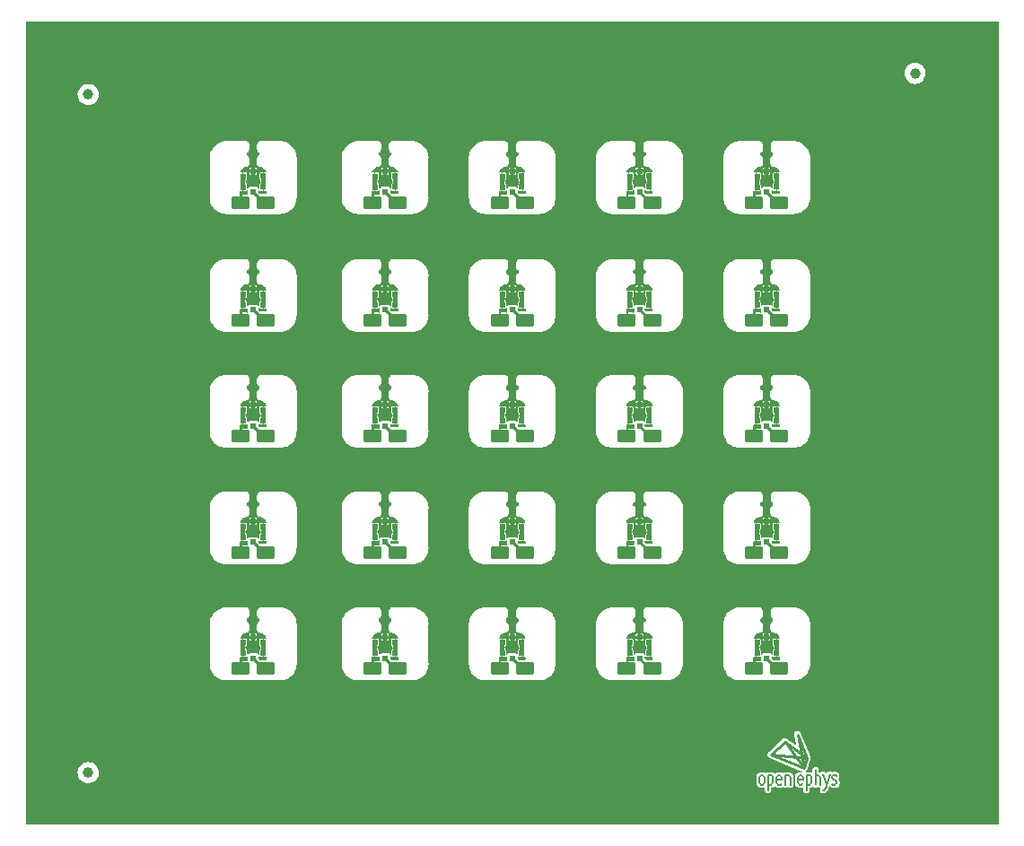
<source format=gtl>
%TF.GenerationSoftware,KiCad,Pcbnew,(6.0.0)*%
%TF.CreationDate,2022-01-23T05:48:29-08:00*%
%TF.ProjectId,headstage-64s-coax-adapter_panel,68656164-7374-4616-9765-2d3634732d63,A*%
%TF.SameCoordinates,Original*%
%TF.FileFunction,Copper,L1,Top*%
%TF.FilePolarity,Positive*%
%FSLAX46Y46*%
G04 Gerber Fmt 4.6, Leading zero omitted, Abs format (unit mm)*
G04 Created by KiCad (PCBNEW (6.0.0)) date 2022-01-23 05:48:29*
%MOMM*%
%LPD*%
G01*
G04 APERTURE LIST*
G04 Aperture macros list*
%AMRoundRect*
0 Rectangle with rounded corners*
0 $1 Rounding radius*
0 $2 $3 $4 $5 $6 $7 $8 $9 X,Y pos of 4 corners*
0 Add a 4 corners polygon primitive as box body*
4,1,4,$2,$3,$4,$5,$6,$7,$8,$9,$2,$3,0*
0 Add four circle primitives for the rounded corners*
1,1,$1+$1,$2,$3*
1,1,$1+$1,$4,$5*
1,1,$1+$1,$6,$7*
1,1,$1+$1,$8,$9*
0 Add four rect primitives between the rounded corners*
20,1,$1+$1,$2,$3,$4,$5,0*
20,1,$1+$1,$4,$5,$6,$7,0*
20,1,$1+$1,$6,$7,$8,$9,0*
20,1,$1+$1,$8,$9,$2,$3,0*%
%AMFreePoly0*
4,1,9,0.200000,-0.700000,-0.316000,-0.700000,-0.316000,-0.220000,-0.236000,-0.140000,-0.236000,0.260000,-0.316000,0.340000,-0.316000,0.824000,0.200000,0.824000,0.200000,-0.700000,0.200000,-0.700000,$1*%
G04 Aperture macros list end*
%TA.AperFunction,EtchedComponent*%
%ADD10C,0.275000*%
%TD*%
%TA.AperFunction,EtchedComponent*%
%ADD11C,0.180000*%
%TD*%
%TA.AperFunction,ComponentPad*%
%ADD12RoundRect,0.312500X0.562500X-0.312500X0.562500X0.312500X-0.562500X0.312500X-0.562500X-0.312500X0*%
%TD*%
%TA.AperFunction,SMDPad,CuDef*%
%ADD13FreePoly0,180.000000*%
%TD*%
%TA.AperFunction,SMDPad,CuDef*%
%ADD14R,0.500000X0.500000*%
%TD*%
%TA.AperFunction,SMDPad,CuDef*%
%ADD15FreePoly0,0.000000*%
%TD*%
%TA.AperFunction,SMDPad,CuDef*%
%ADD16R,0.600000X0.550000*%
%TD*%
%TA.AperFunction,SMDPad,CuDef*%
%ADD17C,1.000000*%
%TD*%
%TA.AperFunction,ViaPad*%
%ADD18C,0.300000*%
%TD*%
%TA.AperFunction,Conductor*%
%ADD19C,0.250000*%
%TD*%
G04 APERTURE END LIST*
D10*
%TO.C,*%
X210720000Y-120438750D02*
X207620000Y-119138750D01*
X207620000Y-119138750D02*
X211020000Y-119438750D01*
X210720000Y-120438750D02*
X211020000Y-119438750D01*
X210720000Y-120438750D02*
X210120000Y-117238750D01*
X210120000Y-117238750D02*
X211020000Y-119438750D01*
X211020000Y-119438750D02*
X208920000Y-117938750D01*
X207620000Y-119138750D02*
X208920000Y-117938750D01*
X208920000Y-117938750D02*
X210720000Y-120438750D01*
D11*
X206700000Y-121978750D02*
X206820000Y-121978750D01*
X206820000Y-121978750D02*
G75*
G03*
X207000000Y-121798750I0J180000D01*
G01*
X207000000Y-121798750D02*
X207000000Y-121278750D01*
X207000000Y-121278750D02*
G75*
G03*
X206820000Y-121098750I-180000J0D01*
G01*
X206820000Y-121098750D02*
X206700000Y-121098750D01*
X206700000Y-121098750D02*
G75*
G03*
X206520000Y-121278750I0J-180000D01*
G01*
X206520000Y-121278750D02*
X206520000Y-121798750D01*
X206520000Y-121798750D02*
G75*
G03*
X206700000Y-121978750I180000J0D01*
G01*
X208620000Y-121278750D02*
G75*
G03*
X208440000Y-121098750I-180000J0D01*
G01*
X208440000Y-121098750D02*
X208320000Y-121098750D01*
X208320000Y-121098750D02*
G75*
G03*
X208140000Y-121278750I0J-180000D01*
G01*
X208140000Y-121278750D02*
X208140000Y-121798750D01*
X208140000Y-121798750D02*
G75*
G03*
X208320000Y-121978750I180000J0D01*
G01*
X209440000Y-121978750D02*
X209440000Y-121278750D01*
X209440000Y-121278750D02*
G75*
G03*
X209260000Y-121098750I-180000J0D01*
G01*
X209260000Y-121098750D02*
X208960000Y-121098750D01*
X208960000Y-121098750D02*
X208960000Y-121978750D01*
X210960000Y-121098750D02*
X210960000Y-121978750D01*
X210960000Y-121978750D02*
X211260000Y-121978750D01*
X211260000Y-121978750D02*
G75*
G03*
X211440000Y-121798750I0J180000D01*
G01*
X211440000Y-121798750D02*
X211440000Y-121278750D01*
X211440000Y-121278750D02*
G75*
G03*
X211260000Y-121098750I-180000J0D01*
G01*
X211260000Y-121098750D02*
X210960000Y-121098750D01*
X212290000Y-121978750D02*
X212280000Y-121278750D01*
X212280000Y-121278750D02*
G75*
G03*
X212100000Y-121098750I-180000J0D01*
G01*
X212100000Y-121098750D02*
X211870000Y-121098750D01*
X213660000Y-121058750D02*
X213540000Y-121058750D01*
X213540000Y-121058750D02*
G75*
G03*
X213360000Y-121238750I0J-180000D01*
G01*
X208200000Y-121538750D02*
X208620000Y-121538750D01*
X208320000Y-121978750D02*
X208500000Y-121978750D01*
X208500000Y-121978750D02*
G75*
G03*
X208570000Y-121908750I0J70000D01*
G01*
X208620000Y-121298750D02*
X208620000Y-121538750D01*
X210960000Y-121988750D02*
X210960000Y-122508750D01*
X212510000Y-121008750D02*
X212840000Y-121968750D01*
X213150000Y-121008750D02*
X212730000Y-122358750D01*
X212720000Y-122378750D02*
X212650000Y-122478750D01*
X212650000Y-122478750D02*
X212560000Y-122498750D01*
X212560000Y-122498750D02*
X212510000Y-122498750D01*
X207330000Y-121098750D02*
X207330000Y-121978750D01*
X207330000Y-121978750D02*
X207630000Y-121978750D01*
X207630000Y-121978750D02*
G75*
G03*
X207810000Y-121798750I0J180000D01*
G01*
X207810000Y-121798750D02*
X207810000Y-121278750D01*
X207810000Y-121278750D02*
G75*
G03*
X207630000Y-121098750I-180000J0D01*
G01*
X207630000Y-121098750D02*
X207330000Y-121098750D01*
X207330000Y-121988750D02*
X207330000Y-122508750D01*
X210640000Y-121278750D02*
G75*
G03*
X210460000Y-121098750I-180000J0D01*
G01*
X210460000Y-121098750D02*
X210340000Y-121098750D01*
X210340000Y-121098750D02*
G75*
G03*
X210160000Y-121278750I0J-180000D01*
G01*
X210160000Y-121278750D02*
X210160000Y-121798750D01*
X210160000Y-121798750D02*
G75*
G03*
X210340000Y-121978750I180000J0D01*
G01*
X210220000Y-121538750D02*
X210640000Y-121538750D01*
X210340000Y-121978750D02*
X210520000Y-121978750D01*
X210520000Y-121978750D02*
G75*
G03*
X210590000Y-121908750I0J70000D01*
G01*
X210640000Y-121298750D02*
X210640000Y-121538750D01*
X213360000Y-121248750D02*
X213360000Y-121298750D01*
X213360000Y-121298750D02*
X213370000Y-121348750D01*
X213370000Y-121348750D02*
X213410000Y-121408750D01*
X213410000Y-121408750D02*
X213570000Y-121528750D01*
X213670000Y-121058750D02*
X213710000Y-121078750D01*
X213710000Y-121078750D02*
X213760000Y-121108750D01*
X213760000Y-121108750D02*
X213780000Y-121138750D01*
X213780000Y-121138750D02*
X213780000Y-121158750D01*
X213500000Y-122008750D02*
X213620000Y-122008750D01*
X213620000Y-122008750D02*
G75*
G03*
X213800000Y-121828750I0J180000D01*
G01*
X213800000Y-121818750D02*
X213800000Y-121768750D01*
X213800000Y-121768750D02*
X213790000Y-121718750D01*
X213790000Y-121718750D02*
X213700000Y-121628750D01*
X213700000Y-121628750D02*
X213540000Y-121508750D01*
X213490000Y-122008750D02*
X213450000Y-121988750D01*
X213450000Y-121988750D02*
X213400000Y-121958750D01*
X213400000Y-121958750D02*
X213380000Y-121928750D01*
X213380000Y-121928750D02*
X213380000Y-121908750D01*
X211800000Y-121968750D02*
X211800000Y-120548750D01*
%TD*%
D12*
%TO.P,TP2,1,1*%
%TO.N,/GND*%
X206000001Y-67039340D03*
%TD*%
D13*
%TO.P,J1,2,Ext*%
%TO.N,/GND*%
X170214001Y-65015340D03*
D14*
X171200001Y-64077340D03*
D15*
X172186001Y-65139340D03*
D16*
%TO.P,J1,1,In*%
%TO.N,/SIG*%
X171200001Y-66052340D03*
%TD*%
D12*
%TO.P,TP1,1,1*%
%TO.N,/SIG*%
X196400001Y-67039340D03*
%TD*%
%TO.P,TP1,1,1*%
%TO.N,/SIG*%
X172400001Y-67039340D03*
%TD*%
%TO.P,TP2,1,1*%
%TO.N,/GND*%
X157560661Y-67039340D03*
%TD*%
D13*
%TO.P,J1,2,Ext*%
%TO.N,/GND*%
X206214001Y-65015340D03*
D14*
X207200001Y-64077340D03*
D15*
X208186001Y-65139340D03*
D16*
%TO.P,J1,1,In*%
%TO.N,/SIG*%
X207200001Y-66052340D03*
%TD*%
D12*
%TO.P,TP1,1,1*%
%TO.N,/SIG*%
X208400001Y-67039340D03*
%TD*%
D13*
%TO.P,J1,2,Ext*%
%TO.N,/GND*%
X194214001Y-65015340D03*
D14*
X195200001Y-64077340D03*
D15*
X196186001Y-65139340D03*
D16*
%TO.P,J1,1,In*%
%TO.N,/SIG*%
X195200001Y-66052340D03*
%TD*%
D12*
%TO.P,TP1,1,1*%
%TO.N,/SIG*%
X159960661Y-67039340D03*
%TD*%
%TO.P,TP2,1,1*%
%TO.N,/GND*%
X182000001Y-67039340D03*
%TD*%
%TO.P,TP2,1,1*%
%TO.N,/GND*%
X170000001Y-67039340D03*
%TD*%
D13*
%TO.P,J1,2,Ext*%
%TO.N,/GND*%
X157774661Y-65015340D03*
D14*
X158760661Y-64077340D03*
D15*
X159746661Y-65139340D03*
D16*
%TO.P,J1,1,In*%
%TO.N,/SIG*%
X158760661Y-66052340D03*
%TD*%
D12*
%TO.P,TP2,1,1*%
%TO.N,/GND*%
X194000001Y-67039340D03*
%TD*%
D13*
%TO.P,J1,2,Ext*%
%TO.N,/GND*%
X182214001Y-65015340D03*
D14*
X183200001Y-64077340D03*
D15*
X184186001Y-65139340D03*
D16*
%TO.P,J1,1,In*%
%TO.N,/SIG*%
X183200001Y-66052340D03*
%TD*%
D12*
%TO.P,TP1,1,1*%
%TO.N,/SIG*%
X184400001Y-67039340D03*
%TD*%
%TO.P,TP2,1,1*%
%TO.N,/GND*%
X194000001Y-78160661D03*
%TD*%
%TO.P,TP2,1,1*%
%TO.N,/GND*%
X182000001Y-78160661D03*
%TD*%
%TO.P,TP1,1,1*%
%TO.N,/SIG*%
X208400000Y-89100000D03*
%TD*%
D13*
%TO.P,J1,2,Ext*%
%TO.N,/GND*%
X157774661Y-76136661D03*
D14*
X158760661Y-75198661D03*
D15*
X159746661Y-76260661D03*
D16*
%TO.P,J1,1,In*%
%TO.N,/SIG*%
X158760661Y-77173661D03*
%TD*%
D13*
%TO.P,J1,2,Ext*%
%TO.N,/GND*%
X182214001Y-76136661D03*
D14*
X183200001Y-75198661D03*
D15*
X184186001Y-76260661D03*
D16*
%TO.P,J1,1,In*%
%TO.N,/SIG*%
X183200001Y-77173661D03*
%TD*%
D12*
%TO.P,TP1,1,1*%
%TO.N,/SIG*%
X184400001Y-78160661D03*
%TD*%
%TO.P,TP2,1,1*%
%TO.N,/GND*%
X170000001Y-78160661D03*
%TD*%
%TO.P,TP2,1,1*%
%TO.N,/GND*%
X157560661Y-78160661D03*
%TD*%
D13*
%TO.P,J1,2,Ext*%
%TO.N,/GND*%
X194214000Y-87076000D03*
D14*
X195200000Y-86138000D03*
D15*
X196186000Y-87200000D03*
D16*
%TO.P,J1,1,In*%
%TO.N,/SIG*%
X195200000Y-88113000D03*
%TD*%
D12*
%TO.P,TP2,1,1*%
%TO.N,/GND*%
X206000000Y-89100000D03*
%TD*%
%TO.P,TP1,1,1*%
%TO.N,/SIG*%
X196400001Y-78160661D03*
%TD*%
D13*
%TO.P,J1,2,Ext*%
%TO.N,/GND*%
X170214001Y-76136661D03*
D14*
X171200001Y-75198661D03*
D15*
X172186001Y-76260661D03*
D16*
%TO.P,J1,1,In*%
%TO.N,/SIG*%
X171200001Y-77173661D03*
%TD*%
D12*
%TO.P,TP1,1,1*%
%TO.N,/SIG*%
X159960661Y-78160661D03*
%TD*%
%TO.P,TP1,1,1*%
%TO.N,/SIG*%
X172400001Y-78160661D03*
%TD*%
%TO.P,TP2,1,1*%
%TO.N,/GND*%
X206000001Y-78160661D03*
%TD*%
D13*
%TO.P,J1,2,Ext*%
%TO.N,/GND*%
X206214001Y-76136661D03*
D14*
X207200001Y-75198661D03*
D15*
X208186001Y-76260661D03*
D16*
%TO.P,J1,1,In*%
%TO.N,/SIG*%
X207200001Y-77173661D03*
%TD*%
D13*
%TO.P,J1,2,Ext*%
%TO.N,/GND*%
X206214000Y-87076000D03*
D14*
X207200000Y-86138000D03*
D15*
X208186000Y-87200000D03*
D16*
%TO.P,J1,1,In*%
%TO.N,/SIG*%
X207200000Y-88113000D03*
%TD*%
D13*
%TO.P,J1,2,Ext*%
%TO.N,/GND*%
X194214001Y-76136661D03*
D14*
X195200001Y-75198661D03*
D15*
X196186001Y-76260661D03*
D16*
%TO.P,J1,1,In*%
%TO.N,/SIG*%
X195200001Y-77173661D03*
%TD*%
D12*
%TO.P,TP1,1,1*%
%TO.N,/SIG*%
X208400001Y-78160661D03*
%TD*%
D13*
%TO.P,J1,2,Ext*%
%TO.N,/GND*%
X157774660Y-87076000D03*
D14*
X158760660Y-86138000D03*
D15*
X159746660Y-87200000D03*
D16*
%TO.P,J1,1,In*%
%TO.N,/SIG*%
X158760660Y-88113000D03*
%TD*%
D12*
%TO.P,TP2,1,1*%
%TO.N,/GND*%
X170000000Y-89100000D03*
%TD*%
%TO.P,TP2,1,1*%
%TO.N,/GND*%
X194000000Y-89100000D03*
%TD*%
%TO.P,TP1,1,1*%
%TO.N,/SIG*%
X196400000Y-89100000D03*
%TD*%
D13*
%TO.P,J1,2,Ext*%
%TO.N,/GND*%
X182214000Y-87076000D03*
D14*
X183200000Y-86138000D03*
D15*
X184186000Y-87200000D03*
D16*
%TO.P,J1,1,In*%
%TO.N,/SIG*%
X183200000Y-88113000D03*
%TD*%
D12*
%TO.P,TP2,1,1*%
%TO.N,/GND*%
X182000000Y-89100000D03*
%TD*%
%TO.P,TP1,1,1*%
%TO.N,/SIG*%
X184400000Y-89100000D03*
%TD*%
D13*
%TO.P,J1,2,Ext*%
%TO.N,/GND*%
X170214000Y-87076000D03*
D14*
X171200000Y-86138000D03*
D15*
X172186000Y-87200000D03*
D16*
%TO.P,J1,1,In*%
%TO.N,/SIG*%
X171200000Y-88113000D03*
%TD*%
D12*
%TO.P,TP1,1,1*%
%TO.N,/SIG*%
X172400000Y-89100000D03*
%TD*%
%TO.P,TP2,1,1*%
%TO.N,/GND*%
X157560660Y-89100000D03*
%TD*%
%TO.P,TP1,1,1*%
%TO.N,/SIG*%
X159960660Y-89100000D03*
%TD*%
%TO.P,TP1,1,1*%
%TO.N,/SIG*%
X208400000Y-100100001D03*
%TD*%
D13*
%TO.P,J1,2,Ext*%
%TO.N,/GND*%
X194214000Y-98076001D03*
D14*
X195200000Y-97138001D03*
D15*
X196186000Y-98200001D03*
D16*
%TO.P,J1,1,In*%
%TO.N,/SIG*%
X195200000Y-99113001D03*
%TD*%
D12*
%TO.P,TP2,1,1*%
%TO.N,/GND*%
X206000000Y-100100001D03*
%TD*%
D13*
%TO.P,J1,2,Ext*%
%TO.N,/GND*%
X206214000Y-98076001D03*
D14*
X207200000Y-97138001D03*
D15*
X208186000Y-98200001D03*
D16*
%TO.P,J1,1,In*%
%TO.N,/SIG*%
X207200000Y-99113001D03*
%TD*%
D13*
%TO.P,J1,2,Ext*%
%TO.N,/GND*%
X157774660Y-98076001D03*
D14*
X158760660Y-97138001D03*
D15*
X159746660Y-98200001D03*
D16*
%TO.P,J1,1,In*%
%TO.N,/SIG*%
X158760660Y-99113001D03*
%TD*%
D12*
%TO.P,TP2,1,1*%
%TO.N,/GND*%
X170000000Y-100100001D03*
%TD*%
%TO.P,TP2,1,1*%
%TO.N,/GND*%
X194000000Y-100100001D03*
%TD*%
%TO.P,TP1,1,1*%
%TO.N,/SIG*%
X196400000Y-100100001D03*
%TD*%
D13*
%TO.P,J1,2,Ext*%
%TO.N,/GND*%
X182214000Y-98076001D03*
D14*
X183200000Y-97138001D03*
D15*
X184186000Y-98200001D03*
D16*
%TO.P,J1,1,In*%
%TO.N,/SIG*%
X183200000Y-99113001D03*
%TD*%
D12*
%TO.P,TP2,1,1*%
%TO.N,/GND*%
X182000000Y-100100001D03*
%TD*%
%TO.P,TP1,1,1*%
%TO.N,/SIG*%
X184400000Y-100100001D03*
%TD*%
D13*
%TO.P,J1,2,Ext*%
%TO.N,/GND*%
X170214000Y-98076001D03*
D14*
X171200000Y-97138001D03*
D15*
X172186000Y-98200001D03*
D16*
%TO.P,J1,1,In*%
%TO.N,/SIG*%
X171200000Y-99113001D03*
%TD*%
D12*
%TO.P,TP1,1,1*%
%TO.N,/SIG*%
X172400000Y-100100001D03*
%TD*%
%TO.P,TP2,1,1*%
%TO.N,/GND*%
X157560660Y-100100001D03*
%TD*%
%TO.P,TP1,1,1*%
%TO.N,/SIG*%
X159960660Y-100100001D03*
%TD*%
D13*
%TO.P,J1,2,Ext*%
%TO.N,/GND*%
X206213999Y-109015340D03*
D14*
X207199999Y-108077340D03*
D15*
X208185999Y-109139340D03*
D16*
%TO.P,J1,1,In*%
%TO.N,/SIG*%
X207199999Y-110052340D03*
%TD*%
D12*
%TO.P,TP2,1,1*%
%TO.N,/GND*%
X205999999Y-111039340D03*
%TD*%
%TO.P,TP1,1,1*%
%TO.N,/SIG*%
X208399999Y-111039340D03*
%TD*%
D13*
%TO.P,J1,2,Ext*%
%TO.N,/GND*%
X194213999Y-109015340D03*
D14*
X195199999Y-108077340D03*
D15*
X196185999Y-109139340D03*
D16*
%TO.P,J1,1,In*%
%TO.N,/SIG*%
X195199999Y-110052340D03*
%TD*%
D12*
%TO.P,TP2,1,1*%
%TO.N,/GND*%
X193999999Y-111039340D03*
%TD*%
%TO.P,TP1,1,1*%
%TO.N,/SIG*%
X196399999Y-111039340D03*
%TD*%
D13*
%TO.P,J1,2,Ext*%
%TO.N,/GND*%
X182213999Y-109015340D03*
D14*
X183199999Y-108077340D03*
D15*
X184185999Y-109139340D03*
D16*
%TO.P,J1,1,In*%
%TO.N,/SIG*%
X183199999Y-110052340D03*
%TD*%
D12*
%TO.P,TP2,1,1*%
%TO.N,/GND*%
X181999999Y-111039340D03*
%TD*%
%TO.P,TP1,1,1*%
%TO.N,/SIG*%
X184399999Y-111039340D03*
%TD*%
D13*
%TO.P,J1,2,Ext*%
%TO.N,/GND*%
X170213999Y-109015340D03*
D14*
X171199999Y-108077340D03*
D15*
X172185999Y-109139340D03*
D16*
%TO.P,J1,1,In*%
%TO.N,/SIG*%
X171199999Y-110052340D03*
%TD*%
D12*
%TO.P,TP2,1,1*%
%TO.N,/GND*%
X169999999Y-111039340D03*
%TD*%
%TO.P,TP1,1,1*%
%TO.N,/SIG*%
X172399999Y-111039340D03*
%TD*%
D13*
%TO.P,J1,2,Ext*%
%TO.N,/GND*%
X157774659Y-109015340D03*
D14*
X158760659Y-108077340D03*
D15*
X159746659Y-109139340D03*
D16*
%TO.P,J1,1,In*%
%TO.N,/SIG*%
X158760659Y-110052340D03*
%TD*%
D17*
%TO.P,,*%
%TO.N,*%
X221200000Y-54850000D03*
%TD*%
%TO.P,,*%
%TO.N,*%
X143200000Y-120850000D03*
%TD*%
D12*
%TO.P,TP1,1,1*%
%TO.N,/SIG*%
X159960659Y-111039340D03*
%TD*%
%TO.P,TP2,1,1*%
%TO.N,/GND*%
X157560659Y-111039340D03*
%TD*%
D17*
%TO.P,REF\u002A\u002A,*%
%TO.N,*%
X143200000Y-56850000D03*
%TD*%
D18*
%TO.N,/GND*%
X172050001Y-63989340D03*
X170200001Y-66039340D03*
X170350001Y-63977340D03*
X196050001Y-63989340D03*
X172200001Y-66039340D03*
X194200001Y-66039340D03*
X194350001Y-63977340D03*
X196200001Y-66039340D03*
X206350001Y-63977340D03*
X157760661Y-66039340D03*
X157910661Y-63977340D03*
X159760661Y-66039340D03*
X184050001Y-63989340D03*
X182350001Y-63977340D03*
X159610661Y-63989340D03*
X182200001Y-66039340D03*
X184200001Y-66039340D03*
X206200001Y-66039340D03*
X208050001Y-63989340D03*
X208200001Y-66039340D03*
X208200000Y-88100000D03*
X172050001Y-75110661D03*
X170350001Y-75098661D03*
X172200001Y-77160661D03*
X206200000Y-88100000D03*
X206350000Y-86038000D03*
X194200001Y-77160661D03*
X208050000Y-86050000D03*
X170200001Y-77160661D03*
X184050000Y-86050000D03*
X194350001Y-75098661D03*
X196050001Y-75110661D03*
X196200001Y-77160661D03*
X182350000Y-86038000D03*
X182200000Y-88100000D03*
X184200000Y-88100000D03*
X196050000Y-86050000D03*
X194350000Y-86038000D03*
X196200000Y-88100000D03*
X194200000Y-88100000D03*
X170200000Y-88100000D03*
X172050000Y-86050000D03*
X170350000Y-86038000D03*
X172200000Y-88100000D03*
X184050001Y-75110661D03*
X182350001Y-75098661D03*
X182200001Y-77160661D03*
X184200001Y-77160661D03*
X208200001Y-77160661D03*
X206200001Y-77160661D03*
X208050001Y-75110661D03*
X206350001Y-75098661D03*
X157760661Y-77160661D03*
X157910661Y-75098661D03*
X159610661Y-75110661D03*
X159760661Y-77160661D03*
X157760660Y-88100000D03*
X159610660Y-86050000D03*
X157910660Y-86038000D03*
X159760660Y-88100000D03*
X208200000Y-99100001D03*
X206200000Y-99100001D03*
X206350000Y-97038001D03*
X208050000Y-97050001D03*
X184050000Y-97050001D03*
X182350000Y-97038001D03*
X182200000Y-99100001D03*
X184200000Y-99100001D03*
X196050000Y-97050001D03*
X194350000Y-97038001D03*
X196200000Y-99100001D03*
X194200000Y-99100001D03*
X170200000Y-99100001D03*
X172050000Y-97050001D03*
X170350000Y-97038001D03*
X172200000Y-99100001D03*
X157760660Y-99100001D03*
X159610660Y-97050001D03*
X157910660Y-97038001D03*
X159760660Y-99100001D03*
X206199999Y-110039340D03*
X208049999Y-107989340D03*
X206349999Y-107977340D03*
X208199999Y-110039340D03*
X194199999Y-110039340D03*
X196049999Y-107989340D03*
X194349999Y-107977340D03*
X196199999Y-110039340D03*
X182199999Y-110039340D03*
X184049999Y-107989340D03*
X182349999Y-107977340D03*
X184199999Y-110039340D03*
X170199999Y-110039340D03*
X172049999Y-107989340D03*
X170349999Y-107977340D03*
X172199999Y-110039340D03*
X159760659Y-110039340D03*
X159610659Y-107989340D03*
X157760659Y-110039340D03*
X157910659Y-107977340D03*
%TD*%
D19*
%TO.N,/SIG*%
X159435641Y-66727320D02*
X159435641Y-66914320D01*
X195200001Y-66052340D02*
X195874981Y-66727320D01*
X207874981Y-66727320D02*
X207874981Y-66914320D01*
X158760661Y-66052340D02*
X159435641Y-66727320D01*
X171874981Y-66727320D02*
X171874981Y-66914320D01*
X183874981Y-66727320D02*
X183874981Y-66914320D01*
X171200001Y-66052340D02*
X171874981Y-66727320D01*
X183200001Y-66052340D02*
X183874981Y-66727320D01*
X207200001Y-66052340D02*
X207874981Y-66727320D01*
X195874981Y-66727320D02*
X195874981Y-66914320D01*
X207874980Y-88787980D02*
X207874980Y-88974980D01*
X195200000Y-88113000D02*
X195874980Y-88787980D01*
X195874980Y-88787980D02*
X195874980Y-88974980D01*
X207200000Y-88113000D02*
X207874980Y-88787980D01*
X183874980Y-88787980D02*
X183874980Y-88974980D01*
X183200000Y-88113000D02*
X183874980Y-88787980D01*
X171200000Y-88113000D02*
X171874980Y-88787980D01*
X171874980Y-88787980D02*
X171874980Y-88974980D01*
X207200001Y-77173661D02*
X207874981Y-77848641D01*
X159435641Y-77848641D02*
X159435641Y-78035641D01*
X195874981Y-77848641D02*
X195874981Y-78035641D01*
X171874981Y-77848641D02*
X171874981Y-78035641D01*
X158760661Y-77173661D02*
X159435641Y-77848641D01*
X183874981Y-77848641D02*
X183874981Y-78035641D01*
X183200001Y-77173661D02*
X183874981Y-77848641D01*
X171200001Y-77173661D02*
X171874981Y-77848641D01*
X207874981Y-77848641D02*
X207874981Y-78035641D01*
X195200001Y-77173661D02*
X195874981Y-77848641D01*
X158760660Y-88113000D02*
X159435640Y-88787980D01*
X159435640Y-88787980D02*
X159435640Y-88974980D01*
X207874980Y-99787981D02*
X207874980Y-99974981D01*
X195200000Y-99113001D02*
X195874980Y-99787981D01*
X195874980Y-99787981D02*
X195874980Y-99974981D01*
X207200000Y-99113001D02*
X207874980Y-99787981D01*
X183874980Y-99787981D02*
X183874980Y-99974981D01*
X183200000Y-99113001D02*
X183874980Y-99787981D01*
X171200000Y-99113001D02*
X171874980Y-99787981D01*
X171874980Y-99787981D02*
X171874980Y-99974981D01*
X158760660Y-99113001D02*
X159435640Y-99787981D01*
X159435640Y-99787981D02*
X159435640Y-99974981D01*
X207199999Y-110052340D02*
X207874979Y-110727320D01*
X207874979Y-110727320D02*
X207874979Y-110914320D01*
X195199999Y-110052340D02*
X195874979Y-110727320D01*
X195874979Y-110727320D02*
X195874979Y-110914320D01*
X183199999Y-110052340D02*
X183874979Y-110727320D01*
X183874979Y-110727320D02*
X183874979Y-110914320D01*
X171199999Y-110052340D02*
X171874979Y-110727320D01*
X171874979Y-110727320D02*
X171874979Y-110914320D01*
X158760659Y-110052340D02*
X159435639Y-110727320D01*
X159435639Y-110727320D02*
X159435639Y-110914320D01*
%TD*%
%TA.AperFunction,Conductor*%
%TO.N,/GND*%
G36*
X229085648Y-49964352D02*
G01*
X229100000Y-49999000D01*
X229100000Y-125701000D01*
X229085648Y-125735648D01*
X229051000Y-125750000D01*
X137349000Y-125750000D01*
X137314352Y-125735648D01*
X137300000Y-125701000D01*
X137300000Y-120835963D01*
X142194757Y-120835963D01*
X142194957Y-120838345D01*
X142194957Y-120838349D01*
X142201533Y-120916657D01*
X142211175Y-121031483D01*
X142211835Y-121033784D01*
X142262544Y-121210625D01*
X142265258Y-121220091D01*
X142266352Y-121222220D01*
X142266353Y-121222222D01*
X142353754Y-121392285D01*
X142354944Y-121394601D01*
X142356430Y-121396476D01*
X142356432Y-121396479D01*
X142426493Y-121484874D01*
X142476818Y-121548369D01*
X142478644Y-121549923D01*
X142478645Y-121549924D01*
X142595914Y-121649727D01*
X142626238Y-121675535D01*
X142797513Y-121771257D01*
X142843583Y-121786226D01*
X142981836Y-121831148D01*
X142981840Y-121831149D01*
X142984118Y-121831889D01*
X143178946Y-121855121D01*
X143374576Y-121840068D01*
X143522551Y-121798752D01*
X206225526Y-121798752D01*
X206226342Y-121803377D01*
X206226988Y-121807040D01*
X206227313Y-121809148D01*
X206242098Y-121921446D01*
X206243325Y-121924408D01*
X206243326Y-121924412D01*
X206288145Y-122032614D01*
X206289456Y-122035778D01*
X206364792Y-122133958D01*
X206367341Y-122135914D01*
X206400567Y-122161409D01*
X206462972Y-122209294D01*
X206465935Y-122210521D01*
X206465938Y-122210523D01*
X206574338Y-122255424D01*
X206574342Y-122255425D01*
X206577304Y-122256652D01*
X206580484Y-122257071D01*
X206580485Y-122257071D01*
X206625804Y-122263038D01*
X206637561Y-122266106D01*
X206639483Y-122266873D01*
X206639488Y-122266874D01*
X206642696Y-122268154D01*
X206647033Y-122268579D01*
X206647589Y-122268634D01*
X206647593Y-122268634D01*
X206648774Y-122268750D01*
X206665979Y-122268750D01*
X206672375Y-122269169D01*
X206689594Y-122271436D01*
X206691708Y-122271762D01*
X206699998Y-122273224D01*
X206704218Y-122272480D01*
X206704219Y-122272480D01*
X206721153Y-122269494D01*
X206729661Y-122268750D01*
X206790339Y-122268750D01*
X206798847Y-122269494D01*
X206815781Y-122272480D01*
X206815782Y-122272480D01*
X206820002Y-122273224D01*
X206828306Y-122271760D01*
X206830398Y-122271437D01*
X206942696Y-122256652D01*
X206946074Y-122255253D01*
X206972248Y-122244411D01*
X207009751Y-122244411D01*
X207036270Y-122270929D01*
X207040000Y-122289681D01*
X207040000Y-122535721D01*
X207040413Y-122537936D01*
X207040413Y-122537941D01*
X207045649Y-122566054D01*
X207054757Y-122614957D01*
X207057130Y-122618806D01*
X207057130Y-122618807D01*
X207109071Y-122703071D01*
X207109073Y-122703073D01*
X207111446Y-122706923D01*
X207115048Y-122709662D01*
X207115049Y-122709663D01*
X207185559Y-122763280D01*
X207197441Y-122772315D01*
X207201785Y-122773573D01*
X207201787Y-122773574D01*
X207234874Y-122783155D01*
X207301211Y-122802365D01*
X207305717Y-122801975D01*
X207305719Y-122801975D01*
X207404331Y-122793434D01*
X207404333Y-122793433D01*
X207408841Y-122793043D01*
X207500123Y-122748424D01*
X207501833Y-122747588D01*
X207505900Y-122745600D01*
X207513098Y-122737841D01*
X207576296Y-122669712D01*
X207579372Y-122666396D01*
X207596470Y-122623539D01*
X207618124Y-122569264D01*
X207618125Y-122569260D01*
X207619404Y-122566054D01*
X207620000Y-122559976D01*
X207620000Y-122317094D01*
X207634352Y-122282446D01*
X207662603Y-122268514D01*
X207752696Y-122256652D01*
X207755658Y-122255425D01*
X207755662Y-122255424D01*
X207864062Y-122210523D01*
X207864065Y-122210521D01*
X207867028Y-122209294D01*
X207923562Y-122165914D01*
X207945171Y-122149333D01*
X207981396Y-122139626D01*
X208004829Y-122149333D01*
X208026438Y-122165914D01*
X208082972Y-122209294D01*
X208085935Y-122210521D01*
X208085938Y-122210523D01*
X208194338Y-122255424D01*
X208194342Y-122255425D01*
X208197304Y-122256652D01*
X208200484Y-122257071D01*
X208200485Y-122257071D01*
X208245804Y-122263038D01*
X208257561Y-122266106D01*
X208259483Y-122266873D01*
X208259488Y-122266874D01*
X208262696Y-122268154D01*
X208267033Y-122268579D01*
X208267589Y-122268634D01*
X208267593Y-122268634D01*
X208268774Y-122268750D01*
X208285979Y-122268750D01*
X208292375Y-122269169D01*
X208309594Y-122271436D01*
X208311708Y-122271762D01*
X208319998Y-122273224D01*
X208324218Y-122272480D01*
X208324219Y-122272480D01*
X208341153Y-122269494D01*
X208349661Y-122268750D01*
X208470343Y-122268750D01*
X208478850Y-122269494D01*
X208495786Y-122272480D01*
X208495788Y-122272480D01*
X208500008Y-122273224D01*
X208508298Y-122271762D01*
X208524110Y-122268974D01*
X208525779Y-122268750D01*
X208526971Y-122268750D01*
X208529187Y-122268337D01*
X208529191Y-122268337D01*
X208533827Y-122267474D01*
X208536398Y-122267065D01*
X208579820Y-122261347D01*
X208593984Y-122259482D01*
X208681555Y-122223207D01*
X208711965Y-122199872D01*
X208748190Y-122190165D01*
X208771454Y-122199742D01*
X208814290Y-122232315D01*
X208827441Y-122242315D01*
X208831785Y-122243573D01*
X208831787Y-122243574D01*
X208876180Y-122256429D01*
X208931211Y-122272365D01*
X208935717Y-122271975D01*
X208935719Y-122271975D01*
X209034331Y-122263434D01*
X209034333Y-122263433D01*
X209038841Y-122263043D01*
X209135900Y-122215600D01*
X209138977Y-122212283D01*
X209138981Y-122212280D01*
X209162107Y-122187350D01*
X209196192Y-122171708D01*
X209227688Y-122181670D01*
X209307441Y-122242315D01*
X209311785Y-122243573D01*
X209311787Y-122243574D01*
X209356180Y-122256429D01*
X209411211Y-122272365D01*
X209415717Y-122271975D01*
X209415719Y-122271975D01*
X209514331Y-122263434D01*
X209514333Y-122263433D01*
X209518841Y-122263043D01*
X209615900Y-122215600D01*
X209647375Y-122181670D01*
X209686296Y-122139712D01*
X209689372Y-122136396D01*
X209707293Y-122091477D01*
X209728124Y-122039264D01*
X209728125Y-122039260D01*
X209729404Y-122036054D01*
X209730000Y-122029976D01*
X209730000Y-121308411D01*
X209730744Y-121299903D01*
X209733730Y-121282969D01*
X209733730Y-121282968D01*
X209734474Y-121278748D01*
X209733010Y-121270444D01*
X209732686Y-121268345D01*
X209718321Y-121159236D01*
X209718321Y-121159235D01*
X209717902Y-121156054D01*
X209716675Y-121153092D01*
X209716674Y-121153088D01*
X209671773Y-121044688D01*
X209671771Y-121044685D01*
X209670544Y-121041722D01*
X209595208Y-120943542D01*
X209581883Y-120933317D01*
X209525523Y-120890071D01*
X209497028Y-120868206D01*
X209494065Y-120866979D01*
X209494062Y-120866977D01*
X209385662Y-120822076D01*
X209385658Y-120822075D01*
X209382696Y-120820848D01*
X209379516Y-120820429D01*
X209379515Y-120820429D01*
X209334196Y-120814462D01*
X209322439Y-120811394D01*
X209320517Y-120810627D01*
X209320512Y-120810626D01*
X209317304Y-120809346D01*
X209312967Y-120808921D01*
X209312411Y-120808866D01*
X209312407Y-120808866D01*
X209311226Y-120808750D01*
X209294021Y-120808750D01*
X209287625Y-120808331D01*
X209270406Y-120806064D01*
X209268292Y-120805738D01*
X209267084Y-120805525D01*
X209260002Y-120804276D01*
X209255782Y-120805020D01*
X209255781Y-120805020D01*
X209238847Y-120808006D01*
X209230339Y-120808750D01*
X209008224Y-120808750D01*
X208994595Y-120806816D01*
X208993137Y-120806394D01*
X208993136Y-120806394D01*
X208988789Y-120805135D01*
X208984283Y-120805525D01*
X208984281Y-120805525D01*
X208949164Y-120808567D01*
X208944936Y-120808750D01*
X208933029Y-120808750D01*
X208925367Y-120810177D01*
X208923191Y-120810582D01*
X208918449Y-120811227D01*
X208881159Y-120814457D01*
X208875210Y-120817365D01*
X208874085Y-120817915D01*
X208861536Y-120822065D01*
X208858242Y-120822678D01*
X208858240Y-120822679D01*
X208853793Y-120823507D01*
X208849941Y-120825882D01*
X208849937Y-120825883D01*
X208821923Y-120843151D01*
X208817733Y-120845460D01*
X208784100Y-120861900D01*
X208781023Y-120865217D01*
X208781019Y-120865220D01*
X208778739Y-120867678D01*
X208768530Y-120876064D01*
X208761827Y-120880196D01*
X208760232Y-120882294D01*
X208725774Y-120894628D01*
X208698343Y-120884562D01*
X208677028Y-120868206D01*
X208674065Y-120866979D01*
X208674062Y-120866977D01*
X208565662Y-120822076D01*
X208565658Y-120822075D01*
X208562696Y-120820848D01*
X208559516Y-120820429D01*
X208559515Y-120820429D01*
X208514196Y-120814462D01*
X208502439Y-120811394D01*
X208500517Y-120810627D01*
X208500512Y-120810626D01*
X208497304Y-120809346D01*
X208492967Y-120808921D01*
X208492411Y-120808866D01*
X208492407Y-120808866D01*
X208491226Y-120808750D01*
X208474021Y-120808750D01*
X208467625Y-120808331D01*
X208450406Y-120806064D01*
X208448292Y-120805738D01*
X208447084Y-120805525D01*
X208440002Y-120804276D01*
X208435782Y-120805020D01*
X208435781Y-120805020D01*
X208418847Y-120808006D01*
X208410339Y-120808750D01*
X208349661Y-120808750D01*
X208341153Y-120808006D01*
X208324219Y-120805020D01*
X208324218Y-120805020D01*
X208319998Y-120804276D01*
X208311694Y-120805740D01*
X208309602Y-120806063D01*
X208197304Y-120820848D01*
X208194342Y-120822075D01*
X208194338Y-120822076D01*
X208085938Y-120866977D01*
X208085935Y-120866979D01*
X208082972Y-120868206D01*
X208054477Y-120890071D01*
X208004829Y-120928167D01*
X207968604Y-120937874D01*
X207945171Y-120928167D01*
X207895523Y-120890071D01*
X207867028Y-120868206D01*
X207864065Y-120866979D01*
X207864062Y-120866977D01*
X207755662Y-120822076D01*
X207755658Y-120822075D01*
X207752696Y-120820848D01*
X207749516Y-120820429D01*
X207749515Y-120820429D01*
X207704196Y-120814462D01*
X207692439Y-120811394D01*
X207690517Y-120810627D01*
X207690512Y-120810626D01*
X207687304Y-120809346D01*
X207682967Y-120808921D01*
X207682411Y-120808866D01*
X207682407Y-120808866D01*
X207681226Y-120808750D01*
X207664021Y-120808750D01*
X207657625Y-120808331D01*
X207640406Y-120806064D01*
X207638292Y-120805738D01*
X207637084Y-120805525D01*
X207630002Y-120804276D01*
X207625782Y-120805020D01*
X207625781Y-120805020D01*
X207608847Y-120808006D01*
X207600339Y-120808750D01*
X207378224Y-120808750D01*
X207364595Y-120806816D01*
X207363137Y-120806394D01*
X207363136Y-120806394D01*
X207358789Y-120805135D01*
X207354283Y-120805525D01*
X207354281Y-120805525D01*
X207319164Y-120808567D01*
X207314936Y-120808750D01*
X207303029Y-120808750D01*
X207295367Y-120810177D01*
X207293191Y-120810582D01*
X207288449Y-120811227D01*
X207251159Y-120814457D01*
X207245210Y-120817365D01*
X207244085Y-120817915D01*
X207231536Y-120822065D01*
X207228242Y-120822678D01*
X207228240Y-120822679D01*
X207223793Y-120823507D01*
X207219941Y-120825882D01*
X207219937Y-120825883D01*
X207191923Y-120843151D01*
X207187733Y-120845460D01*
X207154100Y-120861900D01*
X207151023Y-120865217D01*
X207151019Y-120865220D01*
X207148739Y-120867678D01*
X207138530Y-120876064D01*
X207131828Y-120880196D01*
X207131328Y-120879386D01*
X207100357Y-120890472D01*
X207072926Y-120880405D01*
X207069580Y-120877837D01*
X207057028Y-120868206D01*
X207054065Y-120866979D01*
X207054062Y-120866977D01*
X206945662Y-120822076D01*
X206945658Y-120822075D01*
X206942696Y-120820848D01*
X206939516Y-120820429D01*
X206939515Y-120820429D01*
X206894196Y-120814462D01*
X206882439Y-120811394D01*
X206880517Y-120810627D01*
X206880512Y-120810626D01*
X206877304Y-120809346D01*
X206872967Y-120808921D01*
X206872411Y-120808866D01*
X206872407Y-120808866D01*
X206871226Y-120808750D01*
X206854021Y-120808750D01*
X206847625Y-120808331D01*
X206830406Y-120806064D01*
X206828292Y-120805738D01*
X206827084Y-120805525D01*
X206820002Y-120804276D01*
X206815782Y-120805020D01*
X206815781Y-120805020D01*
X206798847Y-120808006D01*
X206790339Y-120808750D01*
X206729661Y-120808750D01*
X206721153Y-120808006D01*
X206704219Y-120805020D01*
X206704218Y-120805020D01*
X206699998Y-120804276D01*
X206691694Y-120805740D01*
X206689602Y-120806063D01*
X206577304Y-120820848D01*
X206574342Y-120822075D01*
X206574338Y-120822076D01*
X206465938Y-120866977D01*
X206465935Y-120866979D01*
X206462972Y-120868206D01*
X206434477Y-120890071D01*
X206378118Y-120933317D01*
X206364792Y-120943542D01*
X206289456Y-121041722D01*
X206288229Y-121044685D01*
X206288227Y-121044688D01*
X206243326Y-121153088D01*
X206243325Y-121153092D01*
X206242098Y-121156054D01*
X206241679Y-121159234D01*
X206241679Y-121159235D01*
X206235712Y-121204554D01*
X206232644Y-121216311D01*
X206231877Y-121218233D01*
X206231876Y-121218238D01*
X206230596Y-121221446D01*
X206230000Y-121227524D01*
X206230000Y-121244729D01*
X206229581Y-121251125D01*
X206227314Y-121268344D01*
X206226988Y-121270458D01*
X206225526Y-121278748D01*
X206226270Y-121282968D01*
X206226270Y-121282969D01*
X206229256Y-121299903D01*
X206230000Y-121308411D01*
X206230000Y-121769089D01*
X206229256Y-121777597D01*
X206227735Y-121786226D01*
X206225526Y-121798752D01*
X143522551Y-121798752D01*
X143563556Y-121787303D01*
X143565685Y-121786228D01*
X143565689Y-121786226D01*
X143703211Y-121716758D01*
X143738689Y-121698837D01*
X143854906Y-121608039D01*
X143891414Y-121579516D01*
X143891415Y-121579515D01*
X143893303Y-121578040D01*
X143904709Y-121564826D01*
X144019938Y-121431332D01*
X144019942Y-121431327D01*
X144021509Y-121429511D01*
X144118425Y-121258909D01*
X144121015Y-121251125D01*
X144159291Y-121136062D01*
X144180358Y-121072732D01*
X144184276Y-121041722D01*
X144204778Y-120879425D01*
X144204778Y-120879424D01*
X144204949Y-120878071D01*
X144205341Y-120850000D01*
X144193102Y-120725184D01*
X144186428Y-120657112D01*
X144186428Y-120657110D01*
X144186194Y-120654728D01*
X144170528Y-120602838D01*
X144130178Y-120469191D01*
X144130176Y-120469186D01*
X144129484Y-120466894D01*
X144037370Y-120293653D01*
X144013559Y-120264457D01*
X143914878Y-120143462D01*
X143913361Y-120141602D01*
X143762180Y-120016535D01*
X143589585Y-119923213D01*
X143402152Y-119865193D01*
X143399775Y-119864943D01*
X143399774Y-119864943D01*
X143209402Y-119844933D01*
X143209397Y-119844933D01*
X143207019Y-119844683D01*
X143204634Y-119844900D01*
X143204629Y-119844900D01*
X143109319Y-119853574D01*
X143011618Y-119862466D01*
X142876918Y-119902111D01*
X142825696Y-119917186D01*
X142825694Y-119917187D01*
X142823393Y-119917864D01*
X142649512Y-120008767D01*
X142496600Y-120131711D01*
X142495057Y-120133550D01*
X142372020Y-120280180D01*
X142372017Y-120280184D01*
X142370480Y-120282016D01*
X142275956Y-120453954D01*
X142275232Y-120456235D01*
X142275232Y-120456236D01*
X142265762Y-120486090D01*
X142216628Y-120640978D01*
X142194757Y-120835963D01*
X137300000Y-120835963D01*
X137300000Y-119168366D01*
X207278576Y-119168366D01*
X207279683Y-119172509D01*
X207279907Y-119175095D01*
X207280239Y-119177707D01*
X207280033Y-119181993D01*
X207281305Y-119186089D01*
X207281305Y-119186091D01*
X207283060Y-119191743D01*
X207285208Y-119203951D01*
X207285691Y-119214147D01*
X207287345Y-119218099D01*
X207287346Y-119218104D01*
X207298555Y-119244887D01*
X207300694Y-119251156D01*
X207309296Y-119283354D01*
X207311753Y-119286869D01*
X207312857Y-119289240D01*
X207314054Y-119291565D01*
X207315326Y-119295661D01*
X207319718Y-119301437D01*
X207321503Y-119303785D01*
X207327696Y-119314522D01*
X207329983Y-119319986D01*
X207329985Y-119319989D01*
X207331639Y-119323941D01*
X207334545Y-119327089D01*
X207354246Y-119348433D01*
X207358399Y-119353592D01*
X207375036Y-119377389D01*
X207377491Y-119380900D01*
X207380996Y-119383358D01*
X207382830Y-119385195D01*
X207384772Y-119386991D01*
X207387367Y-119390403D01*
X207390971Y-119392722D01*
X207390974Y-119392724D01*
X207395950Y-119395925D01*
X207405441Y-119403895D01*
X207409456Y-119408244D01*
X207409458Y-119408245D01*
X207412368Y-119411398D01*
X207416179Y-119413364D01*
X207416180Y-119413365D01*
X207441993Y-119426683D01*
X207447660Y-119430111D01*
X207466457Y-119443293D01*
X207474936Y-119449239D01*
X207479079Y-119450352D01*
X207479078Y-119450352D01*
X207492355Y-119453920D01*
X207502107Y-119457696D01*
X207514334Y-119464005D01*
X207514337Y-119464006D01*
X207518142Y-119465969D01*
X207524807Y-119466822D01*
X207525129Y-119466863D01*
X207537859Y-119470279D01*
X210501348Y-120713032D01*
X210527750Y-120739667D01*
X210527586Y-120777170D01*
X210500951Y-120803572D01*
X210476000Y-120806800D01*
X210470404Y-120806063D01*
X210468292Y-120805738D01*
X210467084Y-120805525D01*
X210460002Y-120804276D01*
X210455782Y-120805020D01*
X210455781Y-120805020D01*
X210438847Y-120808006D01*
X210430339Y-120808750D01*
X210369661Y-120808750D01*
X210361153Y-120808006D01*
X210344219Y-120805020D01*
X210344218Y-120805020D01*
X210339998Y-120804276D01*
X210331694Y-120805740D01*
X210329602Y-120806063D01*
X210217304Y-120820848D01*
X210214342Y-120822075D01*
X210214338Y-120822076D01*
X210105938Y-120866977D01*
X210105935Y-120866979D01*
X210102972Y-120868206D01*
X210074477Y-120890071D01*
X210018118Y-120933317D01*
X210004792Y-120943542D01*
X209929456Y-121041722D01*
X209928229Y-121044685D01*
X209928227Y-121044688D01*
X209883326Y-121153088D01*
X209883325Y-121153092D01*
X209882098Y-121156054D01*
X209881679Y-121159234D01*
X209881679Y-121159235D01*
X209875712Y-121204554D01*
X209872644Y-121216311D01*
X209871877Y-121218233D01*
X209871876Y-121218238D01*
X209870596Y-121221446D01*
X209870000Y-121227524D01*
X209870000Y-121244729D01*
X209869581Y-121251125D01*
X209867314Y-121268344D01*
X209866988Y-121270458D01*
X209865526Y-121278748D01*
X209866270Y-121282968D01*
X209866270Y-121282969D01*
X209869256Y-121299903D01*
X209870000Y-121308411D01*
X209870000Y-121769089D01*
X209869256Y-121777597D01*
X209867735Y-121786226D01*
X209865526Y-121798752D01*
X209866342Y-121803377D01*
X209866988Y-121807040D01*
X209867313Y-121809148D01*
X209882098Y-121921446D01*
X209883325Y-121924408D01*
X209883326Y-121924412D01*
X209928145Y-122032614D01*
X209929456Y-122035778D01*
X210004792Y-122133958D01*
X210007341Y-122135914D01*
X210040567Y-122161409D01*
X210102972Y-122209294D01*
X210105935Y-122210521D01*
X210105938Y-122210523D01*
X210214338Y-122255424D01*
X210214342Y-122255425D01*
X210217304Y-122256652D01*
X210220484Y-122257071D01*
X210220485Y-122257071D01*
X210265804Y-122263038D01*
X210277561Y-122266106D01*
X210279483Y-122266873D01*
X210279488Y-122266874D01*
X210282696Y-122268154D01*
X210287033Y-122268579D01*
X210287589Y-122268634D01*
X210287593Y-122268634D01*
X210288774Y-122268750D01*
X210305979Y-122268750D01*
X210312375Y-122269169D01*
X210329594Y-122271436D01*
X210331708Y-122271762D01*
X210339998Y-122273224D01*
X210344218Y-122272480D01*
X210344219Y-122272480D01*
X210361153Y-122269494D01*
X210369661Y-122268750D01*
X210490343Y-122268750D01*
X210498850Y-122269494D01*
X210515786Y-122272480D01*
X210515788Y-122272480D01*
X210520008Y-122273224D01*
X210528298Y-122271762D01*
X210544110Y-122268974D01*
X210545779Y-122268750D01*
X210546971Y-122268750D01*
X210549187Y-122268337D01*
X210549191Y-122268337D01*
X210553827Y-122267474D01*
X210556398Y-122267065D01*
X210613984Y-122259482D01*
X210614230Y-122261347D01*
X210645491Y-122265457D01*
X210668328Y-122295205D01*
X210670000Y-122307897D01*
X210670000Y-122535721D01*
X210670413Y-122537936D01*
X210670413Y-122537941D01*
X210675649Y-122566054D01*
X210684757Y-122614957D01*
X210687130Y-122618806D01*
X210687130Y-122618807D01*
X210739071Y-122703071D01*
X210739073Y-122703073D01*
X210741446Y-122706923D01*
X210745048Y-122709662D01*
X210745049Y-122709663D01*
X210815559Y-122763280D01*
X210827441Y-122772315D01*
X210831785Y-122773573D01*
X210831787Y-122773574D01*
X210864874Y-122783155D01*
X210931211Y-122802365D01*
X210935717Y-122801975D01*
X210935719Y-122801975D01*
X211034331Y-122793434D01*
X211034333Y-122793433D01*
X211038841Y-122793043D01*
X211130123Y-122748424D01*
X211131833Y-122747588D01*
X211135900Y-122745600D01*
X211143098Y-122737841D01*
X211206296Y-122669712D01*
X211209372Y-122666396D01*
X211226470Y-122623539D01*
X211248124Y-122569264D01*
X211248125Y-122569260D01*
X211249404Y-122566054D01*
X211250000Y-122559976D01*
X211250000Y-122317094D01*
X211264352Y-122282446D01*
X211292603Y-122268514D01*
X211382696Y-122256652D01*
X211385658Y-122255425D01*
X211385662Y-122255424D01*
X211494062Y-122210523D01*
X211494065Y-122210521D01*
X211497028Y-122209294D01*
X211537087Y-122178555D01*
X211573310Y-122168849D01*
X211596571Y-122178424D01*
X211667441Y-122232315D01*
X211671785Y-122233573D01*
X211671787Y-122233574D01*
X211701973Y-122242315D01*
X211771211Y-122262365D01*
X211775717Y-122261975D01*
X211775719Y-122261975D01*
X211874331Y-122253434D01*
X211874333Y-122253433D01*
X211878841Y-122253043D01*
X211964820Y-122211016D01*
X211971833Y-122207588D01*
X211975900Y-122205600D01*
X211978976Y-122202284D01*
X211978980Y-122202281D01*
X212001598Y-122177897D01*
X212035683Y-122162255D01*
X212072710Y-122177527D01*
X212074299Y-122180024D01*
X212161219Y-122244181D01*
X212165581Y-122245377D01*
X212238555Y-122265384D01*
X212268175Y-122288386D01*
X212272855Y-122325596D01*
X212264605Y-122342297D01*
X212246435Y-122366191D01*
X212216385Y-122469961D01*
X212216775Y-122474467D01*
X212216775Y-122474469D01*
X212225316Y-122573081D01*
X212225707Y-122577591D01*
X212273150Y-122674650D01*
X212352354Y-122748122D01*
X212356555Y-122749798D01*
X212449486Y-122786874D01*
X212449490Y-122786875D01*
X212452696Y-122788154D01*
X212457033Y-122788579D01*
X212457589Y-122788634D01*
X212457593Y-122788634D01*
X212458774Y-122788750D01*
X212532439Y-122788750D01*
X212540292Y-122789383D01*
X212566841Y-122793693D01*
X212570268Y-122793277D01*
X212570271Y-122793277D01*
X212571718Y-122793101D01*
X212571719Y-122793101D01*
X212572904Y-122792957D01*
X212574071Y-122792698D01*
X212574075Y-122792697D01*
X212616170Y-122783343D01*
X212617827Y-122783004D01*
X212661762Y-122774821D01*
X212661763Y-122774821D01*
X212666207Y-122773993D01*
X212669554Y-122771930D01*
X212675185Y-122770228D01*
X212706453Y-122763280D01*
X212706762Y-122763212D01*
X212759467Y-122751857D01*
X212759468Y-122751856D01*
X212763889Y-122750904D01*
X212768946Y-122747588D01*
X212783808Y-122737841D01*
X212791470Y-122733738D01*
X212809223Y-122726173D01*
X212813386Y-122724399D01*
X212828882Y-122709341D01*
X212836158Y-122703508D01*
X212836825Y-122703071D01*
X212839960Y-122701015D01*
X212851332Y-122693557D01*
X212851334Y-122693555D01*
X212854227Y-122691658D01*
X212858201Y-122687020D01*
X212869041Y-122671534D01*
X212875036Y-122664492D01*
X212887618Y-122652266D01*
X212887620Y-122652263D01*
X212890865Y-122649110D01*
X212900796Y-122627538D01*
X212905164Y-122619929D01*
X212971750Y-122524807D01*
X212971751Y-122524805D01*
X212973044Y-122522958D01*
X212974013Y-122520826D01*
X212974135Y-122520629D01*
X212975099Y-122518940D01*
X212975158Y-122518974D01*
X212980561Y-122510238D01*
X212987138Y-122502126D01*
X212987139Y-122502124D01*
X212989316Y-122499439D01*
X212991691Y-122493813D01*
X212997710Y-122474469D01*
X213002497Y-122459081D01*
X213004478Y-122453884D01*
X213004524Y-122453698D01*
X213006394Y-122449583D01*
X213006508Y-122447636D01*
X213007597Y-122446159D01*
X213006612Y-122445853D01*
X213094234Y-122164211D01*
X213118231Y-122135390D01*
X213155578Y-122131979D01*
X213176134Y-122144589D01*
X213176818Y-122145291D01*
X213177853Y-122146354D01*
X213181724Y-122150846D01*
X213201965Y-122177429D01*
X213204745Y-122179491D01*
X213205464Y-122180024D01*
X213206870Y-122181067D01*
X213207892Y-122181680D01*
X213212933Y-122184705D01*
X213222825Y-122192535D01*
X213229897Y-122199797D01*
X213254346Y-122211021D01*
X213265547Y-122218145D01*
X213267021Y-122219393D01*
X213269320Y-122221974D01*
X213272242Y-122223812D01*
X213272244Y-122223813D01*
X213272656Y-122224072D01*
X213274490Y-122225225D01*
X213275549Y-122225755D01*
X213275557Y-122225759D01*
X213308658Y-122242309D01*
X213311956Y-122244119D01*
X213323924Y-122251300D01*
X213332086Y-122254338D01*
X213336884Y-122256422D01*
X213384431Y-122280196D01*
X213386598Y-122280818D01*
X213386603Y-122280820D01*
X213429311Y-122293078D01*
X213433930Y-122294657D01*
X213442696Y-122298154D01*
X213446138Y-122298491D01*
X213448540Y-122299076D01*
X213453522Y-122300027D01*
X213457552Y-122301184D01*
X213457555Y-122301184D01*
X213461902Y-122302432D01*
X213466408Y-122302031D01*
X213469431Y-122301762D01*
X213501109Y-122298943D01*
X213505452Y-122298750D01*
X213590339Y-122298750D01*
X213598847Y-122299494D01*
X213615781Y-122302480D01*
X213615782Y-122302480D01*
X213620002Y-122303224D01*
X213628306Y-122301760D01*
X213630398Y-122301437D01*
X213742696Y-122286652D01*
X213745658Y-122285425D01*
X213745662Y-122285424D01*
X213854062Y-122240523D01*
X213854065Y-122240521D01*
X213857028Y-122239294D01*
X213934965Y-122179491D01*
X213952659Y-122165914D01*
X213955208Y-122163958D01*
X214030544Y-122065778D01*
X214031773Y-122062812D01*
X214076674Y-121954412D01*
X214076675Y-121954408D01*
X214077902Y-121951446D01*
X214086253Y-121888020D01*
X214087637Y-121882707D01*
X214087305Y-121882626D01*
X214088123Y-121879266D01*
X214089404Y-121876054D01*
X214090000Y-121869976D01*
X214090000Y-121862771D01*
X214090419Y-121856375D01*
X214092686Y-121839156D01*
X214093012Y-121837042D01*
X214093729Y-121832975D01*
X214094474Y-121828752D01*
X214093730Y-121824532D01*
X214093730Y-121824529D01*
X214090819Y-121808019D01*
X214090886Y-121790634D01*
X214094396Y-121771584D01*
X214094396Y-121771581D01*
X214095022Y-121768184D01*
X214094415Y-121762107D01*
X214085345Y-121716758D01*
X214085221Y-121716119D01*
X214079517Y-121685490D01*
X214078724Y-121678358D01*
X214077975Y-121658415D01*
X214077805Y-121653890D01*
X214076020Y-121649735D01*
X214076018Y-121649727D01*
X214058106Y-121608039D01*
X214057649Y-121606940D01*
X214040754Y-121564826D01*
X214039069Y-121560626D01*
X214036676Y-121558056D01*
X214036524Y-121557807D01*
X214035159Y-121554630D01*
X214032967Y-121551961D01*
X214032965Y-121551958D01*
X214032040Y-121550832D01*
X214032034Y-121550826D01*
X214031283Y-121549911D01*
X214000051Y-121518679D01*
X213998839Y-121517424D01*
X213968528Y-121484874D01*
X213965445Y-121481563D01*
X213961804Y-121479792D01*
X213957183Y-121475811D01*
X213950157Y-121468785D01*
X213935805Y-121434137D01*
X213950157Y-121399489D01*
X213953046Y-121396995D01*
X213955900Y-121395600D01*
X214029372Y-121316396D01*
X214046077Y-121274525D01*
X214068124Y-121219264D01*
X214068125Y-121219260D01*
X214069404Y-121216054D01*
X214070000Y-121209976D01*
X214070000Y-121166135D01*
X214070625Y-121158335D01*
X214074216Y-121136062D01*
X214074937Y-121131593D01*
X214064611Y-121082766D01*
X214064379Y-121081599D01*
X214056072Y-121036994D01*
X214055243Y-121032543D01*
X214053401Y-121029554D01*
X214053299Y-121029275D01*
X214052585Y-121025898D01*
X214050795Y-121022543D01*
X214050272Y-121021562D01*
X214050266Y-121021552D01*
X214049710Y-121020510D01*
X214030312Y-120991413D01*
X214027004Y-120984299D01*
X214026780Y-120984412D01*
X214024742Y-120980366D01*
X214023482Y-120976024D01*
X214008783Y-120956719D01*
X214006056Y-120952748D01*
X214000927Y-120944427D01*
X213998554Y-120940577D01*
X213995331Y-120938126D01*
X213991582Y-120933317D01*
X213987591Y-120927331D01*
X213987589Y-120927329D01*
X213986334Y-120925446D01*
X213982150Y-120921150D01*
X213978278Y-120916657D01*
X213975935Y-120913580D01*
X213958035Y-120890071D01*
X213953130Y-120886433D01*
X213947067Y-120882795D01*
X213937174Y-120874964D01*
X213937038Y-120874824D01*
X213930103Y-120867703D01*
X213905656Y-120856479D01*
X213894450Y-120849353D01*
X213892978Y-120848107D01*
X213890679Y-120845526D01*
X213885510Y-120842275D01*
X213884443Y-120841741D01*
X213884435Y-120841737D01*
X213851328Y-120825184D01*
X213848031Y-120823374D01*
X213836076Y-120816201D01*
X213833957Y-120815412D01*
X213833954Y-120815411D01*
X213827932Y-120813170D01*
X213823107Y-120811074D01*
X213800613Y-120799827D01*
X213775568Y-120787304D01*
X213773400Y-120786682D01*
X213773398Y-120786681D01*
X213730704Y-120774427D01*
X213726064Y-120772840D01*
X213720517Y-120770627D01*
X213720511Y-120770626D01*
X213717304Y-120769346D01*
X213713867Y-120769009D01*
X213711475Y-120768427D01*
X213706478Y-120767473D01*
X213702448Y-120766316D01*
X213702445Y-120766316D01*
X213698098Y-120765068D01*
X213688457Y-120765926D01*
X213658891Y-120768557D01*
X213654548Y-120768750D01*
X213569661Y-120768750D01*
X213561153Y-120768006D01*
X213544219Y-120765020D01*
X213544218Y-120765020D01*
X213539998Y-120764276D01*
X213531694Y-120765740D01*
X213529602Y-120766063D01*
X213478128Y-120772840D01*
X213435670Y-120778430D01*
X213417304Y-120780848D01*
X213414340Y-120782076D01*
X213414339Y-120782076D01*
X213388445Y-120792802D01*
X213350942Y-120792802D01*
X213342697Y-120788425D01*
X213320194Y-120773569D01*
X213264713Y-120736942D01*
X213260292Y-120735976D01*
X213260291Y-120735975D01*
X213163592Y-120714835D01*
X213163590Y-120714835D01*
X213159172Y-120713869D01*
X213052401Y-120730338D01*
X213017654Y-120750293D01*
X212962643Y-120781885D01*
X212962642Y-120781886D01*
X212958717Y-120784140D01*
X212890684Y-120868060D01*
X212889341Y-120871242D01*
X212888783Y-120872565D01*
X212888309Y-120873687D01*
X212887957Y-120874819D01*
X212887955Y-120874824D01*
X212876678Y-120911073D01*
X212852681Y-120939894D01*
X212815334Y-120943305D01*
X212786513Y-120919308D01*
X212783552Y-120912447D01*
X212776219Y-120891115D01*
X212776215Y-120891106D01*
X212775481Y-120888971D01*
X212770513Y-120880196D01*
X212754786Y-120852423D01*
X212735768Y-120818836D01*
X212727744Y-120812250D01*
X212655760Y-120753164D01*
X212655759Y-120753164D01*
X212652262Y-120750293D01*
X212647965Y-120748874D01*
X212647964Y-120748873D01*
X212553979Y-120717828D01*
X212549680Y-120716408D01*
X212441777Y-120721724D01*
X212343023Y-120765528D01*
X212339827Y-120768726D01*
X212339823Y-120768729D01*
X212291851Y-120816735D01*
X212257208Y-120831099D01*
X212238439Y-120827369D01*
X212225662Y-120822076D01*
X212225658Y-120822075D01*
X212222696Y-120820848D01*
X212219516Y-120820429D01*
X212219515Y-120820429D01*
X212174196Y-120814462D01*
X212162439Y-120811394D01*
X212160517Y-120810627D01*
X212160512Y-120810626D01*
X212157304Y-120809346D01*
X212152967Y-120808921D01*
X212152411Y-120808866D01*
X212152407Y-120808866D01*
X212151226Y-120808750D01*
X212139000Y-120808750D01*
X212104352Y-120794398D01*
X212090000Y-120759750D01*
X212090000Y-120521779D01*
X212089361Y-120518345D01*
X212076071Y-120446987D01*
X212076070Y-120446985D01*
X212075243Y-120442543D01*
X212046125Y-120395305D01*
X212020929Y-120354429D01*
X212020927Y-120354427D01*
X212018554Y-120350577D01*
X211932559Y-120285185D01*
X211928215Y-120283927D01*
X211928213Y-120283926D01*
X211867845Y-120266445D01*
X211828789Y-120255135D01*
X211824283Y-120255525D01*
X211824281Y-120255525D01*
X211725669Y-120264066D01*
X211725667Y-120264067D01*
X211721159Y-120264457D01*
X211624100Y-120311900D01*
X211550628Y-120391104D01*
X211548952Y-120395305D01*
X211511876Y-120488236D01*
X211511875Y-120488240D01*
X211510596Y-120491446D01*
X211510000Y-120497524D01*
X211510000Y-120800245D01*
X211495648Y-120834893D01*
X211461000Y-120849245D01*
X211442249Y-120845515D01*
X211385665Y-120822077D01*
X211385660Y-120822076D01*
X211382696Y-120820848D01*
X211379516Y-120820429D01*
X211379515Y-120820429D01*
X211334196Y-120814462D01*
X211322439Y-120811394D01*
X211320517Y-120810627D01*
X211320512Y-120810626D01*
X211317304Y-120809346D01*
X211312967Y-120808921D01*
X211312411Y-120808866D01*
X211312407Y-120808866D01*
X211311226Y-120808750D01*
X211294021Y-120808750D01*
X211287625Y-120808331D01*
X211270406Y-120806064D01*
X211268292Y-120805738D01*
X211267084Y-120805525D01*
X211260002Y-120804276D01*
X211255782Y-120805020D01*
X211255781Y-120805020D01*
X211238847Y-120808006D01*
X211230339Y-120808750D01*
X211008224Y-120808750D01*
X210994595Y-120806816D01*
X210993137Y-120806394D01*
X210993136Y-120806394D01*
X210988789Y-120805135D01*
X210984283Y-120805525D01*
X210984281Y-120805525D01*
X210949164Y-120808567D01*
X210944936Y-120808750D01*
X210942924Y-120808750D01*
X210908276Y-120794398D01*
X210893924Y-120759750D01*
X210909315Y-120724093D01*
X210911804Y-120721747D01*
X210922977Y-120713843D01*
X210927433Y-120711548D01*
X210930343Y-120708400D01*
X210933755Y-120705806D01*
X210933788Y-120705850D01*
X210936206Y-120703897D01*
X210936170Y-120703855D01*
X210939425Y-120701063D01*
X210943113Y-120698880D01*
X210948880Y-120691854D01*
X210958117Y-120683184D01*
X210965497Y-120677871D01*
X210975257Y-120663534D01*
X210982155Y-120655450D01*
X210991655Y-120646497D01*
X210994776Y-120643556D01*
X210997029Y-120639077D01*
X211004824Y-120627830D01*
X211005318Y-120627296D01*
X211008226Y-120624150D01*
X211009883Y-120620198D01*
X211012203Y-120616591D01*
X211012250Y-120616621D01*
X211013854Y-120613960D01*
X211013804Y-120613932D01*
X211015905Y-120610200D01*
X211018628Y-120606883D01*
X211021644Y-120598308D01*
X211027360Y-120587000D01*
X211032476Y-120579484D01*
X211040047Y-120549664D01*
X211042352Y-120542773D01*
X211052596Y-120518345D01*
X211052597Y-120518342D01*
X211054254Y-120514390D01*
X211054460Y-120510109D01*
X211055406Y-120505927D01*
X211055462Y-120505940D01*
X211056058Y-120502890D01*
X211056002Y-120502881D01*
X211056701Y-120498649D01*
X211058123Y-120494606D01*
X211058076Y-120490320D01*
X211058775Y-120486090D01*
X211059218Y-120486163D01*
X211060180Y-120479351D01*
X211326337Y-119592161D01*
X211327703Y-119588624D01*
X211329225Y-119586493D01*
X211334090Y-119568993D01*
X211337935Y-119559305D01*
X211344393Y-119547030D01*
X211344393Y-119547029D01*
X211346390Y-119543234D01*
X211346968Y-119538986D01*
X211348155Y-119535278D01*
X211349150Y-119531577D01*
X211350964Y-119527694D01*
X211353074Y-119503771D01*
X211354674Y-119494958D01*
X211361107Y-119471821D01*
X211359694Y-119453714D01*
X211359993Y-119443293D01*
X211361864Y-119429548D01*
X211362442Y-119425301D01*
X211361765Y-119422184D01*
X211362137Y-119419018D01*
X211361187Y-119414998D01*
X211361168Y-119414779D01*
X211361066Y-119413362D01*
X211361061Y-119413269D01*
X211361425Y-119409135D01*
X211360320Y-119405000D01*
X211360320Y-119404997D01*
X211355226Y-119385929D01*
X211353715Y-119377096D01*
X211352181Y-119357438D01*
X211352181Y-119357436D01*
X211351847Y-119353162D01*
X211349696Y-119348433D01*
X211342840Y-119333361D01*
X211339757Y-119324346D01*
X211335742Y-119307365D01*
X211334755Y-119303190D01*
X211332481Y-119299729D01*
X211332404Y-119299563D01*
X211331827Y-119298273D01*
X211331775Y-119298153D01*
X211330705Y-119294146D01*
X211321269Y-119280648D01*
X211316076Y-119271126D01*
X210434432Y-117115999D01*
X210433933Y-117114727D01*
X210430888Y-117106632D01*
X210423567Y-117087175D01*
X210416432Y-117068213D01*
X210416431Y-117068212D01*
X210414921Y-117064198D01*
X210401103Y-117048088D01*
X210394591Y-117040495D01*
X210390343Y-117034740D01*
X210375970Y-117011959D01*
X210373681Y-117008331D01*
X210370291Y-117005706D01*
X210370289Y-117005704D01*
X210357747Y-116995992D01*
X210350555Y-116989151D01*
X210340228Y-116977111D01*
X210340227Y-116977110D01*
X210337435Y-116973855D01*
X210333699Y-116971751D01*
X210333697Y-116971750D01*
X210310218Y-116958530D01*
X210304260Y-116954577D01*
X210300661Y-116951790D01*
X210279574Y-116935462D01*
X210260383Y-116929318D01*
X210251285Y-116925350D01*
X210237461Y-116917567D01*
X210237458Y-116917566D01*
X210233723Y-116915463D01*
X210202911Y-116910373D01*
X210195959Y-116908695D01*
X210174479Y-116901819D01*
X210166220Y-116899175D01*
X210161939Y-116899343D01*
X210161937Y-116899343D01*
X210148196Y-116899883D01*
X210146087Y-116899966D01*
X210136176Y-116899349D01*
X210120520Y-116896762D01*
X210120518Y-116896762D01*
X210116293Y-116896064D01*
X210085597Y-116901820D01*
X210078495Y-116902620D01*
X210047291Y-116903845D01*
X210043321Y-116905469D01*
X210028639Y-116911475D01*
X210019118Y-116914284D01*
X209999312Y-116917998D01*
X209972440Y-116933902D01*
X209966042Y-116937083D01*
X209937132Y-116948910D01*
X209933962Y-116951789D01*
X209933961Y-116951790D01*
X209922213Y-116962462D01*
X209914226Y-116968358D01*
X209896887Y-116978620D01*
X209894170Y-116981930D01*
X209877072Y-117002760D01*
X209872148Y-117007937D01*
X209849030Y-117028935D01*
X209847035Y-117032726D01*
X209847033Y-117032729D01*
X209839647Y-117046766D01*
X209834160Y-117055037D01*
X209826641Y-117064198D01*
X209821372Y-117070617D01*
X209819951Y-117074657D01*
X209811010Y-117100075D01*
X209808150Y-117106632D01*
X209793610Y-117134266D01*
X209793032Y-117138513D01*
X209790892Y-117154232D01*
X209788564Y-117163881D01*
X209783299Y-117178849D01*
X209783299Y-117178852D01*
X209781877Y-117182893D01*
X209781923Y-117187177D01*
X209781923Y-117187179D01*
X209782214Y-117214119D01*
X209781769Y-117221255D01*
X209777558Y-117252199D01*
X209778468Y-117256389D01*
X209789012Y-117304956D01*
X209789288Y-117306318D01*
X209862536Y-117696971D01*
X209948401Y-118154920D01*
X209940680Y-118191620D01*
X209909270Y-118212111D01*
X209871759Y-118203823D01*
X209148538Y-117687236D01*
X209141014Y-117680599D01*
X209130540Y-117669252D01*
X209130539Y-117669251D01*
X209127632Y-117666102D01*
X209123823Y-117664137D01*
X209120410Y-117661538D01*
X209120554Y-117661348D01*
X209119608Y-117660666D01*
X209119473Y-117660864D01*
X209115925Y-117658449D01*
X209112857Y-117655460D01*
X209108951Y-117653701D01*
X209108950Y-117653700D01*
X209067974Y-117635245D01*
X209065630Y-117634113D01*
X209025673Y-117613498D01*
X209025669Y-117613497D01*
X209021859Y-117611531D01*
X209017812Y-117611013D01*
X209017383Y-117610894D01*
X209015947Y-117610471D01*
X209015473Y-117610324D01*
X209011801Y-117608569D01*
X209007907Y-117608191D01*
X209004336Y-117606583D01*
X209000057Y-117606265D01*
X209000056Y-117606265D01*
X208955247Y-117602938D01*
X208952657Y-117602677D01*
X208936189Y-117600571D01*
X208903800Y-117596427D01*
X208899830Y-117597322D01*
X208899361Y-117597359D01*
X208897853Y-117597453D01*
X208897382Y-117597475D01*
X208893336Y-117597083D01*
X208889545Y-117598061D01*
X208885642Y-117597771D01*
X208848016Y-117608385D01*
X208838235Y-117611144D01*
X208835713Y-117611783D01*
X208791880Y-117621669D01*
X208791878Y-117621670D01*
X208787696Y-117622613D01*
X208784278Y-117624807D01*
X208783805Y-117625023D01*
X208782417Y-117625629D01*
X208782037Y-117625788D01*
X208778087Y-117626807D01*
X208774859Y-117629022D01*
X208771092Y-117630085D01*
X208767612Y-117632590D01*
X208767613Y-117632590D01*
X208731133Y-117658855D01*
X208728983Y-117660318D01*
X208715073Y-117669252D01*
X208712775Y-117670728D01*
X208711204Y-117672178D01*
X208709513Y-117673486D01*
X208709512Y-117673485D01*
X208706047Y-117676248D01*
X208683491Y-117691728D01*
X208683486Y-117691733D01*
X208679954Y-117694157D01*
X208677679Y-117697343D01*
X208674503Y-117699629D01*
X208665881Y-117712294D01*
X208658613Y-117720723D01*
X207434625Y-118850558D01*
X207429466Y-118854712D01*
X207427529Y-118856066D01*
X207423640Y-118857876D01*
X207420604Y-118860907D01*
X207418455Y-118862410D01*
X207416378Y-118863989D01*
X207412567Y-118865952D01*
X207409657Y-118869100D01*
X207382578Y-118898392D01*
X207379834Y-118901134D01*
X207369386Y-118910779D01*
X207368094Y-118912476D01*
X207367362Y-118913437D01*
X207362999Y-118918426D01*
X207349147Y-118932258D01*
X207339417Y-118941974D01*
X207337604Y-118945855D01*
X207336105Y-118947992D01*
X207334682Y-118950204D01*
X207331774Y-118953350D01*
X207330117Y-118957301D01*
X207330114Y-118957306D01*
X207327826Y-118962763D01*
X207321622Y-118973500D01*
X207315440Y-118981618D01*
X207314167Y-118985709D01*
X207314165Y-118985712D01*
X207305537Y-119013432D01*
X207303145Y-119019610D01*
X207289037Y-119049806D01*
X207288661Y-119054072D01*
X207287973Y-119056631D01*
X207287400Y-119059164D01*
X207285745Y-119063110D01*
X207285540Y-119067386D01*
X207285255Y-119073308D01*
X207283097Y-119085519D01*
X207280065Y-119095260D01*
X207280268Y-119099543D01*
X207281640Y-119128546D01*
X207281505Y-119135169D01*
X207278576Y-119168366D01*
X137300000Y-119168366D01*
X137300000Y-110539340D01*
X154655513Y-110539340D01*
X154656871Y-110543519D01*
X154657233Y-110548585D01*
X154657233Y-110548586D01*
X154672774Y-110765880D01*
X154672899Y-110767625D01*
X154721549Y-110991263D01*
X154801530Y-111205702D01*
X154802367Y-111207234D01*
X154802367Y-111207235D01*
X154887006Y-111362239D01*
X154911215Y-111406575D01*
X155048371Y-111589793D01*
X155210206Y-111751628D01*
X155211609Y-111752678D01*
X155369426Y-111870819D01*
X155393424Y-111888784D01*
X155394962Y-111889624D01*
X155394967Y-111889627D01*
X155486010Y-111939340D01*
X155594297Y-111998469D01*
X155701517Y-112038460D01*
X155807105Y-112077842D01*
X155807109Y-112077843D01*
X155808736Y-112078450D01*
X156032374Y-112127100D01*
X156034116Y-112127225D01*
X156034119Y-112127225D01*
X156251260Y-112142755D01*
X156251261Y-112142755D01*
X156256480Y-112143128D01*
X156260659Y-112144486D01*
X156268039Y-112142088D01*
X156268042Y-112142088D01*
X156269118Y-112141738D01*
X156284259Y-112139340D01*
X161237059Y-112139340D01*
X161252200Y-112141738D01*
X161253276Y-112142088D01*
X161253279Y-112142088D01*
X161260659Y-112144486D01*
X161264838Y-112143128D01*
X161269904Y-112142766D01*
X161269905Y-112142766D01*
X161487199Y-112127225D01*
X161487202Y-112127225D01*
X161488944Y-112127100D01*
X161712582Y-112078450D01*
X161714209Y-112077843D01*
X161714213Y-112077842D01*
X161819801Y-112038460D01*
X161927021Y-111998469D01*
X162035308Y-111939340D01*
X162126351Y-111889627D01*
X162126356Y-111889624D01*
X162127894Y-111888784D01*
X162151893Y-111870819D01*
X162309709Y-111752678D01*
X162311112Y-111751628D01*
X162472947Y-111589793D01*
X162610103Y-111406575D01*
X162634313Y-111362239D01*
X162718951Y-111207235D01*
X162718951Y-111207234D01*
X162719788Y-111205702D01*
X162799769Y-110991263D01*
X162848419Y-110767625D01*
X162848544Y-110765880D01*
X162864074Y-110548739D01*
X162864074Y-110548738D01*
X162864447Y-110543519D01*
X162865805Y-110539340D01*
X167094853Y-110539340D01*
X167096211Y-110543519D01*
X167096573Y-110548585D01*
X167096573Y-110548586D01*
X167112114Y-110765880D01*
X167112239Y-110767625D01*
X167160889Y-110991263D01*
X167240870Y-111205702D01*
X167241707Y-111207234D01*
X167241707Y-111207235D01*
X167326346Y-111362239D01*
X167350555Y-111406575D01*
X167487711Y-111589793D01*
X167649546Y-111751628D01*
X167650949Y-111752678D01*
X167808766Y-111870819D01*
X167832764Y-111888784D01*
X167834302Y-111889624D01*
X167834307Y-111889627D01*
X167925350Y-111939340D01*
X168033637Y-111998469D01*
X168140857Y-112038460D01*
X168246445Y-112077842D01*
X168246449Y-112077843D01*
X168248076Y-112078450D01*
X168471714Y-112127100D01*
X168473456Y-112127225D01*
X168473459Y-112127225D01*
X168690600Y-112142755D01*
X168690601Y-112142755D01*
X168695820Y-112143128D01*
X168699999Y-112144486D01*
X168707379Y-112142088D01*
X168707382Y-112142088D01*
X168708458Y-112141738D01*
X168723599Y-112139340D01*
X173676399Y-112139340D01*
X173691540Y-112141738D01*
X173692616Y-112142088D01*
X173692619Y-112142088D01*
X173699999Y-112144486D01*
X173704178Y-112143128D01*
X173709244Y-112142766D01*
X173709245Y-112142766D01*
X173926539Y-112127225D01*
X173926542Y-112127225D01*
X173928284Y-112127100D01*
X174151922Y-112078450D01*
X174153549Y-112077843D01*
X174153553Y-112077842D01*
X174259141Y-112038460D01*
X174366361Y-111998469D01*
X174474648Y-111939340D01*
X174565691Y-111889627D01*
X174565696Y-111889624D01*
X174567234Y-111888784D01*
X174591233Y-111870819D01*
X174749049Y-111752678D01*
X174750452Y-111751628D01*
X174912287Y-111589793D01*
X175049443Y-111406575D01*
X175073653Y-111362239D01*
X175158291Y-111207235D01*
X175158291Y-111207234D01*
X175159128Y-111205702D01*
X175239109Y-110991263D01*
X175287759Y-110767625D01*
X175287884Y-110765880D01*
X175303414Y-110548739D01*
X175303414Y-110548738D01*
X175303787Y-110543519D01*
X175305145Y-110539340D01*
X179094853Y-110539340D01*
X179096211Y-110543519D01*
X179096573Y-110548585D01*
X179096573Y-110548586D01*
X179112114Y-110765880D01*
X179112239Y-110767625D01*
X179160889Y-110991263D01*
X179240870Y-111205702D01*
X179241707Y-111207234D01*
X179241707Y-111207235D01*
X179326346Y-111362239D01*
X179350555Y-111406575D01*
X179487711Y-111589793D01*
X179649546Y-111751628D01*
X179650949Y-111752678D01*
X179808766Y-111870819D01*
X179832764Y-111888784D01*
X179834302Y-111889624D01*
X179834307Y-111889627D01*
X179925350Y-111939340D01*
X180033637Y-111998469D01*
X180140857Y-112038460D01*
X180246445Y-112077842D01*
X180246449Y-112077843D01*
X180248076Y-112078450D01*
X180471714Y-112127100D01*
X180473456Y-112127225D01*
X180473459Y-112127225D01*
X180690600Y-112142755D01*
X180690601Y-112142755D01*
X180695820Y-112143128D01*
X180699999Y-112144486D01*
X180707379Y-112142088D01*
X180707382Y-112142088D01*
X180708458Y-112141738D01*
X180723599Y-112139340D01*
X185676399Y-112139340D01*
X185691540Y-112141738D01*
X185692616Y-112142088D01*
X185692619Y-112142088D01*
X185699999Y-112144486D01*
X185704178Y-112143128D01*
X185709244Y-112142766D01*
X185709245Y-112142766D01*
X185926539Y-112127225D01*
X185926542Y-112127225D01*
X185928284Y-112127100D01*
X186151922Y-112078450D01*
X186153549Y-112077843D01*
X186153553Y-112077842D01*
X186259141Y-112038460D01*
X186366361Y-111998469D01*
X186474648Y-111939340D01*
X186565691Y-111889627D01*
X186565696Y-111889624D01*
X186567234Y-111888784D01*
X186591233Y-111870819D01*
X186749049Y-111752678D01*
X186750452Y-111751628D01*
X186912287Y-111589793D01*
X187049443Y-111406575D01*
X187073653Y-111362239D01*
X187158291Y-111207235D01*
X187158291Y-111207234D01*
X187159128Y-111205702D01*
X187239109Y-110991263D01*
X187287759Y-110767625D01*
X187287884Y-110765880D01*
X187303414Y-110548739D01*
X187303414Y-110548738D01*
X187303787Y-110543519D01*
X187305145Y-110539340D01*
X191094853Y-110539340D01*
X191096211Y-110543519D01*
X191096573Y-110548585D01*
X191096573Y-110548586D01*
X191112114Y-110765880D01*
X191112239Y-110767625D01*
X191160889Y-110991263D01*
X191240870Y-111205702D01*
X191241707Y-111207234D01*
X191241707Y-111207235D01*
X191326346Y-111362239D01*
X191350555Y-111406575D01*
X191487711Y-111589793D01*
X191649546Y-111751628D01*
X191650949Y-111752678D01*
X191808766Y-111870819D01*
X191832764Y-111888784D01*
X191834302Y-111889624D01*
X191834307Y-111889627D01*
X191925350Y-111939340D01*
X192033637Y-111998469D01*
X192140857Y-112038460D01*
X192246445Y-112077842D01*
X192246449Y-112077843D01*
X192248076Y-112078450D01*
X192471714Y-112127100D01*
X192473456Y-112127225D01*
X192473459Y-112127225D01*
X192690600Y-112142755D01*
X192690601Y-112142755D01*
X192695820Y-112143128D01*
X192699999Y-112144486D01*
X192707379Y-112142088D01*
X192707382Y-112142088D01*
X192708458Y-112141738D01*
X192723599Y-112139340D01*
X197676399Y-112139340D01*
X197691540Y-112141738D01*
X197692616Y-112142088D01*
X197692619Y-112142088D01*
X197699999Y-112144486D01*
X197704178Y-112143128D01*
X197709244Y-112142766D01*
X197709245Y-112142766D01*
X197926539Y-112127225D01*
X197926542Y-112127225D01*
X197928284Y-112127100D01*
X198151922Y-112078450D01*
X198153549Y-112077843D01*
X198153553Y-112077842D01*
X198259141Y-112038460D01*
X198366361Y-111998469D01*
X198474648Y-111939340D01*
X198565691Y-111889627D01*
X198565696Y-111889624D01*
X198567234Y-111888784D01*
X198591233Y-111870819D01*
X198749049Y-111752678D01*
X198750452Y-111751628D01*
X198912287Y-111589793D01*
X199049443Y-111406575D01*
X199073653Y-111362239D01*
X199158291Y-111207235D01*
X199158291Y-111207234D01*
X199159128Y-111205702D01*
X199239109Y-110991263D01*
X199287759Y-110767625D01*
X199287884Y-110765880D01*
X199303414Y-110548739D01*
X199303414Y-110548738D01*
X199303787Y-110543519D01*
X199305145Y-110539340D01*
X203094853Y-110539340D01*
X203096211Y-110543519D01*
X203096573Y-110548585D01*
X203096573Y-110548586D01*
X203112114Y-110765880D01*
X203112239Y-110767625D01*
X203160889Y-110991263D01*
X203240870Y-111205702D01*
X203241707Y-111207234D01*
X203241707Y-111207235D01*
X203326346Y-111362239D01*
X203350555Y-111406575D01*
X203487711Y-111589793D01*
X203649546Y-111751628D01*
X203650949Y-111752678D01*
X203808766Y-111870819D01*
X203832764Y-111888784D01*
X203834302Y-111889624D01*
X203834307Y-111889627D01*
X203925350Y-111939340D01*
X204033637Y-111998469D01*
X204140857Y-112038460D01*
X204246445Y-112077842D01*
X204246449Y-112077843D01*
X204248076Y-112078450D01*
X204471714Y-112127100D01*
X204473456Y-112127225D01*
X204473459Y-112127225D01*
X204690600Y-112142755D01*
X204690601Y-112142755D01*
X204695820Y-112143128D01*
X204699999Y-112144486D01*
X204707379Y-112142088D01*
X204707382Y-112142088D01*
X204708458Y-112141738D01*
X204723599Y-112139340D01*
X209676399Y-112139340D01*
X209691540Y-112141738D01*
X209692616Y-112142088D01*
X209692619Y-112142088D01*
X209699999Y-112144486D01*
X209704178Y-112143128D01*
X209709244Y-112142766D01*
X209709245Y-112142766D01*
X209926539Y-112127225D01*
X209926542Y-112127225D01*
X209928284Y-112127100D01*
X210151922Y-112078450D01*
X210153549Y-112077843D01*
X210153553Y-112077842D01*
X210259141Y-112038460D01*
X210366361Y-111998469D01*
X210474648Y-111939340D01*
X210565691Y-111889627D01*
X210565696Y-111889624D01*
X210567234Y-111888784D01*
X210591233Y-111870819D01*
X210749049Y-111752678D01*
X210750452Y-111751628D01*
X210912287Y-111589793D01*
X211049443Y-111406575D01*
X211073653Y-111362239D01*
X211158291Y-111207235D01*
X211158291Y-111207234D01*
X211159128Y-111205702D01*
X211239109Y-110991263D01*
X211287759Y-110767625D01*
X211287884Y-110765880D01*
X211303414Y-110548739D01*
X211303414Y-110548738D01*
X211303787Y-110543519D01*
X211305145Y-110539340D01*
X211302747Y-110531960D01*
X211302747Y-110531957D01*
X211302397Y-110530881D01*
X211299999Y-110515740D01*
X211299999Y-106873600D01*
X211302397Y-106858459D01*
X211302747Y-106857383D01*
X211302747Y-106857380D01*
X211305145Y-106850000D01*
X211303787Y-106845821D01*
X211302288Y-106824853D01*
X211287884Y-106623460D01*
X211287884Y-106623457D01*
X211287759Y-106621715D01*
X211271424Y-106546623D01*
X211239480Y-106399782D01*
X211239480Y-106399781D01*
X211239109Y-106398077D01*
X211236075Y-106389941D01*
X211159736Y-106185269D01*
X211159128Y-106183638D01*
X211158291Y-106182105D01*
X211050286Y-105984308D01*
X211050283Y-105984303D01*
X211049443Y-105982765D01*
X211025615Y-105950934D01*
X210913337Y-105800950D01*
X210912287Y-105799547D01*
X210750452Y-105637712D01*
X210620455Y-105540397D01*
X210568641Y-105501609D01*
X210568638Y-105501607D01*
X210567234Y-105500556D01*
X210565696Y-105499716D01*
X210565691Y-105499713D01*
X210367894Y-105391708D01*
X210367893Y-105391708D01*
X210366361Y-105390871D01*
X210239474Y-105343545D01*
X210153553Y-105311498D01*
X210153549Y-105311497D01*
X210151922Y-105310890D01*
X210052915Y-105289352D01*
X209929994Y-105262612D01*
X209928284Y-105262240D01*
X209926542Y-105262115D01*
X209926539Y-105262115D01*
X209709398Y-105246585D01*
X209709397Y-105246585D01*
X209704178Y-105246212D01*
X209699999Y-105244854D01*
X209692619Y-105247252D01*
X209692616Y-105247252D01*
X209691540Y-105247602D01*
X209676399Y-105250000D01*
X207946845Y-105250000D01*
X207934496Y-105247775D01*
X207931728Y-105247658D01*
X207924453Y-105244948D01*
X207916976Y-105247032D01*
X207916319Y-105247004D01*
X207909965Y-105248176D01*
X207880003Y-105250976D01*
X207830143Y-105255635D01*
X207827039Y-105256819D01*
X207827037Y-105256819D01*
X207811844Y-105262612D01*
X207741712Y-105289352D01*
X207739037Y-105291324D01*
X207739034Y-105291326D01*
X207668215Y-105343545D01*
X207668213Y-105343547D01*
X207665540Y-105345518D01*
X207663493Y-105348132D01*
X207663491Y-105348134D01*
X207661043Y-105351260D01*
X207607190Y-105420030D01*
X207570923Y-105507446D01*
X207570518Y-105510746D01*
X207561153Y-105587018D01*
X207559797Y-105593335D01*
X207559806Y-105593993D01*
X207557506Y-105601407D01*
X207560003Y-105608755D01*
X207560003Y-105608758D01*
X207560038Y-105608860D01*
X207562643Y-105624624D01*
X207562643Y-105898615D01*
X207561407Y-105904443D01*
X207562017Y-105904507D01*
X207561213Y-105912225D01*
X207558063Y-105919318D01*
X207559684Y-105926907D01*
X207559543Y-105928256D01*
X207560056Y-105932539D01*
X207561518Y-105984308D01*
X207562737Y-106027497D01*
X207563671Y-106030601D01*
X207563671Y-106030603D01*
X207589482Y-106116416D01*
X207593860Y-106130970D01*
X207650902Y-106222739D01*
X207653266Y-106224944D01*
X207653268Y-106224947D01*
X207720367Y-106287545D01*
X207723236Y-106290757D01*
X207724340Y-106291543D01*
X207728963Y-106297779D01*
X207735947Y-106299974D01*
X207736744Y-106300643D01*
X207737708Y-106301033D01*
X207742924Y-106306170D01*
X207750600Y-106307326D01*
X207753106Y-106308579D01*
X207760774Y-106313343D01*
X207770128Y-106320427D01*
X207782228Y-106333730D01*
X207793843Y-106352525D01*
X207800328Y-106369293D01*
X207802479Y-106380817D01*
X207803311Y-106389806D01*
X207803311Y-106392622D01*
X207800914Y-106400001D01*
X207803312Y-106407381D01*
X207803312Y-106407382D01*
X207803662Y-106408460D01*
X207806060Y-106423601D01*
X207806060Y-106548088D01*
X207791708Y-106582736D01*
X207773975Y-106594076D01*
X207732734Y-106609243D01*
X207730041Y-106611178D01*
X207730040Y-106611179D01*
X207702472Y-106630992D01*
X207656004Y-106664389D01*
X207653923Y-106666979D01*
X207610817Y-106720627D01*
X207596819Y-106738048D01*
X207595508Y-106741096D01*
X207595507Y-106741098D01*
X207582205Y-106772032D01*
X207559490Y-106824853D01*
X207559042Y-106828143D01*
X207559041Y-106828147D01*
X207548690Y-106904142D01*
X207547251Y-106910437D01*
X207547251Y-106911098D01*
X207544853Y-106918479D01*
X207547251Y-106925859D01*
X207547251Y-106925861D01*
X207547601Y-106926938D01*
X207549999Y-106942079D01*
X207549999Y-107291476D01*
X207547601Y-107306617D01*
X207547251Y-107307694D01*
X207547251Y-107307696D01*
X207544853Y-107315076D01*
X207547251Y-107322457D01*
X207547251Y-107322674D01*
X207549066Y-107330697D01*
X207558917Y-107405517D01*
X207560144Y-107408479D01*
X207560145Y-107408483D01*
X207564348Y-107418629D01*
X207593826Y-107489794D01*
X207649358Y-107562164D01*
X207721728Y-107617696D01*
X207724695Y-107618925D01*
X207803039Y-107651377D01*
X207803043Y-107651378D01*
X207806005Y-107652605D01*
X207809186Y-107653024D01*
X207809187Y-107653024D01*
X207828904Y-107655620D01*
X207868770Y-107660868D01*
X207874770Y-107662560D01*
X207878379Y-107662939D01*
X207885470Y-107666095D01*
X207891035Y-107664911D01*
X207896446Y-107666669D01*
X207900713Y-107665283D01*
X207900781Y-107665290D01*
X207900744Y-107665642D01*
X207907964Y-107665641D01*
X207971553Y-107679148D01*
X208009749Y-107687262D01*
X208009758Y-107687264D01*
X208019502Y-107690429D01*
X208130371Y-107739776D01*
X208139244Y-107744897D01*
X208237437Y-107816224D01*
X208245051Y-107823079D01*
X208326262Y-107913260D01*
X208332284Y-107921548D01*
X208392970Y-108026645D01*
X208397137Y-108036003D01*
X208433978Y-108149373D01*
X208431037Y-108186761D01*
X208402521Y-108211118D01*
X208385999Y-108212908D01*
X208385999Y-108213381D01*
X208245746Y-108213381D01*
X208238854Y-108216236D01*
X208235999Y-108223128D01*
X208235999Y-109931552D01*
X208238854Y-109938444D01*
X208245746Y-109941299D01*
X208383596Y-109941299D01*
X208388358Y-109940830D01*
X208391442Y-109940217D01*
X208428224Y-109947535D01*
X208449058Y-109978719D01*
X208449999Y-109988276D01*
X208449999Y-110164840D01*
X208435647Y-110199488D01*
X208400999Y-110213840D01*
X207842121Y-110213840D01*
X207807473Y-110199488D01*
X207714851Y-110106866D01*
X207700499Y-110072218D01*
X207700499Y-109927192D01*
X207714851Y-109892544D01*
X207749499Y-109878192D01*
X207784147Y-109892544D01*
X207790241Y-109899969D01*
X207795223Y-109907425D01*
X207801914Y-109914116D01*
X207826968Y-109930857D01*
X207835714Y-109934479D01*
X207867645Y-109940831D01*
X207872402Y-109941299D01*
X208126252Y-109941299D01*
X208133144Y-109938444D01*
X208135999Y-109931552D01*
X208135999Y-109199087D01*
X208133144Y-109192195D01*
X208126252Y-109189340D01*
X207857787Y-109189340D01*
X207850895Y-109192195D01*
X207848040Y-109199087D01*
X207848040Y-109216811D01*
X207833688Y-109251459D01*
X207799606Y-109285541D01*
X207796566Y-109289245D01*
X207778482Y-109316309D01*
X207774860Y-109325055D01*
X207768508Y-109356986D01*
X207768040Y-109361743D01*
X207768040Y-109656070D01*
X207753688Y-109690718D01*
X207719040Y-109705070D01*
X207684392Y-109690718D01*
X207678298Y-109683293D01*
X207647231Y-109636799D01*
X207644551Y-109632788D01*
X207578230Y-109588473D01*
X207519747Y-109576840D01*
X206880251Y-109576840D01*
X206821768Y-109588473D01*
X206755447Y-109632788D01*
X206752767Y-109636799D01*
X206721700Y-109683293D01*
X206690517Y-109704129D01*
X206653735Y-109696812D01*
X206632899Y-109665629D01*
X206631958Y-109656070D01*
X206631958Y-109357743D01*
X206631490Y-109352986D01*
X206625138Y-109321055D01*
X206621516Y-109312309D01*
X206603432Y-109285245D01*
X206600392Y-109281541D01*
X206566310Y-109247459D01*
X206551958Y-109212811D01*
X206551958Y-109075087D01*
X206549103Y-109068195D01*
X206542211Y-109065340D01*
X206273746Y-109065340D01*
X206266854Y-109068195D01*
X206263999Y-109075087D01*
X206263999Y-109931552D01*
X206266854Y-109938444D01*
X206273746Y-109941299D01*
X206527596Y-109941299D01*
X206532353Y-109940831D01*
X206564284Y-109934479D01*
X206573030Y-109930857D01*
X206598084Y-109914116D01*
X206604775Y-109907425D01*
X206609757Y-109899969D01*
X206640940Y-109879134D01*
X206677722Y-109886450D01*
X206698557Y-109917633D01*
X206699499Y-109927192D01*
X206699499Y-110273525D01*
X206685147Y-110308173D01*
X206650499Y-110322525D01*
X206642834Y-110321922D01*
X206596862Y-110314641D01*
X206593040Y-110314340D01*
X206159746Y-110314341D01*
X206152854Y-110317196D01*
X206149999Y-110324088D01*
X206149999Y-110890340D01*
X206135647Y-110924988D01*
X206100999Y-110939340D01*
X205998999Y-110939340D01*
X205964351Y-110924988D01*
X205949999Y-110890340D01*
X205949999Y-109988276D01*
X205964351Y-109953628D01*
X205998999Y-109939276D01*
X206008556Y-109940217D01*
X206011640Y-109940830D01*
X206016402Y-109941299D01*
X206154252Y-109941299D01*
X206161144Y-109938444D01*
X206163999Y-109931552D01*
X206163999Y-108955593D01*
X206263999Y-108955593D01*
X206266854Y-108962485D01*
X206273746Y-108965340D01*
X206542211Y-108965340D01*
X206549103Y-108962485D01*
X206551958Y-108955593D01*
X206551958Y-108937869D01*
X206566310Y-108903221D01*
X206600392Y-108869139D01*
X206603432Y-108865435D01*
X206621516Y-108838371D01*
X206625138Y-108829625D01*
X206631490Y-108797694D01*
X206631564Y-108796937D01*
X207768040Y-108796937D01*
X207768508Y-108801694D01*
X207774860Y-108833625D01*
X207778482Y-108842371D01*
X207796566Y-108869435D01*
X207799606Y-108873139D01*
X207833688Y-108907221D01*
X207848040Y-108941869D01*
X207848040Y-109079593D01*
X207850895Y-109086485D01*
X207857787Y-109089340D01*
X208126252Y-109089340D01*
X208133144Y-109086485D01*
X208135999Y-109079593D01*
X208135999Y-108223128D01*
X208133144Y-108216236D01*
X208126252Y-108213381D01*
X207872402Y-108213381D01*
X207867645Y-108213849D01*
X207835714Y-108220201D01*
X207826968Y-108223823D01*
X207801914Y-108240564D01*
X207795223Y-108247255D01*
X207778482Y-108272309D01*
X207774860Y-108281055D01*
X207768508Y-108312986D01*
X207768040Y-108317743D01*
X207768040Y-108796937D01*
X206631564Y-108796937D01*
X206631958Y-108792937D01*
X206631958Y-108334784D01*
X206850000Y-108334784D01*
X206850469Y-108339546D01*
X206854859Y-108361623D01*
X206858483Y-108370372D01*
X206875223Y-108395425D01*
X206881914Y-108402116D01*
X206906968Y-108418857D01*
X206915714Y-108422479D01*
X206937796Y-108426872D01*
X206942553Y-108427340D01*
X207040252Y-108427340D01*
X207047144Y-108424485D01*
X207049999Y-108417593D01*
X207049999Y-108417592D01*
X207349999Y-108417592D01*
X207352854Y-108424484D01*
X207359746Y-108427339D01*
X207457443Y-108427339D01*
X207462205Y-108426870D01*
X207484282Y-108422480D01*
X207493031Y-108418856D01*
X207518084Y-108402116D01*
X207524775Y-108395425D01*
X207541516Y-108370371D01*
X207545138Y-108361625D01*
X207549531Y-108339543D01*
X207549999Y-108334786D01*
X207549999Y-108237087D01*
X207547144Y-108230195D01*
X207540252Y-108227340D01*
X207359746Y-108227340D01*
X207352854Y-108230195D01*
X207349999Y-108237087D01*
X207349999Y-108417592D01*
X207049999Y-108417592D01*
X207049999Y-108237087D01*
X207047144Y-108230195D01*
X207040252Y-108227340D01*
X206859747Y-108227340D01*
X206852855Y-108230195D01*
X206850000Y-108237087D01*
X206850000Y-108334784D01*
X206631958Y-108334784D01*
X206631958Y-108317743D01*
X206631490Y-108312986D01*
X206625138Y-108281055D01*
X206621516Y-108272309D01*
X206604775Y-108247255D01*
X206598084Y-108240564D01*
X206573030Y-108223823D01*
X206564284Y-108220201D01*
X206532353Y-108213849D01*
X206527596Y-108213381D01*
X206273746Y-108213381D01*
X206266854Y-108216236D01*
X206263999Y-108223128D01*
X206263999Y-108955593D01*
X206163999Y-108955593D01*
X206163999Y-108223128D01*
X206161144Y-108216236D01*
X206154252Y-108213381D01*
X206013999Y-108213381D01*
X206013999Y-108212240D01*
X205981540Y-108202399D01*
X205963857Y-108169326D01*
X205966019Y-108149374D01*
X206002859Y-108036003D01*
X206007026Y-108026644D01*
X206064366Y-107927340D01*
X206067714Y-107921541D01*
X206070583Y-107917593D01*
X206849999Y-107917593D01*
X206852854Y-107924485D01*
X206859746Y-107927340D01*
X207040252Y-107927340D01*
X207047144Y-107924485D01*
X207049999Y-107917593D01*
X207349999Y-107917593D01*
X207352854Y-107924485D01*
X207359746Y-107927340D01*
X207540251Y-107927340D01*
X207547143Y-107924485D01*
X207549998Y-107917593D01*
X207549998Y-107819896D01*
X207549529Y-107815134D01*
X207545139Y-107793057D01*
X207541515Y-107784308D01*
X207524775Y-107759255D01*
X207518084Y-107752564D01*
X207493030Y-107735823D01*
X207484284Y-107732201D01*
X207462202Y-107727808D01*
X207457445Y-107727340D01*
X207359746Y-107727340D01*
X207352854Y-107730195D01*
X207349999Y-107737087D01*
X207349999Y-107917593D01*
X207049999Y-107917593D01*
X207049999Y-107737088D01*
X207047144Y-107730196D01*
X207040252Y-107727341D01*
X206942555Y-107727341D01*
X206937793Y-107727810D01*
X206915716Y-107732200D01*
X206906967Y-107735824D01*
X206881914Y-107752564D01*
X206875223Y-107759255D01*
X206858482Y-107784309D01*
X206854860Y-107793055D01*
X206850467Y-107815137D01*
X206849999Y-107819894D01*
X206849999Y-107917593D01*
X206070583Y-107917593D01*
X206073736Y-107913255D01*
X206154944Y-107823079D01*
X206162557Y-107816224D01*
X206260752Y-107744896D01*
X206269625Y-107739775D01*
X206380495Y-107690427D01*
X206390240Y-107687262D01*
X206492035Y-107665641D01*
X206499254Y-107665642D01*
X206499217Y-107665290D01*
X206499285Y-107665283D01*
X206503552Y-107666669D01*
X206508962Y-107664911D01*
X206514527Y-107666095D01*
X206521618Y-107662940D01*
X206525225Y-107662561D01*
X206531226Y-107660869D01*
X206593993Y-107652605D01*
X206596955Y-107651378D01*
X206596959Y-107651377D01*
X206675303Y-107618925D01*
X206678270Y-107617696D01*
X206750640Y-107562164D01*
X206806172Y-107489794D01*
X206835650Y-107418629D01*
X206839853Y-107408483D01*
X206839854Y-107408479D01*
X206841081Y-107405517D01*
X206850932Y-107330697D01*
X206852747Y-107322674D01*
X206852747Y-107322457D01*
X206855145Y-107315076D01*
X206852747Y-107307696D01*
X206852747Y-107307694D01*
X206852397Y-107306617D01*
X206849999Y-107291476D01*
X206849999Y-106942079D01*
X206852397Y-106926938D01*
X206852747Y-106925861D01*
X206852747Y-106925859D01*
X206855145Y-106918479D01*
X206852747Y-106911098D01*
X206852747Y-106910440D01*
X206851306Y-106904137D01*
X206840954Y-106828143D01*
X206840506Y-106824853D01*
X206803178Y-106738049D01*
X206743993Y-106664390D01*
X206667264Y-106609245D01*
X206622035Y-106592611D01*
X206594470Y-106567182D01*
X206589948Y-106546623D01*
X206589948Y-106423601D01*
X206592346Y-106408460D01*
X206592696Y-106407382D01*
X206592696Y-106407381D01*
X206595094Y-106400001D01*
X206592697Y-106392622D01*
X206592697Y-106389806D01*
X206593529Y-106380817D01*
X206595680Y-106369293D01*
X206602165Y-106352525D01*
X206613780Y-106333730D01*
X206625880Y-106320427D01*
X206635234Y-106313343D01*
X206642902Y-106308579D01*
X206645408Y-106307326D01*
X206653084Y-106306170D01*
X206658300Y-106301033D01*
X206659264Y-106300643D01*
X206660061Y-106299974D01*
X206667045Y-106297779D01*
X206671668Y-106291543D01*
X206672772Y-106290757D01*
X206675641Y-106287545D01*
X206742740Y-106224947D01*
X206742742Y-106224944D01*
X206745106Y-106222739D01*
X206802148Y-106130970D01*
X206806526Y-106116416D01*
X206832337Y-106030603D01*
X206832337Y-106030601D01*
X206833271Y-106027497D01*
X206834491Y-105984308D01*
X206835952Y-105932539D01*
X206836465Y-105928256D01*
X206836324Y-105926907D01*
X206837945Y-105919318D01*
X206834795Y-105912225D01*
X206833991Y-105904507D01*
X206834601Y-105904443D01*
X206833365Y-105898615D01*
X206833365Y-105623600D01*
X206835763Y-105608459D01*
X206836113Y-105607382D01*
X206836113Y-105607380D01*
X206838511Y-105600000D01*
X206836113Y-105592619D01*
X206836113Y-105592372D01*
X206834327Y-105584502D01*
X206828700Y-105542126D01*
X206824151Y-105507866D01*
X206788296Y-105422118D01*
X206764691Y-105391708D01*
X206733295Y-105351260D01*
X206733294Y-105351259D01*
X206731306Y-105348698D01*
X206728722Y-105346747D01*
X206728720Y-105346745D01*
X206659714Y-105294645D01*
X206659713Y-105294644D01*
X206657131Y-105292695D01*
X206570910Y-105257990D01*
X206494149Y-105248841D01*
X206486252Y-105247159D01*
X206486005Y-105247162D01*
X206478593Y-105244863D01*
X206471244Y-105247360D01*
X206471243Y-105247360D01*
X206471141Y-105247395D01*
X206455377Y-105250000D01*
X204723599Y-105250000D01*
X204708458Y-105247602D01*
X204707382Y-105247252D01*
X204707379Y-105247252D01*
X204699999Y-105244854D01*
X204695820Y-105246212D01*
X204690754Y-105246574D01*
X204690753Y-105246574D01*
X204473459Y-105262115D01*
X204473456Y-105262115D01*
X204471714Y-105262240D01*
X204470004Y-105262612D01*
X204347084Y-105289352D01*
X204248076Y-105310890D01*
X204246449Y-105311497D01*
X204246445Y-105311498D01*
X204160524Y-105343545D01*
X204033637Y-105390871D01*
X204032105Y-105391708D01*
X204032104Y-105391708D01*
X203834307Y-105499713D01*
X203834302Y-105499716D01*
X203832764Y-105500556D01*
X203831360Y-105501607D01*
X203831357Y-105501609D01*
X203779543Y-105540397D01*
X203649546Y-105637712D01*
X203487711Y-105799547D01*
X203486661Y-105800950D01*
X203374384Y-105950934D01*
X203350555Y-105982765D01*
X203349715Y-105984303D01*
X203349712Y-105984308D01*
X203241707Y-106182105D01*
X203240870Y-106183638D01*
X203240262Y-106185269D01*
X203163924Y-106389941D01*
X203160889Y-106398077D01*
X203160518Y-106399781D01*
X203160518Y-106399782D01*
X203128574Y-106546623D01*
X203112239Y-106621715D01*
X203112114Y-106623457D01*
X203112114Y-106623460D01*
X203097711Y-106824853D01*
X203096211Y-106845821D01*
X203094853Y-106850000D01*
X203097251Y-106857380D01*
X203097251Y-106857383D01*
X203097601Y-106858459D01*
X203099999Y-106873600D01*
X203099999Y-110515740D01*
X203097601Y-110530881D01*
X203097251Y-110531957D01*
X203097251Y-110531960D01*
X203094853Y-110539340D01*
X199305145Y-110539340D01*
X199302747Y-110531960D01*
X199302747Y-110531957D01*
X199302397Y-110530881D01*
X199299999Y-110515740D01*
X199299999Y-106873600D01*
X199302397Y-106858459D01*
X199302747Y-106857383D01*
X199302747Y-106857380D01*
X199305145Y-106850000D01*
X199303787Y-106845821D01*
X199302288Y-106824853D01*
X199287884Y-106623460D01*
X199287884Y-106623457D01*
X199287759Y-106621715D01*
X199271424Y-106546623D01*
X199239480Y-106399782D01*
X199239480Y-106399781D01*
X199239109Y-106398077D01*
X199236075Y-106389941D01*
X199159736Y-106185269D01*
X199159128Y-106183638D01*
X199158291Y-106182105D01*
X199050286Y-105984308D01*
X199050283Y-105984303D01*
X199049443Y-105982765D01*
X199025615Y-105950934D01*
X198913337Y-105800950D01*
X198912287Y-105799547D01*
X198750452Y-105637712D01*
X198620455Y-105540397D01*
X198568641Y-105501609D01*
X198568638Y-105501607D01*
X198567234Y-105500556D01*
X198565696Y-105499716D01*
X198565691Y-105499713D01*
X198367894Y-105391708D01*
X198367893Y-105391708D01*
X198366361Y-105390871D01*
X198239474Y-105343545D01*
X198153553Y-105311498D01*
X198153549Y-105311497D01*
X198151922Y-105310890D01*
X198052915Y-105289352D01*
X197929994Y-105262612D01*
X197928284Y-105262240D01*
X197926542Y-105262115D01*
X197926539Y-105262115D01*
X197709398Y-105246585D01*
X197709397Y-105246585D01*
X197704178Y-105246212D01*
X197699999Y-105244854D01*
X197692619Y-105247252D01*
X197692616Y-105247252D01*
X197691540Y-105247602D01*
X197676399Y-105250000D01*
X195946845Y-105250000D01*
X195934496Y-105247775D01*
X195931728Y-105247658D01*
X195924453Y-105244948D01*
X195916976Y-105247032D01*
X195916319Y-105247004D01*
X195909965Y-105248176D01*
X195880003Y-105250976D01*
X195830143Y-105255635D01*
X195827039Y-105256819D01*
X195827037Y-105256819D01*
X195811844Y-105262612D01*
X195741712Y-105289352D01*
X195739037Y-105291324D01*
X195739034Y-105291326D01*
X195668215Y-105343545D01*
X195668213Y-105343547D01*
X195665540Y-105345518D01*
X195663493Y-105348132D01*
X195663491Y-105348134D01*
X195661043Y-105351260D01*
X195607190Y-105420030D01*
X195570923Y-105507446D01*
X195570518Y-105510746D01*
X195561153Y-105587018D01*
X195559797Y-105593335D01*
X195559806Y-105593993D01*
X195557506Y-105601407D01*
X195560003Y-105608755D01*
X195560003Y-105608758D01*
X195560038Y-105608860D01*
X195562643Y-105624624D01*
X195562643Y-105898615D01*
X195561407Y-105904443D01*
X195562017Y-105904507D01*
X195561213Y-105912225D01*
X195558063Y-105919318D01*
X195559684Y-105926907D01*
X195559543Y-105928256D01*
X195560056Y-105932539D01*
X195561518Y-105984308D01*
X195562737Y-106027497D01*
X195563671Y-106030601D01*
X195563671Y-106030603D01*
X195589482Y-106116416D01*
X195593860Y-106130970D01*
X195650902Y-106222739D01*
X195653266Y-106224944D01*
X195653268Y-106224947D01*
X195720367Y-106287545D01*
X195723236Y-106290757D01*
X195724340Y-106291543D01*
X195728963Y-106297779D01*
X195735947Y-106299974D01*
X195736744Y-106300643D01*
X195737708Y-106301033D01*
X195742924Y-106306170D01*
X195750600Y-106307326D01*
X195753106Y-106308579D01*
X195760774Y-106313343D01*
X195770128Y-106320427D01*
X195782228Y-106333730D01*
X195793843Y-106352525D01*
X195800328Y-106369293D01*
X195802479Y-106380817D01*
X195803311Y-106389806D01*
X195803311Y-106392622D01*
X195800914Y-106400001D01*
X195803312Y-106407381D01*
X195803312Y-106407382D01*
X195803662Y-106408460D01*
X195806060Y-106423601D01*
X195806060Y-106548088D01*
X195791708Y-106582736D01*
X195773975Y-106594076D01*
X195732734Y-106609243D01*
X195730041Y-106611178D01*
X195730040Y-106611179D01*
X195702472Y-106630992D01*
X195656004Y-106664389D01*
X195653923Y-106666979D01*
X195610817Y-106720627D01*
X195596819Y-106738048D01*
X195595508Y-106741096D01*
X195595507Y-106741098D01*
X195582205Y-106772032D01*
X195559490Y-106824853D01*
X195559042Y-106828143D01*
X195559041Y-106828147D01*
X195548690Y-106904142D01*
X195547251Y-106910437D01*
X195547251Y-106911098D01*
X195544853Y-106918479D01*
X195547251Y-106925859D01*
X195547251Y-106925861D01*
X195547601Y-106926938D01*
X195549999Y-106942079D01*
X195549999Y-107291476D01*
X195547601Y-107306617D01*
X195547251Y-107307694D01*
X195547251Y-107307696D01*
X195544853Y-107315076D01*
X195547251Y-107322457D01*
X195547251Y-107322674D01*
X195549066Y-107330697D01*
X195558917Y-107405517D01*
X195560144Y-107408479D01*
X195560145Y-107408483D01*
X195564348Y-107418629D01*
X195593826Y-107489794D01*
X195649358Y-107562164D01*
X195721728Y-107617696D01*
X195724695Y-107618925D01*
X195803039Y-107651377D01*
X195803043Y-107651378D01*
X195806005Y-107652605D01*
X195809186Y-107653024D01*
X195809187Y-107653024D01*
X195828904Y-107655620D01*
X195868770Y-107660868D01*
X195874770Y-107662560D01*
X195878379Y-107662939D01*
X195885470Y-107666095D01*
X195891035Y-107664911D01*
X195896446Y-107666669D01*
X195900713Y-107665283D01*
X195900781Y-107665290D01*
X195900744Y-107665642D01*
X195907964Y-107665641D01*
X195971553Y-107679148D01*
X196009749Y-107687262D01*
X196009758Y-107687264D01*
X196019502Y-107690429D01*
X196130371Y-107739776D01*
X196139244Y-107744897D01*
X196237437Y-107816224D01*
X196245051Y-107823079D01*
X196326262Y-107913260D01*
X196332284Y-107921548D01*
X196392970Y-108026645D01*
X196397137Y-108036003D01*
X196433978Y-108149373D01*
X196431037Y-108186761D01*
X196402521Y-108211118D01*
X196385999Y-108212908D01*
X196385999Y-108213381D01*
X196245746Y-108213381D01*
X196238854Y-108216236D01*
X196235999Y-108223128D01*
X196235999Y-109931552D01*
X196238854Y-109938444D01*
X196245746Y-109941299D01*
X196383596Y-109941299D01*
X196388358Y-109940830D01*
X196391442Y-109940217D01*
X196428224Y-109947535D01*
X196449058Y-109978719D01*
X196449999Y-109988276D01*
X196449999Y-110164840D01*
X196435647Y-110199488D01*
X196400999Y-110213840D01*
X195842121Y-110213840D01*
X195807473Y-110199488D01*
X195714851Y-110106866D01*
X195700499Y-110072218D01*
X195700499Y-109927192D01*
X195714851Y-109892544D01*
X195749499Y-109878192D01*
X195784147Y-109892544D01*
X195790241Y-109899969D01*
X195795223Y-109907425D01*
X195801914Y-109914116D01*
X195826968Y-109930857D01*
X195835714Y-109934479D01*
X195867645Y-109940831D01*
X195872402Y-109941299D01*
X196126252Y-109941299D01*
X196133144Y-109938444D01*
X196135999Y-109931552D01*
X196135999Y-109199087D01*
X196133144Y-109192195D01*
X196126252Y-109189340D01*
X195857787Y-109189340D01*
X195850895Y-109192195D01*
X195848040Y-109199087D01*
X195848040Y-109216811D01*
X195833688Y-109251459D01*
X195799606Y-109285541D01*
X195796566Y-109289245D01*
X195778482Y-109316309D01*
X195774860Y-109325055D01*
X195768508Y-109356986D01*
X195768040Y-109361743D01*
X195768040Y-109656070D01*
X195753688Y-109690718D01*
X195719040Y-109705070D01*
X195684392Y-109690718D01*
X195678298Y-109683293D01*
X195647231Y-109636799D01*
X195644551Y-109632788D01*
X195578230Y-109588473D01*
X195519747Y-109576840D01*
X194880251Y-109576840D01*
X194821768Y-109588473D01*
X194755447Y-109632788D01*
X194752767Y-109636799D01*
X194721700Y-109683293D01*
X194690517Y-109704129D01*
X194653735Y-109696812D01*
X194632899Y-109665629D01*
X194631958Y-109656070D01*
X194631958Y-109357743D01*
X194631490Y-109352986D01*
X194625138Y-109321055D01*
X194621516Y-109312309D01*
X194603432Y-109285245D01*
X194600392Y-109281541D01*
X194566310Y-109247459D01*
X194551958Y-109212811D01*
X194551958Y-109075087D01*
X194549103Y-109068195D01*
X194542211Y-109065340D01*
X194273746Y-109065340D01*
X194266854Y-109068195D01*
X194263999Y-109075087D01*
X194263999Y-109931552D01*
X194266854Y-109938444D01*
X194273746Y-109941299D01*
X194527596Y-109941299D01*
X194532353Y-109940831D01*
X194564284Y-109934479D01*
X194573030Y-109930857D01*
X194598084Y-109914116D01*
X194604775Y-109907425D01*
X194609757Y-109899969D01*
X194640940Y-109879134D01*
X194677722Y-109886450D01*
X194698557Y-109917633D01*
X194699499Y-109927192D01*
X194699499Y-110273525D01*
X194685147Y-110308173D01*
X194650499Y-110322525D01*
X194642834Y-110321922D01*
X194596862Y-110314641D01*
X194593040Y-110314340D01*
X194159746Y-110314341D01*
X194152854Y-110317196D01*
X194149999Y-110324088D01*
X194149999Y-110890340D01*
X194135647Y-110924988D01*
X194100999Y-110939340D01*
X193998999Y-110939340D01*
X193964351Y-110924988D01*
X193949999Y-110890340D01*
X193949999Y-109988276D01*
X193964351Y-109953628D01*
X193998999Y-109939276D01*
X194008556Y-109940217D01*
X194011640Y-109940830D01*
X194016402Y-109941299D01*
X194154252Y-109941299D01*
X194161144Y-109938444D01*
X194163999Y-109931552D01*
X194163999Y-108955593D01*
X194263999Y-108955593D01*
X194266854Y-108962485D01*
X194273746Y-108965340D01*
X194542211Y-108965340D01*
X194549103Y-108962485D01*
X194551958Y-108955593D01*
X194551958Y-108937869D01*
X194566310Y-108903221D01*
X194600392Y-108869139D01*
X194603432Y-108865435D01*
X194621516Y-108838371D01*
X194625138Y-108829625D01*
X194631490Y-108797694D01*
X194631564Y-108796937D01*
X195768040Y-108796937D01*
X195768508Y-108801694D01*
X195774860Y-108833625D01*
X195778482Y-108842371D01*
X195796566Y-108869435D01*
X195799606Y-108873139D01*
X195833688Y-108907221D01*
X195848040Y-108941869D01*
X195848040Y-109079593D01*
X195850895Y-109086485D01*
X195857787Y-109089340D01*
X196126252Y-109089340D01*
X196133144Y-109086485D01*
X196135999Y-109079593D01*
X196135999Y-108223128D01*
X196133144Y-108216236D01*
X196126252Y-108213381D01*
X195872402Y-108213381D01*
X195867645Y-108213849D01*
X195835714Y-108220201D01*
X195826968Y-108223823D01*
X195801914Y-108240564D01*
X195795223Y-108247255D01*
X195778482Y-108272309D01*
X195774860Y-108281055D01*
X195768508Y-108312986D01*
X195768040Y-108317743D01*
X195768040Y-108796937D01*
X194631564Y-108796937D01*
X194631958Y-108792937D01*
X194631958Y-108334784D01*
X194850000Y-108334784D01*
X194850469Y-108339546D01*
X194854859Y-108361623D01*
X194858483Y-108370372D01*
X194875223Y-108395425D01*
X194881914Y-108402116D01*
X194906968Y-108418857D01*
X194915714Y-108422479D01*
X194937796Y-108426872D01*
X194942553Y-108427340D01*
X195040252Y-108427340D01*
X195047144Y-108424485D01*
X195049999Y-108417593D01*
X195049999Y-108417592D01*
X195349999Y-108417592D01*
X195352854Y-108424484D01*
X195359746Y-108427339D01*
X195457443Y-108427339D01*
X195462205Y-108426870D01*
X195484282Y-108422480D01*
X195493031Y-108418856D01*
X195518084Y-108402116D01*
X195524775Y-108395425D01*
X195541516Y-108370371D01*
X195545138Y-108361625D01*
X195549531Y-108339543D01*
X195549999Y-108334786D01*
X195549999Y-108237087D01*
X195547144Y-108230195D01*
X195540252Y-108227340D01*
X195359746Y-108227340D01*
X195352854Y-108230195D01*
X195349999Y-108237087D01*
X195349999Y-108417592D01*
X195049999Y-108417592D01*
X195049999Y-108237087D01*
X195047144Y-108230195D01*
X195040252Y-108227340D01*
X194859747Y-108227340D01*
X194852855Y-108230195D01*
X194850000Y-108237087D01*
X194850000Y-108334784D01*
X194631958Y-108334784D01*
X194631958Y-108317743D01*
X194631490Y-108312986D01*
X194625138Y-108281055D01*
X194621516Y-108272309D01*
X194604775Y-108247255D01*
X194598084Y-108240564D01*
X194573030Y-108223823D01*
X194564284Y-108220201D01*
X194532353Y-108213849D01*
X194527596Y-108213381D01*
X194273746Y-108213381D01*
X194266854Y-108216236D01*
X194263999Y-108223128D01*
X194263999Y-108955593D01*
X194163999Y-108955593D01*
X194163999Y-108223128D01*
X194161144Y-108216236D01*
X194154252Y-108213381D01*
X194013999Y-108213381D01*
X194013999Y-108212240D01*
X193981540Y-108202399D01*
X193963857Y-108169326D01*
X193966019Y-108149374D01*
X194002859Y-108036003D01*
X194007026Y-108026644D01*
X194064366Y-107927340D01*
X194067714Y-107921541D01*
X194070583Y-107917593D01*
X194849999Y-107917593D01*
X194852854Y-107924485D01*
X194859746Y-107927340D01*
X195040252Y-107927340D01*
X195047144Y-107924485D01*
X195049999Y-107917593D01*
X195349999Y-107917593D01*
X195352854Y-107924485D01*
X195359746Y-107927340D01*
X195540251Y-107927340D01*
X195547143Y-107924485D01*
X195549998Y-107917593D01*
X195549998Y-107819896D01*
X195549529Y-107815134D01*
X195545139Y-107793057D01*
X195541515Y-107784308D01*
X195524775Y-107759255D01*
X195518084Y-107752564D01*
X195493030Y-107735823D01*
X195484284Y-107732201D01*
X195462202Y-107727808D01*
X195457445Y-107727340D01*
X195359746Y-107727340D01*
X195352854Y-107730195D01*
X195349999Y-107737087D01*
X195349999Y-107917593D01*
X195049999Y-107917593D01*
X195049999Y-107737088D01*
X195047144Y-107730196D01*
X195040252Y-107727341D01*
X194942555Y-107727341D01*
X194937793Y-107727810D01*
X194915716Y-107732200D01*
X194906967Y-107735824D01*
X194881914Y-107752564D01*
X194875223Y-107759255D01*
X194858482Y-107784309D01*
X194854860Y-107793055D01*
X194850467Y-107815137D01*
X194849999Y-107819894D01*
X194849999Y-107917593D01*
X194070583Y-107917593D01*
X194073736Y-107913255D01*
X194154944Y-107823079D01*
X194162557Y-107816224D01*
X194260752Y-107744896D01*
X194269625Y-107739775D01*
X194380495Y-107690427D01*
X194390240Y-107687262D01*
X194492035Y-107665641D01*
X194499254Y-107665642D01*
X194499217Y-107665290D01*
X194499285Y-107665283D01*
X194503552Y-107666669D01*
X194508962Y-107664911D01*
X194514527Y-107666095D01*
X194521618Y-107662940D01*
X194525225Y-107662561D01*
X194531226Y-107660869D01*
X194593993Y-107652605D01*
X194596955Y-107651378D01*
X194596959Y-107651377D01*
X194675303Y-107618925D01*
X194678270Y-107617696D01*
X194750640Y-107562164D01*
X194806172Y-107489794D01*
X194835650Y-107418629D01*
X194839853Y-107408483D01*
X194839854Y-107408479D01*
X194841081Y-107405517D01*
X194850932Y-107330697D01*
X194852747Y-107322674D01*
X194852747Y-107322457D01*
X194855145Y-107315076D01*
X194852747Y-107307696D01*
X194852747Y-107307694D01*
X194852397Y-107306617D01*
X194849999Y-107291476D01*
X194849999Y-106942079D01*
X194852397Y-106926938D01*
X194852747Y-106925861D01*
X194852747Y-106925859D01*
X194855145Y-106918479D01*
X194852747Y-106911098D01*
X194852747Y-106910440D01*
X194851306Y-106904137D01*
X194840954Y-106828143D01*
X194840506Y-106824853D01*
X194803178Y-106738049D01*
X194743993Y-106664390D01*
X194667264Y-106609245D01*
X194622035Y-106592611D01*
X194594470Y-106567182D01*
X194589948Y-106546623D01*
X194589948Y-106423601D01*
X194592346Y-106408460D01*
X194592696Y-106407382D01*
X194592696Y-106407381D01*
X194595094Y-106400001D01*
X194592697Y-106392622D01*
X194592697Y-106389806D01*
X194593529Y-106380817D01*
X194595680Y-106369293D01*
X194602165Y-106352525D01*
X194613780Y-106333730D01*
X194625880Y-106320427D01*
X194635234Y-106313343D01*
X194642902Y-106308579D01*
X194645408Y-106307326D01*
X194653084Y-106306170D01*
X194658300Y-106301033D01*
X194659264Y-106300643D01*
X194660061Y-106299974D01*
X194667045Y-106297779D01*
X194671668Y-106291543D01*
X194672772Y-106290757D01*
X194675641Y-106287545D01*
X194742740Y-106224947D01*
X194742742Y-106224944D01*
X194745106Y-106222739D01*
X194802148Y-106130970D01*
X194806526Y-106116416D01*
X194832337Y-106030603D01*
X194832337Y-106030601D01*
X194833271Y-106027497D01*
X194834491Y-105984308D01*
X194835952Y-105932539D01*
X194836465Y-105928256D01*
X194836324Y-105926907D01*
X194837945Y-105919318D01*
X194834795Y-105912225D01*
X194833991Y-105904507D01*
X194834601Y-105904443D01*
X194833365Y-105898615D01*
X194833365Y-105623600D01*
X194835763Y-105608459D01*
X194836113Y-105607382D01*
X194836113Y-105607380D01*
X194838511Y-105600000D01*
X194836113Y-105592619D01*
X194836113Y-105592372D01*
X194834327Y-105584502D01*
X194828700Y-105542126D01*
X194824151Y-105507866D01*
X194788296Y-105422118D01*
X194764691Y-105391708D01*
X194733295Y-105351260D01*
X194733294Y-105351259D01*
X194731306Y-105348698D01*
X194728722Y-105346747D01*
X194728720Y-105346745D01*
X194659714Y-105294645D01*
X194659713Y-105294644D01*
X194657131Y-105292695D01*
X194570910Y-105257990D01*
X194494149Y-105248841D01*
X194486252Y-105247159D01*
X194486005Y-105247162D01*
X194478593Y-105244863D01*
X194471244Y-105247360D01*
X194471243Y-105247360D01*
X194471141Y-105247395D01*
X194455377Y-105250000D01*
X192723599Y-105250000D01*
X192708458Y-105247602D01*
X192707382Y-105247252D01*
X192707379Y-105247252D01*
X192699999Y-105244854D01*
X192695820Y-105246212D01*
X192690754Y-105246574D01*
X192690753Y-105246574D01*
X192473459Y-105262115D01*
X192473456Y-105262115D01*
X192471714Y-105262240D01*
X192470004Y-105262612D01*
X192347084Y-105289352D01*
X192248076Y-105310890D01*
X192246449Y-105311497D01*
X192246445Y-105311498D01*
X192160524Y-105343545D01*
X192033637Y-105390871D01*
X192032105Y-105391708D01*
X192032104Y-105391708D01*
X191834307Y-105499713D01*
X191834302Y-105499716D01*
X191832764Y-105500556D01*
X191831360Y-105501607D01*
X191831357Y-105501609D01*
X191779543Y-105540397D01*
X191649546Y-105637712D01*
X191487711Y-105799547D01*
X191486661Y-105800950D01*
X191374384Y-105950934D01*
X191350555Y-105982765D01*
X191349715Y-105984303D01*
X191349712Y-105984308D01*
X191241707Y-106182105D01*
X191240870Y-106183638D01*
X191240262Y-106185269D01*
X191163924Y-106389941D01*
X191160889Y-106398077D01*
X191160518Y-106399781D01*
X191160518Y-106399782D01*
X191128574Y-106546623D01*
X191112239Y-106621715D01*
X191112114Y-106623457D01*
X191112114Y-106623460D01*
X191097711Y-106824853D01*
X191096211Y-106845821D01*
X191094853Y-106850000D01*
X191097251Y-106857380D01*
X191097251Y-106857383D01*
X191097601Y-106858459D01*
X191099999Y-106873600D01*
X191099999Y-110515740D01*
X191097601Y-110530881D01*
X191097251Y-110531957D01*
X191097251Y-110531960D01*
X191094853Y-110539340D01*
X187305145Y-110539340D01*
X187302747Y-110531960D01*
X187302747Y-110531957D01*
X187302397Y-110530881D01*
X187299999Y-110515740D01*
X187299999Y-106873600D01*
X187302397Y-106858459D01*
X187302747Y-106857383D01*
X187302747Y-106857380D01*
X187305145Y-106850000D01*
X187303787Y-106845821D01*
X187302288Y-106824853D01*
X187287884Y-106623460D01*
X187287884Y-106623457D01*
X187287759Y-106621715D01*
X187271424Y-106546623D01*
X187239480Y-106399782D01*
X187239480Y-106399781D01*
X187239109Y-106398077D01*
X187236075Y-106389941D01*
X187159736Y-106185269D01*
X187159128Y-106183638D01*
X187158291Y-106182105D01*
X187050286Y-105984308D01*
X187050283Y-105984303D01*
X187049443Y-105982765D01*
X187025615Y-105950934D01*
X186913337Y-105800950D01*
X186912287Y-105799547D01*
X186750452Y-105637712D01*
X186620455Y-105540397D01*
X186568641Y-105501609D01*
X186568638Y-105501607D01*
X186567234Y-105500556D01*
X186565696Y-105499716D01*
X186565691Y-105499713D01*
X186367894Y-105391708D01*
X186367893Y-105391708D01*
X186366361Y-105390871D01*
X186239474Y-105343545D01*
X186153553Y-105311498D01*
X186153549Y-105311497D01*
X186151922Y-105310890D01*
X186052915Y-105289352D01*
X185929994Y-105262612D01*
X185928284Y-105262240D01*
X185926542Y-105262115D01*
X185926539Y-105262115D01*
X185709398Y-105246585D01*
X185709397Y-105246585D01*
X185704178Y-105246212D01*
X185699999Y-105244854D01*
X185692619Y-105247252D01*
X185692616Y-105247252D01*
X185691540Y-105247602D01*
X185676399Y-105250000D01*
X183946845Y-105250000D01*
X183934496Y-105247775D01*
X183931728Y-105247658D01*
X183924453Y-105244948D01*
X183916976Y-105247032D01*
X183916319Y-105247004D01*
X183909965Y-105248176D01*
X183880003Y-105250976D01*
X183830143Y-105255635D01*
X183827039Y-105256819D01*
X183827037Y-105256819D01*
X183811844Y-105262612D01*
X183741712Y-105289352D01*
X183739037Y-105291324D01*
X183739034Y-105291326D01*
X183668215Y-105343545D01*
X183668213Y-105343547D01*
X183665540Y-105345518D01*
X183663493Y-105348132D01*
X183663491Y-105348134D01*
X183661043Y-105351260D01*
X183607190Y-105420030D01*
X183570923Y-105507446D01*
X183570518Y-105510746D01*
X183561153Y-105587018D01*
X183559797Y-105593335D01*
X183559806Y-105593993D01*
X183557506Y-105601407D01*
X183560003Y-105608755D01*
X183560003Y-105608758D01*
X183560038Y-105608860D01*
X183562643Y-105624624D01*
X183562643Y-105898615D01*
X183561407Y-105904443D01*
X183562017Y-105904507D01*
X183561213Y-105912225D01*
X183558063Y-105919318D01*
X183559684Y-105926907D01*
X183559543Y-105928256D01*
X183560056Y-105932539D01*
X183561518Y-105984308D01*
X183562737Y-106027497D01*
X183563671Y-106030601D01*
X183563671Y-106030603D01*
X183589482Y-106116416D01*
X183593860Y-106130970D01*
X183650902Y-106222739D01*
X183653266Y-106224944D01*
X183653268Y-106224947D01*
X183720367Y-106287545D01*
X183723236Y-106290757D01*
X183724340Y-106291543D01*
X183728963Y-106297779D01*
X183735947Y-106299974D01*
X183736744Y-106300643D01*
X183737708Y-106301033D01*
X183742924Y-106306170D01*
X183750600Y-106307326D01*
X183753106Y-106308579D01*
X183760774Y-106313343D01*
X183770128Y-106320427D01*
X183782228Y-106333730D01*
X183793843Y-106352525D01*
X183800328Y-106369293D01*
X183802479Y-106380817D01*
X183803311Y-106389806D01*
X183803311Y-106392622D01*
X183800914Y-106400001D01*
X183803312Y-106407381D01*
X183803312Y-106407382D01*
X183803662Y-106408460D01*
X183806060Y-106423601D01*
X183806060Y-106548088D01*
X183791708Y-106582736D01*
X183773975Y-106594076D01*
X183732734Y-106609243D01*
X183730041Y-106611178D01*
X183730040Y-106611179D01*
X183702472Y-106630992D01*
X183656004Y-106664389D01*
X183653923Y-106666979D01*
X183610817Y-106720627D01*
X183596819Y-106738048D01*
X183595508Y-106741096D01*
X183595507Y-106741098D01*
X183582205Y-106772032D01*
X183559490Y-106824853D01*
X183559042Y-106828143D01*
X183559041Y-106828147D01*
X183548690Y-106904142D01*
X183547251Y-106910437D01*
X183547251Y-106911098D01*
X183544853Y-106918479D01*
X183547251Y-106925859D01*
X183547251Y-106925861D01*
X183547601Y-106926938D01*
X183549999Y-106942079D01*
X183549999Y-107291476D01*
X183547601Y-107306617D01*
X183547251Y-107307694D01*
X183547251Y-107307696D01*
X183544853Y-107315076D01*
X183547251Y-107322457D01*
X183547251Y-107322674D01*
X183549066Y-107330697D01*
X183558917Y-107405517D01*
X183560144Y-107408479D01*
X183560145Y-107408483D01*
X183564348Y-107418629D01*
X183593826Y-107489794D01*
X183649358Y-107562164D01*
X183721728Y-107617696D01*
X183724695Y-107618925D01*
X183803039Y-107651377D01*
X183803043Y-107651378D01*
X183806005Y-107652605D01*
X183809186Y-107653024D01*
X183809187Y-107653024D01*
X183828904Y-107655620D01*
X183868770Y-107660868D01*
X183874770Y-107662560D01*
X183878379Y-107662939D01*
X183885470Y-107666095D01*
X183891035Y-107664911D01*
X183896446Y-107666669D01*
X183900713Y-107665283D01*
X183900781Y-107665290D01*
X183900744Y-107665642D01*
X183907964Y-107665641D01*
X183971553Y-107679148D01*
X184009749Y-107687262D01*
X184009758Y-107687264D01*
X184019502Y-107690429D01*
X184130371Y-107739776D01*
X184139244Y-107744897D01*
X184237437Y-107816224D01*
X184245051Y-107823079D01*
X184326262Y-107913260D01*
X184332284Y-107921548D01*
X184392970Y-108026645D01*
X184397137Y-108036003D01*
X184433978Y-108149373D01*
X184431037Y-108186761D01*
X184402521Y-108211118D01*
X184385999Y-108212908D01*
X184385999Y-108213381D01*
X184245746Y-108213381D01*
X184238854Y-108216236D01*
X184235999Y-108223128D01*
X184235999Y-109931552D01*
X184238854Y-109938444D01*
X184245746Y-109941299D01*
X184383596Y-109941299D01*
X184388358Y-109940830D01*
X184391442Y-109940217D01*
X184428224Y-109947535D01*
X184449058Y-109978719D01*
X184449999Y-109988276D01*
X184449999Y-110164840D01*
X184435647Y-110199488D01*
X184400999Y-110213840D01*
X183842121Y-110213840D01*
X183807473Y-110199488D01*
X183714851Y-110106866D01*
X183700499Y-110072218D01*
X183700499Y-109927192D01*
X183714851Y-109892544D01*
X183749499Y-109878192D01*
X183784147Y-109892544D01*
X183790241Y-109899969D01*
X183795223Y-109907425D01*
X183801914Y-109914116D01*
X183826968Y-109930857D01*
X183835714Y-109934479D01*
X183867645Y-109940831D01*
X183872402Y-109941299D01*
X184126252Y-109941299D01*
X184133144Y-109938444D01*
X184135999Y-109931552D01*
X184135999Y-109199087D01*
X184133144Y-109192195D01*
X184126252Y-109189340D01*
X183857787Y-109189340D01*
X183850895Y-109192195D01*
X183848040Y-109199087D01*
X183848040Y-109216811D01*
X183833688Y-109251459D01*
X183799606Y-109285541D01*
X183796566Y-109289245D01*
X183778482Y-109316309D01*
X183774860Y-109325055D01*
X183768508Y-109356986D01*
X183768040Y-109361743D01*
X183768040Y-109656070D01*
X183753688Y-109690718D01*
X183719040Y-109705070D01*
X183684392Y-109690718D01*
X183678298Y-109683293D01*
X183647231Y-109636799D01*
X183644551Y-109632788D01*
X183578230Y-109588473D01*
X183519747Y-109576840D01*
X182880251Y-109576840D01*
X182821768Y-109588473D01*
X182755447Y-109632788D01*
X182752767Y-109636799D01*
X182721700Y-109683293D01*
X182690517Y-109704129D01*
X182653735Y-109696812D01*
X182632899Y-109665629D01*
X182631958Y-109656070D01*
X182631958Y-109357743D01*
X182631490Y-109352986D01*
X182625138Y-109321055D01*
X182621516Y-109312309D01*
X182603432Y-109285245D01*
X182600392Y-109281541D01*
X182566310Y-109247459D01*
X182551958Y-109212811D01*
X182551958Y-109075087D01*
X182549103Y-109068195D01*
X182542211Y-109065340D01*
X182273746Y-109065340D01*
X182266854Y-109068195D01*
X182263999Y-109075087D01*
X182263999Y-109931552D01*
X182266854Y-109938444D01*
X182273746Y-109941299D01*
X182527596Y-109941299D01*
X182532353Y-109940831D01*
X182564284Y-109934479D01*
X182573030Y-109930857D01*
X182598084Y-109914116D01*
X182604775Y-109907425D01*
X182609757Y-109899969D01*
X182640940Y-109879134D01*
X182677722Y-109886450D01*
X182698557Y-109917633D01*
X182699499Y-109927192D01*
X182699499Y-110273525D01*
X182685147Y-110308173D01*
X182650499Y-110322525D01*
X182642834Y-110321922D01*
X182596862Y-110314641D01*
X182593040Y-110314340D01*
X182159746Y-110314341D01*
X182152854Y-110317196D01*
X182149999Y-110324088D01*
X182149999Y-110890340D01*
X182135647Y-110924988D01*
X182100999Y-110939340D01*
X181998999Y-110939340D01*
X181964351Y-110924988D01*
X181949999Y-110890340D01*
X181949999Y-109988276D01*
X181964351Y-109953628D01*
X181998999Y-109939276D01*
X182008556Y-109940217D01*
X182011640Y-109940830D01*
X182016402Y-109941299D01*
X182154252Y-109941299D01*
X182161144Y-109938444D01*
X182163999Y-109931552D01*
X182163999Y-108955593D01*
X182263999Y-108955593D01*
X182266854Y-108962485D01*
X182273746Y-108965340D01*
X182542211Y-108965340D01*
X182549103Y-108962485D01*
X182551958Y-108955593D01*
X182551958Y-108937869D01*
X182566310Y-108903221D01*
X182600392Y-108869139D01*
X182603432Y-108865435D01*
X182621516Y-108838371D01*
X182625138Y-108829625D01*
X182631490Y-108797694D01*
X182631564Y-108796937D01*
X183768040Y-108796937D01*
X183768508Y-108801694D01*
X183774860Y-108833625D01*
X183778482Y-108842371D01*
X183796566Y-108869435D01*
X183799606Y-108873139D01*
X183833688Y-108907221D01*
X183848040Y-108941869D01*
X183848040Y-109079593D01*
X183850895Y-109086485D01*
X183857787Y-109089340D01*
X184126252Y-109089340D01*
X184133144Y-109086485D01*
X184135999Y-109079593D01*
X184135999Y-108223128D01*
X184133144Y-108216236D01*
X184126252Y-108213381D01*
X183872402Y-108213381D01*
X183867645Y-108213849D01*
X183835714Y-108220201D01*
X183826968Y-108223823D01*
X183801914Y-108240564D01*
X183795223Y-108247255D01*
X183778482Y-108272309D01*
X183774860Y-108281055D01*
X183768508Y-108312986D01*
X183768040Y-108317743D01*
X183768040Y-108796937D01*
X182631564Y-108796937D01*
X182631958Y-108792937D01*
X182631958Y-108334784D01*
X182850000Y-108334784D01*
X182850469Y-108339546D01*
X182854859Y-108361623D01*
X182858483Y-108370372D01*
X182875223Y-108395425D01*
X182881914Y-108402116D01*
X182906968Y-108418857D01*
X182915714Y-108422479D01*
X182937796Y-108426872D01*
X182942553Y-108427340D01*
X183040252Y-108427340D01*
X183047144Y-108424485D01*
X183049999Y-108417593D01*
X183049999Y-108417592D01*
X183349999Y-108417592D01*
X183352854Y-108424484D01*
X183359746Y-108427339D01*
X183457443Y-108427339D01*
X183462205Y-108426870D01*
X183484282Y-108422480D01*
X183493031Y-108418856D01*
X183518084Y-108402116D01*
X183524775Y-108395425D01*
X183541516Y-108370371D01*
X183545138Y-108361625D01*
X183549531Y-108339543D01*
X183549999Y-108334786D01*
X183549999Y-108237087D01*
X183547144Y-108230195D01*
X183540252Y-108227340D01*
X183359746Y-108227340D01*
X183352854Y-108230195D01*
X183349999Y-108237087D01*
X183349999Y-108417592D01*
X183049999Y-108417592D01*
X183049999Y-108237087D01*
X183047144Y-108230195D01*
X183040252Y-108227340D01*
X182859747Y-108227340D01*
X182852855Y-108230195D01*
X182850000Y-108237087D01*
X182850000Y-108334784D01*
X182631958Y-108334784D01*
X182631958Y-108317743D01*
X182631490Y-108312986D01*
X182625138Y-108281055D01*
X182621516Y-108272309D01*
X182604775Y-108247255D01*
X182598084Y-108240564D01*
X182573030Y-108223823D01*
X182564284Y-108220201D01*
X182532353Y-108213849D01*
X182527596Y-108213381D01*
X182273746Y-108213381D01*
X182266854Y-108216236D01*
X182263999Y-108223128D01*
X182263999Y-108955593D01*
X182163999Y-108955593D01*
X182163999Y-108223128D01*
X182161144Y-108216236D01*
X182154252Y-108213381D01*
X182013999Y-108213381D01*
X182013999Y-108212240D01*
X181981540Y-108202399D01*
X181963857Y-108169326D01*
X181966019Y-108149374D01*
X182002859Y-108036003D01*
X182007026Y-108026644D01*
X182064366Y-107927340D01*
X182067714Y-107921541D01*
X182070583Y-107917593D01*
X182849999Y-107917593D01*
X182852854Y-107924485D01*
X182859746Y-107927340D01*
X183040252Y-107927340D01*
X183047144Y-107924485D01*
X183049999Y-107917593D01*
X183349999Y-107917593D01*
X183352854Y-107924485D01*
X183359746Y-107927340D01*
X183540251Y-107927340D01*
X183547143Y-107924485D01*
X183549998Y-107917593D01*
X183549998Y-107819896D01*
X183549529Y-107815134D01*
X183545139Y-107793057D01*
X183541515Y-107784308D01*
X183524775Y-107759255D01*
X183518084Y-107752564D01*
X183493030Y-107735823D01*
X183484284Y-107732201D01*
X183462202Y-107727808D01*
X183457445Y-107727340D01*
X183359746Y-107727340D01*
X183352854Y-107730195D01*
X183349999Y-107737087D01*
X183349999Y-107917593D01*
X183049999Y-107917593D01*
X183049999Y-107737088D01*
X183047144Y-107730196D01*
X183040252Y-107727341D01*
X182942555Y-107727341D01*
X182937793Y-107727810D01*
X182915716Y-107732200D01*
X182906967Y-107735824D01*
X182881914Y-107752564D01*
X182875223Y-107759255D01*
X182858482Y-107784309D01*
X182854860Y-107793055D01*
X182850467Y-107815137D01*
X182849999Y-107819894D01*
X182849999Y-107917593D01*
X182070583Y-107917593D01*
X182073736Y-107913255D01*
X182154944Y-107823079D01*
X182162557Y-107816224D01*
X182260752Y-107744896D01*
X182269625Y-107739775D01*
X182380495Y-107690427D01*
X182390240Y-107687262D01*
X182492035Y-107665641D01*
X182499254Y-107665642D01*
X182499217Y-107665290D01*
X182499285Y-107665283D01*
X182503552Y-107666669D01*
X182508962Y-107664911D01*
X182514527Y-107666095D01*
X182521618Y-107662940D01*
X182525225Y-107662561D01*
X182531226Y-107660869D01*
X182593993Y-107652605D01*
X182596955Y-107651378D01*
X182596959Y-107651377D01*
X182675303Y-107618925D01*
X182678270Y-107617696D01*
X182750640Y-107562164D01*
X182806172Y-107489794D01*
X182835650Y-107418629D01*
X182839853Y-107408483D01*
X182839854Y-107408479D01*
X182841081Y-107405517D01*
X182850932Y-107330697D01*
X182852747Y-107322674D01*
X182852747Y-107322457D01*
X182855145Y-107315076D01*
X182852747Y-107307696D01*
X182852747Y-107307694D01*
X182852397Y-107306617D01*
X182849999Y-107291476D01*
X182849999Y-106942079D01*
X182852397Y-106926938D01*
X182852747Y-106925861D01*
X182852747Y-106925859D01*
X182855145Y-106918479D01*
X182852747Y-106911098D01*
X182852747Y-106910440D01*
X182851306Y-106904137D01*
X182840954Y-106828143D01*
X182840506Y-106824853D01*
X182803178Y-106738049D01*
X182743993Y-106664390D01*
X182667264Y-106609245D01*
X182622035Y-106592611D01*
X182594470Y-106567182D01*
X182589948Y-106546623D01*
X182589948Y-106423601D01*
X182592346Y-106408460D01*
X182592696Y-106407382D01*
X182592696Y-106407381D01*
X182595094Y-106400001D01*
X182592697Y-106392622D01*
X182592697Y-106389806D01*
X182593529Y-106380817D01*
X182595680Y-106369293D01*
X182602165Y-106352525D01*
X182613780Y-106333730D01*
X182625880Y-106320427D01*
X182635234Y-106313343D01*
X182642902Y-106308579D01*
X182645408Y-106307326D01*
X182653084Y-106306170D01*
X182658300Y-106301033D01*
X182659264Y-106300643D01*
X182660061Y-106299974D01*
X182667045Y-106297779D01*
X182671668Y-106291543D01*
X182672772Y-106290757D01*
X182675641Y-106287545D01*
X182742740Y-106224947D01*
X182742742Y-106224944D01*
X182745106Y-106222739D01*
X182802148Y-106130970D01*
X182806526Y-106116416D01*
X182832337Y-106030603D01*
X182832337Y-106030601D01*
X182833271Y-106027497D01*
X182834491Y-105984308D01*
X182835952Y-105932539D01*
X182836465Y-105928256D01*
X182836324Y-105926907D01*
X182837945Y-105919318D01*
X182834795Y-105912225D01*
X182833991Y-105904507D01*
X182834601Y-105904443D01*
X182833365Y-105898615D01*
X182833365Y-105623600D01*
X182835763Y-105608459D01*
X182836113Y-105607382D01*
X182836113Y-105607380D01*
X182838511Y-105600000D01*
X182836113Y-105592619D01*
X182836113Y-105592372D01*
X182834327Y-105584502D01*
X182828700Y-105542126D01*
X182824151Y-105507866D01*
X182788296Y-105422118D01*
X182764691Y-105391708D01*
X182733295Y-105351260D01*
X182733294Y-105351259D01*
X182731306Y-105348698D01*
X182728722Y-105346747D01*
X182728720Y-105346745D01*
X182659714Y-105294645D01*
X182659713Y-105294644D01*
X182657131Y-105292695D01*
X182570910Y-105257990D01*
X182494149Y-105248841D01*
X182486252Y-105247159D01*
X182486005Y-105247162D01*
X182478593Y-105244863D01*
X182471244Y-105247360D01*
X182471243Y-105247360D01*
X182471141Y-105247395D01*
X182455377Y-105250000D01*
X180723599Y-105250000D01*
X180708458Y-105247602D01*
X180707382Y-105247252D01*
X180707379Y-105247252D01*
X180699999Y-105244854D01*
X180695820Y-105246212D01*
X180690754Y-105246574D01*
X180690753Y-105246574D01*
X180473459Y-105262115D01*
X180473456Y-105262115D01*
X180471714Y-105262240D01*
X180470004Y-105262612D01*
X180347084Y-105289352D01*
X180248076Y-105310890D01*
X180246449Y-105311497D01*
X180246445Y-105311498D01*
X180160524Y-105343545D01*
X180033637Y-105390871D01*
X180032105Y-105391708D01*
X180032104Y-105391708D01*
X179834307Y-105499713D01*
X179834302Y-105499716D01*
X179832764Y-105500556D01*
X179831360Y-105501607D01*
X179831357Y-105501609D01*
X179779543Y-105540397D01*
X179649546Y-105637712D01*
X179487711Y-105799547D01*
X179486661Y-105800950D01*
X179374384Y-105950934D01*
X179350555Y-105982765D01*
X179349715Y-105984303D01*
X179349712Y-105984308D01*
X179241707Y-106182105D01*
X179240870Y-106183638D01*
X179240262Y-106185269D01*
X179163924Y-106389941D01*
X179160889Y-106398077D01*
X179160518Y-106399781D01*
X179160518Y-106399782D01*
X179128574Y-106546623D01*
X179112239Y-106621715D01*
X179112114Y-106623457D01*
X179112114Y-106623460D01*
X179097711Y-106824853D01*
X179096211Y-106845821D01*
X179094853Y-106850000D01*
X179097251Y-106857380D01*
X179097251Y-106857383D01*
X179097601Y-106858459D01*
X179099999Y-106873600D01*
X179099999Y-110515740D01*
X179097601Y-110530881D01*
X179097251Y-110531957D01*
X179097251Y-110531960D01*
X179094853Y-110539340D01*
X175305145Y-110539340D01*
X175302747Y-110531960D01*
X175302747Y-110531957D01*
X175302397Y-110530881D01*
X175299999Y-110515740D01*
X175299999Y-106873600D01*
X175302397Y-106858459D01*
X175302747Y-106857383D01*
X175302747Y-106857380D01*
X175305145Y-106850000D01*
X175303787Y-106845821D01*
X175302288Y-106824853D01*
X175287884Y-106623460D01*
X175287884Y-106623457D01*
X175287759Y-106621715D01*
X175271424Y-106546623D01*
X175239480Y-106399782D01*
X175239480Y-106399781D01*
X175239109Y-106398077D01*
X175236075Y-106389941D01*
X175159736Y-106185269D01*
X175159128Y-106183638D01*
X175158291Y-106182105D01*
X175050286Y-105984308D01*
X175050283Y-105984303D01*
X175049443Y-105982765D01*
X175025615Y-105950934D01*
X174913337Y-105800950D01*
X174912287Y-105799547D01*
X174750452Y-105637712D01*
X174620455Y-105540397D01*
X174568641Y-105501609D01*
X174568638Y-105501607D01*
X174567234Y-105500556D01*
X174565696Y-105499716D01*
X174565691Y-105499713D01*
X174367894Y-105391708D01*
X174367893Y-105391708D01*
X174366361Y-105390871D01*
X174239474Y-105343545D01*
X174153553Y-105311498D01*
X174153549Y-105311497D01*
X174151922Y-105310890D01*
X174052915Y-105289352D01*
X173929994Y-105262612D01*
X173928284Y-105262240D01*
X173926542Y-105262115D01*
X173926539Y-105262115D01*
X173709398Y-105246585D01*
X173709397Y-105246585D01*
X173704178Y-105246212D01*
X173699999Y-105244854D01*
X173692619Y-105247252D01*
X173692616Y-105247252D01*
X173691540Y-105247602D01*
X173676399Y-105250000D01*
X171946845Y-105250000D01*
X171934496Y-105247775D01*
X171931728Y-105247658D01*
X171924453Y-105244948D01*
X171916976Y-105247032D01*
X171916319Y-105247004D01*
X171909965Y-105248176D01*
X171880003Y-105250976D01*
X171830143Y-105255635D01*
X171827039Y-105256819D01*
X171827037Y-105256819D01*
X171811844Y-105262612D01*
X171741712Y-105289352D01*
X171739037Y-105291324D01*
X171739034Y-105291326D01*
X171668215Y-105343545D01*
X171668213Y-105343547D01*
X171665540Y-105345518D01*
X171663493Y-105348132D01*
X171663491Y-105348134D01*
X171661043Y-105351260D01*
X171607190Y-105420030D01*
X171570923Y-105507446D01*
X171570518Y-105510746D01*
X171561153Y-105587018D01*
X171559797Y-105593335D01*
X171559806Y-105593993D01*
X171557506Y-105601407D01*
X171560003Y-105608755D01*
X171560003Y-105608758D01*
X171560038Y-105608860D01*
X171562643Y-105624624D01*
X171562643Y-105898615D01*
X171561407Y-105904443D01*
X171562017Y-105904507D01*
X171561213Y-105912225D01*
X171558063Y-105919318D01*
X171559684Y-105926907D01*
X171559543Y-105928256D01*
X171560056Y-105932539D01*
X171561518Y-105984308D01*
X171562737Y-106027497D01*
X171563671Y-106030601D01*
X171563671Y-106030603D01*
X171589482Y-106116416D01*
X171593860Y-106130970D01*
X171650902Y-106222739D01*
X171653266Y-106224944D01*
X171653268Y-106224947D01*
X171720367Y-106287545D01*
X171723236Y-106290757D01*
X171724340Y-106291543D01*
X171728963Y-106297779D01*
X171735947Y-106299974D01*
X171736744Y-106300643D01*
X171737708Y-106301033D01*
X171742924Y-106306170D01*
X171750600Y-106307326D01*
X171753106Y-106308579D01*
X171760774Y-106313343D01*
X171770128Y-106320427D01*
X171782228Y-106333730D01*
X171793843Y-106352525D01*
X171800328Y-106369293D01*
X171802479Y-106380817D01*
X171803311Y-106389806D01*
X171803311Y-106392622D01*
X171800914Y-106400001D01*
X171803312Y-106407381D01*
X171803312Y-106407382D01*
X171803662Y-106408460D01*
X171806060Y-106423601D01*
X171806060Y-106548088D01*
X171791708Y-106582736D01*
X171773975Y-106594076D01*
X171732734Y-106609243D01*
X171730041Y-106611178D01*
X171730040Y-106611179D01*
X171702472Y-106630992D01*
X171656004Y-106664389D01*
X171653923Y-106666979D01*
X171610817Y-106720627D01*
X171596819Y-106738048D01*
X171595508Y-106741096D01*
X171595507Y-106741098D01*
X171582205Y-106772032D01*
X171559490Y-106824853D01*
X171559042Y-106828143D01*
X171559041Y-106828147D01*
X171548690Y-106904142D01*
X171547251Y-106910437D01*
X171547251Y-106911098D01*
X171544853Y-106918479D01*
X171547251Y-106925859D01*
X171547251Y-106925861D01*
X171547601Y-106926938D01*
X171549999Y-106942079D01*
X171549999Y-107291476D01*
X171547601Y-107306617D01*
X171547251Y-107307694D01*
X171547251Y-107307696D01*
X171544853Y-107315076D01*
X171547251Y-107322457D01*
X171547251Y-107322674D01*
X171549066Y-107330697D01*
X171558917Y-107405517D01*
X171560144Y-107408479D01*
X171560145Y-107408483D01*
X171564348Y-107418629D01*
X171593826Y-107489794D01*
X171649358Y-107562164D01*
X171721728Y-107617696D01*
X171724695Y-107618925D01*
X171803039Y-107651377D01*
X171803043Y-107651378D01*
X171806005Y-107652605D01*
X171809186Y-107653024D01*
X171809187Y-107653024D01*
X171828904Y-107655620D01*
X171868770Y-107660868D01*
X171874770Y-107662560D01*
X171878379Y-107662939D01*
X171885470Y-107666095D01*
X171891035Y-107664911D01*
X171896446Y-107666669D01*
X171900713Y-107665283D01*
X171900781Y-107665290D01*
X171900744Y-107665642D01*
X171907964Y-107665641D01*
X171971553Y-107679148D01*
X172009749Y-107687262D01*
X172009758Y-107687264D01*
X172019502Y-107690429D01*
X172130371Y-107739776D01*
X172139244Y-107744897D01*
X172237437Y-107816224D01*
X172245051Y-107823079D01*
X172326262Y-107913260D01*
X172332284Y-107921548D01*
X172392970Y-108026645D01*
X172397137Y-108036003D01*
X172433978Y-108149373D01*
X172431037Y-108186761D01*
X172402521Y-108211118D01*
X172385999Y-108212908D01*
X172385999Y-108213381D01*
X172245746Y-108213381D01*
X172238854Y-108216236D01*
X172235999Y-108223128D01*
X172235999Y-109931552D01*
X172238854Y-109938444D01*
X172245746Y-109941299D01*
X172383596Y-109941299D01*
X172388358Y-109940830D01*
X172391442Y-109940217D01*
X172428224Y-109947535D01*
X172449058Y-109978719D01*
X172449999Y-109988276D01*
X172449999Y-110164840D01*
X172435647Y-110199488D01*
X172400999Y-110213840D01*
X171842121Y-110213840D01*
X171807473Y-110199488D01*
X171714851Y-110106866D01*
X171700499Y-110072218D01*
X171700499Y-109927192D01*
X171714851Y-109892544D01*
X171749499Y-109878192D01*
X171784147Y-109892544D01*
X171790241Y-109899969D01*
X171795223Y-109907425D01*
X171801914Y-109914116D01*
X171826968Y-109930857D01*
X171835714Y-109934479D01*
X171867645Y-109940831D01*
X171872402Y-109941299D01*
X172126252Y-109941299D01*
X172133144Y-109938444D01*
X172135999Y-109931552D01*
X172135999Y-109199087D01*
X172133144Y-109192195D01*
X172126252Y-109189340D01*
X171857787Y-109189340D01*
X171850895Y-109192195D01*
X171848040Y-109199087D01*
X171848040Y-109216811D01*
X171833688Y-109251459D01*
X171799606Y-109285541D01*
X171796566Y-109289245D01*
X171778482Y-109316309D01*
X171774860Y-109325055D01*
X171768508Y-109356986D01*
X171768040Y-109361743D01*
X171768040Y-109656070D01*
X171753688Y-109690718D01*
X171719040Y-109705070D01*
X171684392Y-109690718D01*
X171678298Y-109683293D01*
X171647231Y-109636799D01*
X171644551Y-109632788D01*
X171578230Y-109588473D01*
X171519747Y-109576840D01*
X170880251Y-109576840D01*
X170821768Y-109588473D01*
X170755447Y-109632788D01*
X170752767Y-109636799D01*
X170721700Y-109683293D01*
X170690517Y-109704129D01*
X170653735Y-109696812D01*
X170632899Y-109665629D01*
X170631958Y-109656070D01*
X170631958Y-109357743D01*
X170631490Y-109352986D01*
X170625138Y-109321055D01*
X170621516Y-109312309D01*
X170603432Y-109285245D01*
X170600392Y-109281541D01*
X170566310Y-109247459D01*
X170551958Y-109212811D01*
X170551958Y-109075087D01*
X170549103Y-109068195D01*
X170542211Y-109065340D01*
X170273746Y-109065340D01*
X170266854Y-109068195D01*
X170263999Y-109075087D01*
X170263999Y-109931552D01*
X170266854Y-109938444D01*
X170273746Y-109941299D01*
X170527596Y-109941299D01*
X170532353Y-109940831D01*
X170564284Y-109934479D01*
X170573030Y-109930857D01*
X170598084Y-109914116D01*
X170604775Y-109907425D01*
X170609757Y-109899969D01*
X170640940Y-109879134D01*
X170677722Y-109886450D01*
X170698557Y-109917633D01*
X170699499Y-109927192D01*
X170699499Y-110273525D01*
X170685147Y-110308173D01*
X170650499Y-110322525D01*
X170642834Y-110321922D01*
X170596862Y-110314641D01*
X170593040Y-110314340D01*
X170159746Y-110314341D01*
X170152854Y-110317196D01*
X170149999Y-110324088D01*
X170149999Y-110890340D01*
X170135647Y-110924988D01*
X170100999Y-110939340D01*
X169998999Y-110939340D01*
X169964351Y-110924988D01*
X169949999Y-110890340D01*
X169949999Y-109988276D01*
X169964351Y-109953628D01*
X169998999Y-109939276D01*
X170008556Y-109940217D01*
X170011640Y-109940830D01*
X170016402Y-109941299D01*
X170154252Y-109941299D01*
X170161144Y-109938444D01*
X170163999Y-109931552D01*
X170163999Y-108955593D01*
X170263999Y-108955593D01*
X170266854Y-108962485D01*
X170273746Y-108965340D01*
X170542211Y-108965340D01*
X170549103Y-108962485D01*
X170551958Y-108955593D01*
X170551958Y-108937869D01*
X170566310Y-108903221D01*
X170600392Y-108869139D01*
X170603432Y-108865435D01*
X170621516Y-108838371D01*
X170625138Y-108829625D01*
X170631490Y-108797694D01*
X170631564Y-108796937D01*
X171768040Y-108796937D01*
X171768508Y-108801694D01*
X171774860Y-108833625D01*
X171778482Y-108842371D01*
X171796566Y-108869435D01*
X171799606Y-108873139D01*
X171833688Y-108907221D01*
X171848040Y-108941869D01*
X171848040Y-109079593D01*
X171850895Y-109086485D01*
X171857787Y-109089340D01*
X172126252Y-109089340D01*
X172133144Y-109086485D01*
X172135999Y-109079593D01*
X172135999Y-108223128D01*
X172133144Y-108216236D01*
X172126252Y-108213381D01*
X171872402Y-108213381D01*
X171867645Y-108213849D01*
X171835714Y-108220201D01*
X171826968Y-108223823D01*
X171801914Y-108240564D01*
X171795223Y-108247255D01*
X171778482Y-108272309D01*
X171774860Y-108281055D01*
X171768508Y-108312986D01*
X171768040Y-108317743D01*
X171768040Y-108796937D01*
X170631564Y-108796937D01*
X170631958Y-108792937D01*
X170631958Y-108334784D01*
X170850000Y-108334784D01*
X170850469Y-108339546D01*
X170854859Y-108361623D01*
X170858483Y-108370372D01*
X170875223Y-108395425D01*
X170881914Y-108402116D01*
X170906968Y-108418857D01*
X170915714Y-108422479D01*
X170937796Y-108426872D01*
X170942553Y-108427340D01*
X171040252Y-108427340D01*
X171047144Y-108424485D01*
X171049999Y-108417593D01*
X171049999Y-108417592D01*
X171349999Y-108417592D01*
X171352854Y-108424484D01*
X171359746Y-108427339D01*
X171457443Y-108427339D01*
X171462205Y-108426870D01*
X171484282Y-108422480D01*
X171493031Y-108418856D01*
X171518084Y-108402116D01*
X171524775Y-108395425D01*
X171541516Y-108370371D01*
X171545138Y-108361625D01*
X171549531Y-108339543D01*
X171549999Y-108334786D01*
X171549999Y-108237087D01*
X171547144Y-108230195D01*
X171540252Y-108227340D01*
X171359746Y-108227340D01*
X171352854Y-108230195D01*
X171349999Y-108237087D01*
X171349999Y-108417592D01*
X171049999Y-108417592D01*
X171049999Y-108237087D01*
X171047144Y-108230195D01*
X171040252Y-108227340D01*
X170859747Y-108227340D01*
X170852855Y-108230195D01*
X170850000Y-108237087D01*
X170850000Y-108334784D01*
X170631958Y-108334784D01*
X170631958Y-108317743D01*
X170631490Y-108312986D01*
X170625138Y-108281055D01*
X170621516Y-108272309D01*
X170604775Y-108247255D01*
X170598084Y-108240564D01*
X170573030Y-108223823D01*
X170564284Y-108220201D01*
X170532353Y-108213849D01*
X170527596Y-108213381D01*
X170273746Y-108213381D01*
X170266854Y-108216236D01*
X170263999Y-108223128D01*
X170263999Y-108955593D01*
X170163999Y-108955593D01*
X170163999Y-108223128D01*
X170161144Y-108216236D01*
X170154252Y-108213381D01*
X170013999Y-108213381D01*
X170013999Y-108212240D01*
X169981540Y-108202399D01*
X169963857Y-108169326D01*
X169966019Y-108149374D01*
X170002859Y-108036003D01*
X170007026Y-108026644D01*
X170064366Y-107927340D01*
X170067714Y-107921541D01*
X170070583Y-107917593D01*
X170849999Y-107917593D01*
X170852854Y-107924485D01*
X170859746Y-107927340D01*
X171040252Y-107927340D01*
X171047144Y-107924485D01*
X171049999Y-107917593D01*
X171349999Y-107917593D01*
X171352854Y-107924485D01*
X171359746Y-107927340D01*
X171540251Y-107927340D01*
X171547143Y-107924485D01*
X171549998Y-107917593D01*
X171549998Y-107819896D01*
X171549529Y-107815134D01*
X171545139Y-107793057D01*
X171541515Y-107784308D01*
X171524775Y-107759255D01*
X171518084Y-107752564D01*
X171493030Y-107735823D01*
X171484284Y-107732201D01*
X171462202Y-107727808D01*
X171457445Y-107727340D01*
X171359746Y-107727340D01*
X171352854Y-107730195D01*
X171349999Y-107737087D01*
X171349999Y-107917593D01*
X171049999Y-107917593D01*
X171049999Y-107737088D01*
X171047144Y-107730196D01*
X171040252Y-107727341D01*
X170942555Y-107727341D01*
X170937793Y-107727810D01*
X170915716Y-107732200D01*
X170906967Y-107735824D01*
X170881914Y-107752564D01*
X170875223Y-107759255D01*
X170858482Y-107784309D01*
X170854860Y-107793055D01*
X170850467Y-107815137D01*
X170849999Y-107819894D01*
X170849999Y-107917593D01*
X170070583Y-107917593D01*
X170073736Y-107913255D01*
X170154944Y-107823079D01*
X170162557Y-107816224D01*
X170260752Y-107744896D01*
X170269625Y-107739775D01*
X170380495Y-107690427D01*
X170390240Y-107687262D01*
X170492035Y-107665641D01*
X170499254Y-107665642D01*
X170499217Y-107665290D01*
X170499285Y-107665283D01*
X170503552Y-107666669D01*
X170508962Y-107664911D01*
X170514527Y-107666095D01*
X170521618Y-107662940D01*
X170525225Y-107662561D01*
X170531226Y-107660869D01*
X170593993Y-107652605D01*
X170596955Y-107651378D01*
X170596959Y-107651377D01*
X170675303Y-107618925D01*
X170678270Y-107617696D01*
X170750640Y-107562164D01*
X170806172Y-107489794D01*
X170835650Y-107418629D01*
X170839853Y-107408483D01*
X170839854Y-107408479D01*
X170841081Y-107405517D01*
X170850932Y-107330697D01*
X170852747Y-107322674D01*
X170852747Y-107322457D01*
X170855145Y-107315076D01*
X170852747Y-107307696D01*
X170852747Y-107307694D01*
X170852397Y-107306617D01*
X170849999Y-107291476D01*
X170849999Y-106942079D01*
X170852397Y-106926938D01*
X170852747Y-106925861D01*
X170852747Y-106925859D01*
X170855145Y-106918479D01*
X170852747Y-106911098D01*
X170852747Y-106910440D01*
X170851306Y-106904137D01*
X170840954Y-106828143D01*
X170840506Y-106824853D01*
X170803178Y-106738049D01*
X170743993Y-106664390D01*
X170667264Y-106609245D01*
X170622035Y-106592611D01*
X170594470Y-106567182D01*
X170589948Y-106546623D01*
X170589948Y-106423601D01*
X170592346Y-106408460D01*
X170592696Y-106407382D01*
X170592696Y-106407381D01*
X170595094Y-106400001D01*
X170592697Y-106392622D01*
X170592697Y-106389806D01*
X170593529Y-106380817D01*
X170595680Y-106369293D01*
X170602165Y-106352525D01*
X170613780Y-106333730D01*
X170625880Y-106320427D01*
X170635234Y-106313343D01*
X170642902Y-106308579D01*
X170645408Y-106307326D01*
X170653084Y-106306170D01*
X170658300Y-106301033D01*
X170659264Y-106300643D01*
X170660061Y-106299974D01*
X170667045Y-106297779D01*
X170671668Y-106291543D01*
X170672772Y-106290757D01*
X170675641Y-106287545D01*
X170742740Y-106224947D01*
X170742742Y-106224944D01*
X170745106Y-106222739D01*
X170802148Y-106130970D01*
X170806526Y-106116416D01*
X170832337Y-106030603D01*
X170832337Y-106030601D01*
X170833271Y-106027497D01*
X170834491Y-105984308D01*
X170835952Y-105932539D01*
X170836465Y-105928256D01*
X170836324Y-105926907D01*
X170837945Y-105919318D01*
X170834795Y-105912225D01*
X170833991Y-105904507D01*
X170834601Y-105904443D01*
X170833365Y-105898615D01*
X170833365Y-105623600D01*
X170835763Y-105608459D01*
X170836113Y-105607382D01*
X170836113Y-105607380D01*
X170838511Y-105600000D01*
X170836113Y-105592619D01*
X170836113Y-105592372D01*
X170834327Y-105584502D01*
X170828700Y-105542126D01*
X170824151Y-105507866D01*
X170788296Y-105422118D01*
X170764691Y-105391708D01*
X170733295Y-105351260D01*
X170733294Y-105351259D01*
X170731306Y-105348698D01*
X170728722Y-105346747D01*
X170728720Y-105346745D01*
X170659714Y-105294645D01*
X170659713Y-105294644D01*
X170657131Y-105292695D01*
X170570910Y-105257990D01*
X170494149Y-105248841D01*
X170486252Y-105247159D01*
X170486005Y-105247162D01*
X170478593Y-105244863D01*
X170471244Y-105247360D01*
X170471243Y-105247360D01*
X170471141Y-105247395D01*
X170455377Y-105250000D01*
X168723599Y-105250000D01*
X168708458Y-105247602D01*
X168707382Y-105247252D01*
X168707379Y-105247252D01*
X168699999Y-105244854D01*
X168695820Y-105246212D01*
X168690754Y-105246574D01*
X168690753Y-105246574D01*
X168473459Y-105262115D01*
X168473456Y-105262115D01*
X168471714Y-105262240D01*
X168470004Y-105262612D01*
X168347084Y-105289352D01*
X168248076Y-105310890D01*
X168246449Y-105311497D01*
X168246445Y-105311498D01*
X168160524Y-105343545D01*
X168033637Y-105390871D01*
X168032105Y-105391708D01*
X168032104Y-105391708D01*
X167834307Y-105499713D01*
X167834302Y-105499716D01*
X167832764Y-105500556D01*
X167831360Y-105501607D01*
X167831357Y-105501609D01*
X167779543Y-105540397D01*
X167649546Y-105637712D01*
X167487711Y-105799547D01*
X167486661Y-105800950D01*
X167374384Y-105950934D01*
X167350555Y-105982765D01*
X167349715Y-105984303D01*
X167349712Y-105984308D01*
X167241707Y-106182105D01*
X167240870Y-106183638D01*
X167240262Y-106185269D01*
X167163924Y-106389941D01*
X167160889Y-106398077D01*
X167160518Y-106399781D01*
X167160518Y-106399782D01*
X167128574Y-106546623D01*
X167112239Y-106621715D01*
X167112114Y-106623457D01*
X167112114Y-106623460D01*
X167097711Y-106824853D01*
X167096211Y-106845821D01*
X167094853Y-106850000D01*
X167097251Y-106857380D01*
X167097251Y-106857383D01*
X167097601Y-106858459D01*
X167099999Y-106873600D01*
X167099999Y-110515740D01*
X167097601Y-110530881D01*
X167097251Y-110531957D01*
X167097251Y-110531960D01*
X167094853Y-110539340D01*
X162865805Y-110539340D01*
X162863407Y-110531960D01*
X162863407Y-110531957D01*
X162863057Y-110530881D01*
X162860659Y-110515740D01*
X162860659Y-106873600D01*
X162863057Y-106858459D01*
X162863407Y-106857383D01*
X162863407Y-106857380D01*
X162865805Y-106850000D01*
X162864447Y-106845821D01*
X162862948Y-106824853D01*
X162848544Y-106623460D01*
X162848544Y-106623457D01*
X162848419Y-106621715D01*
X162832084Y-106546623D01*
X162800140Y-106399782D01*
X162800140Y-106399781D01*
X162799769Y-106398077D01*
X162796735Y-106389941D01*
X162720396Y-106185269D01*
X162719788Y-106183638D01*
X162718951Y-106182105D01*
X162610946Y-105984308D01*
X162610943Y-105984303D01*
X162610103Y-105982765D01*
X162586275Y-105950934D01*
X162473997Y-105800950D01*
X162472947Y-105799547D01*
X162311112Y-105637712D01*
X162181115Y-105540397D01*
X162129301Y-105501609D01*
X162129298Y-105501607D01*
X162127894Y-105500556D01*
X162126356Y-105499716D01*
X162126351Y-105499713D01*
X161928554Y-105391708D01*
X161928553Y-105391708D01*
X161927021Y-105390871D01*
X161800134Y-105343545D01*
X161714213Y-105311498D01*
X161714209Y-105311497D01*
X161712582Y-105310890D01*
X161613575Y-105289352D01*
X161490654Y-105262612D01*
X161488944Y-105262240D01*
X161487202Y-105262115D01*
X161487199Y-105262115D01*
X161270058Y-105246585D01*
X161270057Y-105246585D01*
X161264838Y-105246212D01*
X161260659Y-105244854D01*
X161253279Y-105247252D01*
X161253276Y-105247252D01*
X161252200Y-105247602D01*
X161237059Y-105250000D01*
X159507505Y-105250000D01*
X159495156Y-105247775D01*
X159492388Y-105247658D01*
X159485113Y-105244948D01*
X159477636Y-105247032D01*
X159476979Y-105247004D01*
X159470625Y-105248176D01*
X159440663Y-105250976D01*
X159390803Y-105255635D01*
X159387699Y-105256819D01*
X159387697Y-105256819D01*
X159372504Y-105262612D01*
X159302372Y-105289352D01*
X159299697Y-105291324D01*
X159299694Y-105291326D01*
X159228875Y-105343545D01*
X159228873Y-105343547D01*
X159226200Y-105345518D01*
X159224153Y-105348132D01*
X159224151Y-105348134D01*
X159221703Y-105351260D01*
X159167850Y-105420030D01*
X159131583Y-105507446D01*
X159131178Y-105510746D01*
X159121813Y-105587018D01*
X159120457Y-105593335D01*
X159120466Y-105593993D01*
X159118166Y-105601407D01*
X159120663Y-105608755D01*
X159120663Y-105608758D01*
X159120698Y-105608860D01*
X159123303Y-105624624D01*
X159123303Y-105898615D01*
X159122067Y-105904443D01*
X159122677Y-105904507D01*
X159121873Y-105912225D01*
X159118723Y-105919318D01*
X159120344Y-105926907D01*
X159120203Y-105928256D01*
X159120716Y-105932539D01*
X159122178Y-105984308D01*
X159123397Y-106027497D01*
X159124331Y-106030601D01*
X159124331Y-106030603D01*
X159150142Y-106116416D01*
X159154520Y-106130970D01*
X159211562Y-106222739D01*
X159213926Y-106224944D01*
X159213928Y-106224947D01*
X159281027Y-106287545D01*
X159283896Y-106290757D01*
X159285000Y-106291543D01*
X159289623Y-106297779D01*
X159296607Y-106299974D01*
X159297404Y-106300643D01*
X159298368Y-106301033D01*
X159303584Y-106306170D01*
X159311260Y-106307326D01*
X159313766Y-106308579D01*
X159321434Y-106313343D01*
X159330788Y-106320427D01*
X159342888Y-106333730D01*
X159354503Y-106352525D01*
X159360988Y-106369293D01*
X159363139Y-106380817D01*
X159363971Y-106389806D01*
X159363971Y-106392622D01*
X159361574Y-106400001D01*
X159363972Y-106407381D01*
X159363972Y-106407382D01*
X159364322Y-106408460D01*
X159366720Y-106423601D01*
X159366720Y-106548088D01*
X159352368Y-106582736D01*
X159334635Y-106594076D01*
X159293394Y-106609243D01*
X159290701Y-106611178D01*
X159290700Y-106611179D01*
X159263132Y-106630992D01*
X159216664Y-106664389D01*
X159214583Y-106666979D01*
X159171477Y-106720627D01*
X159157479Y-106738048D01*
X159156168Y-106741096D01*
X159156167Y-106741098D01*
X159142865Y-106772032D01*
X159120150Y-106824853D01*
X159119702Y-106828143D01*
X159119701Y-106828147D01*
X159109350Y-106904142D01*
X159107911Y-106910437D01*
X159107911Y-106911098D01*
X159105513Y-106918479D01*
X159107911Y-106925859D01*
X159107911Y-106925861D01*
X159108261Y-106926938D01*
X159110659Y-106942079D01*
X159110659Y-107291476D01*
X159108261Y-107306617D01*
X159107911Y-107307694D01*
X159107911Y-107307696D01*
X159105513Y-107315076D01*
X159107911Y-107322457D01*
X159107911Y-107322674D01*
X159109726Y-107330697D01*
X159119577Y-107405517D01*
X159120804Y-107408479D01*
X159120805Y-107408483D01*
X159125008Y-107418629D01*
X159154486Y-107489794D01*
X159210018Y-107562164D01*
X159282388Y-107617696D01*
X159285355Y-107618925D01*
X159363699Y-107651377D01*
X159363703Y-107651378D01*
X159366665Y-107652605D01*
X159369846Y-107653024D01*
X159369847Y-107653024D01*
X159389564Y-107655620D01*
X159429430Y-107660868D01*
X159435430Y-107662560D01*
X159439039Y-107662939D01*
X159446130Y-107666095D01*
X159451695Y-107664911D01*
X159457106Y-107666669D01*
X159461373Y-107665283D01*
X159461441Y-107665290D01*
X159461404Y-107665642D01*
X159468624Y-107665641D01*
X159532213Y-107679148D01*
X159570409Y-107687262D01*
X159570418Y-107687264D01*
X159580162Y-107690429D01*
X159691031Y-107739776D01*
X159699904Y-107744897D01*
X159798097Y-107816224D01*
X159805711Y-107823079D01*
X159886922Y-107913260D01*
X159892944Y-107921548D01*
X159953630Y-108026645D01*
X159957797Y-108036003D01*
X159994638Y-108149373D01*
X159991697Y-108186761D01*
X159963181Y-108211118D01*
X159946659Y-108212908D01*
X159946659Y-108213381D01*
X159806406Y-108213381D01*
X159799514Y-108216236D01*
X159796659Y-108223128D01*
X159796659Y-109931552D01*
X159799514Y-109938444D01*
X159806406Y-109941299D01*
X159944256Y-109941299D01*
X159949018Y-109940830D01*
X159952102Y-109940217D01*
X159988884Y-109947535D01*
X160009718Y-109978719D01*
X160010659Y-109988276D01*
X160010659Y-110164840D01*
X159996307Y-110199488D01*
X159961659Y-110213840D01*
X159402781Y-110213840D01*
X159368133Y-110199488D01*
X159275511Y-110106866D01*
X159261159Y-110072218D01*
X159261159Y-109927192D01*
X159275511Y-109892544D01*
X159310159Y-109878192D01*
X159344807Y-109892544D01*
X159350901Y-109899969D01*
X159355883Y-109907425D01*
X159362574Y-109914116D01*
X159387628Y-109930857D01*
X159396374Y-109934479D01*
X159428305Y-109940831D01*
X159433062Y-109941299D01*
X159686912Y-109941299D01*
X159693804Y-109938444D01*
X159696659Y-109931552D01*
X159696659Y-109199087D01*
X159693804Y-109192195D01*
X159686912Y-109189340D01*
X159418447Y-109189340D01*
X159411555Y-109192195D01*
X159408700Y-109199087D01*
X159408700Y-109216811D01*
X159394348Y-109251459D01*
X159360266Y-109285541D01*
X159357226Y-109289245D01*
X159339142Y-109316309D01*
X159335520Y-109325055D01*
X159329168Y-109356986D01*
X159328700Y-109361743D01*
X159328700Y-109656070D01*
X159314348Y-109690718D01*
X159279700Y-109705070D01*
X159245052Y-109690718D01*
X159238958Y-109683293D01*
X159207891Y-109636799D01*
X159205211Y-109632788D01*
X159138890Y-109588473D01*
X159080407Y-109576840D01*
X158440911Y-109576840D01*
X158382428Y-109588473D01*
X158316107Y-109632788D01*
X158313427Y-109636799D01*
X158282360Y-109683293D01*
X158251177Y-109704129D01*
X158214395Y-109696812D01*
X158193559Y-109665629D01*
X158192618Y-109656070D01*
X158192618Y-109357743D01*
X158192150Y-109352986D01*
X158185798Y-109321055D01*
X158182176Y-109312309D01*
X158164092Y-109285245D01*
X158161052Y-109281541D01*
X158126970Y-109247459D01*
X158112618Y-109212811D01*
X158112618Y-109075087D01*
X158109763Y-109068195D01*
X158102871Y-109065340D01*
X157834406Y-109065340D01*
X157827514Y-109068195D01*
X157824659Y-109075087D01*
X157824659Y-109931552D01*
X157827514Y-109938444D01*
X157834406Y-109941299D01*
X158088256Y-109941299D01*
X158093013Y-109940831D01*
X158124944Y-109934479D01*
X158133690Y-109930857D01*
X158158744Y-109914116D01*
X158165435Y-109907425D01*
X158170417Y-109899969D01*
X158201600Y-109879134D01*
X158238382Y-109886450D01*
X158259217Y-109917633D01*
X158260159Y-109927192D01*
X158260159Y-110273525D01*
X158245807Y-110308173D01*
X158211159Y-110322525D01*
X158203494Y-110321922D01*
X158157522Y-110314641D01*
X158153700Y-110314340D01*
X157720406Y-110314341D01*
X157713514Y-110317196D01*
X157710659Y-110324088D01*
X157710659Y-110890340D01*
X157696307Y-110924988D01*
X157661659Y-110939340D01*
X157559659Y-110939340D01*
X157525011Y-110924988D01*
X157510659Y-110890340D01*
X157510659Y-109988276D01*
X157525011Y-109953628D01*
X157559659Y-109939276D01*
X157569216Y-109940217D01*
X157572300Y-109940830D01*
X157577062Y-109941299D01*
X157714912Y-109941299D01*
X157721804Y-109938444D01*
X157724659Y-109931552D01*
X157724659Y-108955593D01*
X157824659Y-108955593D01*
X157827514Y-108962485D01*
X157834406Y-108965340D01*
X158102871Y-108965340D01*
X158109763Y-108962485D01*
X158112618Y-108955593D01*
X158112618Y-108937869D01*
X158126970Y-108903221D01*
X158161052Y-108869139D01*
X158164092Y-108865435D01*
X158182176Y-108838371D01*
X158185798Y-108829625D01*
X158192150Y-108797694D01*
X158192224Y-108796937D01*
X159328700Y-108796937D01*
X159329168Y-108801694D01*
X159335520Y-108833625D01*
X159339142Y-108842371D01*
X159357226Y-108869435D01*
X159360266Y-108873139D01*
X159394348Y-108907221D01*
X159408700Y-108941869D01*
X159408700Y-109079593D01*
X159411555Y-109086485D01*
X159418447Y-109089340D01*
X159686912Y-109089340D01*
X159693804Y-109086485D01*
X159696659Y-109079593D01*
X159696659Y-108223128D01*
X159693804Y-108216236D01*
X159686912Y-108213381D01*
X159433062Y-108213381D01*
X159428305Y-108213849D01*
X159396374Y-108220201D01*
X159387628Y-108223823D01*
X159362574Y-108240564D01*
X159355883Y-108247255D01*
X159339142Y-108272309D01*
X159335520Y-108281055D01*
X159329168Y-108312986D01*
X159328700Y-108317743D01*
X159328700Y-108796937D01*
X158192224Y-108796937D01*
X158192618Y-108792937D01*
X158192618Y-108334784D01*
X158410660Y-108334784D01*
X158411129Y-108339546D01*
X158415519Y-108361623D01*
X158419143Y-108370372D01*
X158435883Y-108395425D01*
X158442574Y-108402116D01*
X158467628Y-108418857D01*
X158476374Y-108422479D01*
X158498456Y-108426872D01*
X158503213Y-108427340D01*
X158600912Y-108427340D01*
X158607804Y-108424485D01*
X158610659Y-108417593D01*
X158610659Y-108417592D01*
X158910659Y-108417592D01*
X158913514Y-108424484D01*
X158920406Y-108427339D01*
X159018103Y-108427339D01*
X159022865Y-108426870D01*
X159044942Y-108422480D01*
X159053691Y-108418856D01*
X159078744Y-108402116D01*
X159085435Y-108395425D01*
X159102176Y-108370371D01*
X159105798Y-108361625D01*
X159110191Y-108339543D01*
X159110659Y-108334786D01*
X159110659Y-108237087D01*
X159107804Y-108230195D01*
X159100912Y-108227340D01*
X158920406Y-108227340D01*
X158913514Y-108230195D01*
X158910659Y-108237087D01*
X158910659Y-108417592D01*
X158610659Y-108417592D01*
X158610659Y-108237087D01*
X158607804Y-108230195D01*
X158600912Y-108227340D01*
X158420407Y-108227340D01*
X158413515Y-108230195D01*
X158410660Y-108237087D01*
X158410660Y-108334784D01*
X158192618Y-108334784D01*
X158192618Y-108317743D01*
X158192150Y-108312986D01*
X158185798Y-108281055D01*
X158182176Y-108272309D01*
X158165435Y-108247255D01*
X158158744Y-108240564D01*
X158133690Y-108223823D01*
X158124944Y-108220201D01*
X158093013Y-108213849D01*
X158088256Y-108213381D01*
X157834406Y-108213381D01*
X157827514Y-108216236D01*
X157824659Y-108223128D01*
X157824659Y-108955593D01*
X157724659Y-108955593D01*
X157724659Y-108223128D01*
X157721804Y-108216236D01*
X157714912Y-108213381D01*
X157574659Y-108213381D01*
X157574659Y-108212240D01*
X157542200Y-108202399D01*
X157524517Y-108169326D01*
X157526679Y-108149374D01*
X157563519Y-108036003D01*
X157567686Y-108026644D01*
X157625026Y-107927340D01*
X157628374Y-107921541D01*
X157631243Y-107917593D01*
X158410659Y-107917593D01*
X158413514Y-107924485D01*
X158420406Y-107927340D01*
X158600912Y-107927340D01*
X158607804Y-107924485D01*
X158610659Y-107917593D01*
X158910659Y-107917593D01*
X158913514Y-107924485D01*
X158920406Y-107927340D01*
X159100911Y-107927340D01*
X159107803Y-107924485D01*
X159110658Y-107917593D01*
X159110658Y-107819896D01*
X159110189Y-107815134D01*
X159105799Y-107793057D01*
X159102175Y-107784308D01*
X159085435Y-107759255D01*
X159078744Y-107752564D01*
X159053690Y-107735823D01*
X159044944Y-107732201D01*
X159022862Y-107727808D01*
X159018105Y-107727340D01*
X158920406Y-107727340D01*
X158913514Y-107730195D01*
X158910659Y-107737087D01*
X158910659Y-107917593D01*
X158610659Y-107917593D01*
X158610659Y-107737088D01*
X158607804Y-107730196D01*
X158600912Y-107727341D01*
X158503215Y-107727341D01*
X158498453Y-107727810D01*
X158476376Y-107732200D01*
X158467627Y-107735824D01*
X158442574Y-107752564D01*
X158435883Y-107759255D01*
X158419142Y-107784309D01*
X158415520Y-107793055D01*
X158411127Y-107815137D01*
X158410659Y-107819894D01*
X158410659Y-107917593D01*
X157631243Y-107917593D01*
X157634396Y-107913255D01*
X157715604Y-107823079D01*
X157723217Y-107816224D01*
X157821412Y-107744896D01*
X157830285Y-107739775D01*
X157941155Y-107690427D01*
X157950900Y-107687262D01*
X158052695Y-107665641D01*
X158059914Y-107665642D01*
X158059877Y-107665290D01*
X158059945Y-107665283D01*
X158064212Y-107666669D01*
X158069622Y-107664911D01*
X158075187Y-107666095D01*
X158082278Y-107662940D01*
X158085885Y-107662561D01*
X158091886Y-107660869D01*
X158154653Y-107652605D01*
X158157615Y-107651378D01*
X158157619Y-107651377D01*
X158235963Y-107618925D01*
X158238930Y-107617696D01*
X158311300Y-107562164D01*
X158366832Y-107489794D01*
X158396310Y-107418629D01*
X158400513Y-107408483D01*
X158400514Y-107408479D01*
X158401741Y-107405517D01*
X158411592Y-107330697D01*
X158413407Y-107322674D01*
X158413407Y-107322457D01*
X158415805Y-107315076D01*
X158413407Y-107307696D01*
X158413407Y-107307694D01*
X158413057Y-107306617D01*
X158410659Y-107291476D01*
X158410659Y-106942079D01*
X158413057Y-106926938D01*
X158413407Y-106925861D01*
X158413407Y-106925859D01*
X158415805Y-106918479D01*
X158413407Y-106911098D01*
X158413407Y-106910440D01*
X158411966Y-106904137D01*
X158401614Y-106828143D01*
X158401166Y-106824853D01*
X158363838Y-106738049D01*
X158304653Y-106664390D01*
X158227924Y-106609245D01*
X158182695Y-106592611D01*
X158155130Y-106567182D01*
X158150608Y-106546623D01*
X158150608Y-106423601D01*
X158153006Y-106408460D01*
X158153356Y-106407382D01*
X158153356Y-106407381D01*
X158155754Y-106400001D01*
X158153357Y-106392622D01*
X158153357Y-106389806D01*
X158154189Y-106380817D01*
X158156340Y-106369293D01*
X158162825Y-106352525D01*
X158174440Y-106333730D01*
X158186540Y-106320427D01*
X158195894Y-106313343D01*
X158203562Y-106308579D01*
X158206068Y-106307326D01*
X158213744Y-106306170D01*
X158218960Y-106301033D01*
X158219924Y-106300643D01*
X158220721Y-106299974D01*
X158227705Y-106297779D01*
X158232328Y-106291543D01*
X158233432Y-106290757D01*
X158236301Y-106287545D01*
X158303400Y-106224947D01*
X158303402Y-106224944D01*
X158305766Y-106222739D01*
X158362808Y-106130970D01*
X158367186Y-106116416D01*
X158392997Y-106030603D01*
X158392997Y-106030601D01*
X158393931Y-106027497D01*
X158395151Y-105984308D01*
X158396612Y-105932539D01*
X158397125Y-105928256D01*
X158396984Y-105926907D01*
X158398605Y-105919318D01*
X158395455Y-105912225D01*
X158394651Y-105904507D01*
X158395261Y-105904443D01*
X158394025Y-105898615D01*
X158394025Y-105623600D01*
X158396423Y-105608459D01*
X158396773Y-105607382D01*
X158396773Y-105607380D01*
X158399171Y-105600000D01*
X158396773Y-105592619D01*
X158396773Y-105592372D01*
X158394987Y-105584502D01*
X158389360Y-105542126D01*
X158384811Y-105507866D01*
X158348956Y-105422118D01*
X158325351Y-105391708D01*
X158293955Y-105351260D01*
X158293954Y-105351259D01*
X158291966Y-105348698D01*
X158289382Y-105346747D01*
X158289380Y-105346745D01*
X158220374Y-105294645D01*
X158220373Y-105294644D01*
X158217791Y-105292695D01*
X158131570Y-105257990D01*
X158054809Y-105248841D01*
X158046912Y-105247159D01*
X158046665Y-105247162D01*
X158039253Y-105244863D01*
X158031904Y-105247360D01*
X158031903Y-105247360D01*
X158031801Y-105247395D01*
X158016037Y-105250000D01*
X156284259Y-105250000D01*
X156269118Y-105247602D01*
X156268042Y-105247252D01*
X156268039Y-105247252D01*
X156260659Y-105244854D01*
X156256480Y-105246212D01*
X156251414Y-105246574D01*
X156251413Y-105246574D01*
X156034119Y-105262115D01*
X156034116Y-105262115D01*
X156032374Y-105262240D01*
X156030664Y-105262612D01*
X155907744Y-105289352D01*
X155808736Y-105310890D01*
X155807109Y-105311497D01*
X155807105Y-105311498D01*
X155721184Y-105343545D01*
X155594297Y-105390871D01*
X155592765Y-105391708D01*
X155592764Y-105391708D01*
X155394967Y-105499713D01*
X155394962Y-105499716D01*
X155393424Y-105500556D01*
X155392020Y-105501607D01*
X155392017Y-105501609D01*
X155340203Y-105540397D01*
X155210206Y-105637712D01*
X155048371Y-105799547D01*
X155047321Y-105800950D01*
X154935044Y-105950934D01*
X154911215Y-105982765D01*
X154910375Y-105984303D01*
X154910372Y-105984308D01*
X154802367Y-106182105D01*
X154801530Y-106183638D01*
X154800922Y-106185269D01*
X154724584Y-106389941D01*
X154721549Y-106398077D01*
X154721178Y-106399781D01*
X154721178Y-106399782D01*
X154689234Y-106546623D01*
X154672899Y-106621715D01*
X154672774Y-106623457D01*
X154672774Y-106623460D01*
X154658371Y-106824853D01*
X154656871Y-106845821D01*
X154655513Y-106850000D01*
X154657911Y-106857380D01*
X154657911Y-106857383D01*
X154658261Y-106858459D01*
X154660659Y-106873600D01*
X154660659Y-110515740D01*
X154658261Y-110530881D01*
X154657911Y-110531957D01*
X154657911Y-110531960D01*
X154655513Y-110539340D01*
X137300000Y-110539340D01*
X137300000Y-99600001D01*
X154655514Y-99600001D01*
X154656872Y-99604180D01*
X154657234Y-99609246D01*
X154657234Y-99609247D01*
X154672775Y-99826541D01*
X154672900Y-99828286D01*
X154721550Y-100051924D01*
X154801531Y-100266363D01*
X154802368Y-100267895D01*
X154802368Y-100267896D01*
X154887007Y-100422900D01*
X154911216Y-100467236D01*
X155048372Y-100650454D01*
X155210207Y-100812289D01*
X155211610Y-100813339D01*
X155369427Y-100931480D01*
X155393425Y-100949445D01*
X155394963Y-100950285D01*
X155394968Y-100950288D01*
X155486011Y-101000001D01*
X155594298Y-101059130D01*
X155701517Y-101099120D01*
X155807106Y-101138503D01*
X155807110Y-101138504D01*
X155808737Y-101139111D01*
X156032375Y-101187761D01*
X156034117Y-101187886D01*
X156034120Y-101187886D01*
X156251261Y-101203416D01*
X156251262Y-101203416D01*
X156256481Y-101203789D01*
X156260660Y-101205147D01*
X156268040Y-101202749D01*
X156268043Y-101202749D01*
X156269119Y-101202399D01*
X156284260Y-101200001D01*
X161237060Y-101200001D01*
X161252201Y-101202399D01*
X161253277Y-101202749D01*
X161253280Y-101202749D01*
X161260660Y-101205147D01*
X161264839Y-101203789D01*
X161269905Y-101203427D01*
X161269906Y-101203427D01*
X161487200Y-101187886D01*
X161487203Y-101187886D01*
X161488945Y-101187761D01*
X161712583Y-101139111D01*
X161714210Y-101138504D01*
X161714214Y-101138503D01*
X161819803Y-101099120D01*
X161927022Y-101059130D01*
X162035309Y-101000001D01*
X162126352Y-100950288D01*
X162126357Y-100950285D01*
X162127895Y-100949445D01*
X162151894Y-100931480D01*
X162309710Y-100813339D01*
X162311113Y-100812289D01*
X162472948Y-100650454D01*
X162610104Y-100467236D01*
X162634314Y-100422900D01*
X162718952Y-100267896D01*
X162718952Y-100267895D01*
X162719789Y-100266363D01*
X162799770Y-100051924D01*
X162848420Y-99828286D01*
X162848545Y-99826541D01*
X162864075Y-99609400D01*
X162864075Y-99609399D01*
X162864448Y-99604180D01*
X162865806Y-99600001D01*
X167094854Y-99600001D01*
X167096212Y-99604180D01*
X167096574Y-99609246D01*
X167096574Y-99609247D01*
X167112115Y-99826541D01*
X167112240Y-99828286D01*
X167160890Y-100051924D01*
X167240871Y-100266363D01*
X167241708Y-100267895D01*
X167241708Y-100267896D01*
X167326347Y-100422900D01*
X167350556Y-100467236D01*
X167487712Y-100650454D01*
X167649547Y-100812289D01*
X167650950Y-100813339D01*
X167808767Y-100931480D01*
X167832765Y-100949445D01*
X167834303Y-100950285D01*
X167834308Y-100950288D01*
X167925351Y-101000001D01*
X168033638Y-101059130D01*
X168140857Y-101099120D01*
X168246446Y-101138503D01*
X168246450Y-101138504D01*
X168248077Y-101139111D01*
X168471715Y-101187761D01*
X168473457Y-101187886D01*
X168473460Y-101187886D01*
X168690601Y-101203416D01*
X168690602Y-101203416D01*
X168695821Y-101203789D01*
X168700000Y-101205147D01*
X168707380Y-101202749D01*
X168707383Y-101202749D01*
X168708459Y-101202399D01*
X168723600Y-101200001D01*
X173676400Y-101200001D01*
X173691541Y-101202399D01*
X173692617Y-101202749D01*
X173692620Y-101202749D01*
X173700000Y-101205147D01*
X173704179Y-101203789D01*
X173709245Y-101203427D01*
X173709246Y-101203427D01*
X173926540Y-101187886D01*
X173926543Y-101187886D01*
X173928285Y-101187761D01*
X174151923Y-101139111D01*
X174153550Y-101138504D01*
X174153554Y-101138503D01*
X174259143Y-101099120D01*
X174366362Y-101059130D01*
X174474649Y-101000001D01*
X174565692Y-100950288D01*
X174565697Y-100950285D01*
X174567235Y-100949445D01*
X174591234Y-100931480D01*
X174749050Y-100813339D01*
X174750453Y-100812289D01*
X174912288Y-100650454D01*
X175049444Y-100467236D01*
X175073654Y-100422900D01*
X175158292Y-100267896D01*
X175158292Y-100267895D01*
X175159129Y-100266363D01*
X175239110Y-100051924D01*
X175287760Y-99828286D01*
X175287885Y-99826541D01*
X175303415Y-99609400D01*
X175303415Y-99609399D01*
X175303788Y-99604180D01*
X175305146Y-99600001D01*
X179094854Y-99600001D01*
X179096212Y-99604180D01*
X179096574Y-99609246D01*
X179096574Y-99609247D01*
X179112115Y-99826541D01*
X179112240Y-99828286D01*
X179160890Y-100051924D01*
X179240871Y-100266363D01*
X179241708Y-100267895D01*
X179241708Y-100267896D01*
X179326347Y-100422900D01*
X179350556Y-100467236D01*
X179487712Y-100650454D01*
X179649547Y-100812289D01*
X179650950Y-100813339D01*
X179808767Y-100931480D01*
X179832765Y-100949445D01*
X179834303Y-100950285D01*
X179834308Y-100950288D01*
X179925351Y-101000001D01*
X180033638Y-101059130D01*
X180140857Y-101099120D01*
X180246446Y-101138503D01*
X180246450Y-101138504D01*
X180248077Y-101139111D01*
X180471715Y-101187761D01*
X180473457Y-101187886D01*
X180473460Y-101187886D01*
X180690601Y-101203416D01*
X180690602Y-101203416D01*
X180695821Y-101203789D01*
X180700000Y-101205147D01*
X180707380Y-101202749D01*
X180707383Y-101202749D01*
X180708459Y-101202399D01*
X180723600Y-101200001D01*
X185676400Y-101200001D01*
X185691541Y-101202399D01*
X185692617Y-101202749D01*
X185692620Y-101202749D01*
X185700000Y-101205147D01*
X185704179Y-101203789D01*
X185709245Y-101203427D01*
X185709246Y-101203427D01*
X185926540Y-101187886D01*
X185926543Y-101187886D01*
X185928285Y-101187761D01*
X186151923Y-101139111D01*
X186153550Y-101138504D01*
X186153554Y-101138503D01*
X186259143Y-101099120D01*
X186366362Y-101059130D01*
X186474649Y-101000001D01*
X186565692Y-100950288D01*
X186565697Y-100950285D01*
X186567235Y-100949445D01*
X186591234Y-100931480D01*
X186749050Y-100813339D01*
X186750453Y-100812289D01*
X186912288Y-100650454D01*
X187049444Y-100467236D01*
X187073654Y-100422900D01*
X187158292Y-100267896D01*
X187158292Y-100267895D01*
X187159129Y-100266363D01*
X187239110Y-100051924D01*
X187287760Y-99828286D01*
X187287885Y-99826541D01*
X187303415Y-99609400D01*
X187303415Y-99609399D01*
X187303788Y-99604180D01*
X187305146Y-99600001D01*
X191094854Y-99600001D01*
X191096212Y-99604180D01*
X191096574Y-99609246D01*
X191096574Y-99609247D01*
X191112115Y-99826541D01*
X191112240Y-99828286D01*
X191160890Y-100051924D01*
X191240871Y-100266363D01*
X191241708Y-100267895D01*
X191241708Y-100267896D01*
X191326347Y-100422900D01*
X191350556Y-100467236D01*
X191487712Y-100650454D01*
X191649547Y-100812289D01*
X191650950Y-100813339D01*
X191808767Y-100931480D01*
X191832765Y-100949445D01*
X191834303Y-100950285D01*
X191834308Y-100950288D01*
X191925351Y-101000001D01*
X192033638Y-101059130D01*
X192140857Y-101099120D01*
X192246446Y-101138503D01*
X192246450Y-101138504D01*
X192248077Y-101139111D01*
X192471715Y-101187761D01*
X192473457Y-101187886D01*
X192473460Y-101187886D01*
X192690601Y-101203416D01*
X192690602Y-101203416D01*
X192695821Y-101203789D01*
X192700000Y-101205147D01*
X192707380Y-101202749D01*
X192707383Y-101202749D01*
X192708459Y-101202399D01*
X192723600Y-101200001D01*
X197676400Y-101200001D01*
X197691541Y-101202399D01*
X197692617Y-101202749D01*
X197692620Y-101202749D01*
X197700000Y-101205147D01*
X197704179Y-101203789D01*
X197709245Y-101203427D01*
X197709246Y-101203427D01*
X197926540Y-101187886D01*
X197926543Y-101187886D01*
X197928285Y-101187761D01*
X198151923Y-101139111D01*
X198153550Y-101138504D01*
X198153554Y-101138503D01*
X198259143Y-101099120D01*
X198366362Y-101059130D01*
X198474649Y-101000001D01*
X198565692Y-100950288D01*
X198565697Y-100950285D01*
X198567235Y-100949445D01*
X198591234Y-100931480D01*
X198749050Y-100813339D01*
X198750453Y-100812289D01*
X198912288Y-100650454D01*
X199049444Y-100467236D01*
X199073654Y-100422900D01*
X199158292Y-100267896D01*
X199158292Y-100267895D01*
X199159129Y-100266363D01*
X199239110Y-100051924D01*
X199287760Y-99828286D01*
X199287885Y-99826541D01*
X199303415Y-99609400D01*
X199303415Y-99609399D01*
X199303788Y-99604180D01*
X199305146Y-99600001D01*
X203094854Y-99600001D01*
X203096212Y-99604180D01*
X203096574Y-99609246D01*
X203096574Y-99609247D01*
X203112115Y-99826541D01*
X203112240Y-99828286D01*
X203160890Y-100051924D01*
X203240871Y-100266363D01*
X203241708Y-100267895D01*
X203241708Y-100267896D01*
X203326347Y-100422900D01*
X203350556Y-100467236D01*
X203487712Y-100650454D01*
X203649547Y-100812289D01*
X203650950Y-100813339D01*
X203808767Y-100931480D01*
X203832765Y-100949445D01*
X203834303Y-100950285D01*
X203834308Y-100950288D01*
X203925351Y-101000001D01*
X204033638Y-101059130D01*
X204140857Y-101099120D01*
X204246446Y-101138503D01*
X204246450Y-101138504D01*
X204248077Y-101139111D01*
X204471715Y-101187761D01*
X204473457Y-101187886D01*
X204473460Y-101187886D01*
X204690601Y-101203416D01*
X204690602Y-101203416D01*
X204695821Y-101203789D01*
X204700000Y-101205147D01*
X204707380Y-101202749D01*
X204707383Y-101202749D01*
X204708459Y-101202399D01*
X204723600Y-101200001D01*
X209676400Y-101200001D01*
X209691541Y-101202399D01*
X209692617Y-101202749D01*
X209692620Y-101202749D01*
X209700000Y-101205147D01*
X209704179Y-101203789D01*
X209709245Y-101203427D01*
X209709246Y-101203427D01*
X209926540Y-101187886D01*
X209926543Y-101187886D01*
X209928285Y-101187761D01*
X210151923Y-101139111D01*
X210153550Y-101138504D01*
X210153554Y-101138503D01*
X210259143Y-101099120D01*
X210366362Y-101059130D01*
X210474649Y-101000001D01*
X210565692Y-100950288D01*
X210565697Y-100950285D01*
X210567235Y-100949445D01*
X210591234Y-100931480D01*
X210749050Y-100813339D01*
X210750453Y-100812289D01*
X210912288Y-100650454D01*
X211049444Y-100467236D01*
X211073654Y-100422900D01*
X211158292Y-100267896D01*
X211158292Y-100267895D01*
X211159129Y-100266363D01*
X211239110Y-100051924D01*
X211287760Y-99828286D01*
X211287885Y-99826541D01*
X211303415Y-99609400D01*
X211303415Y-99609399D01*
X211303788Y-99604180D01*
X211305146Y-99600001D01*
X211302748Y-99592621D01*
X211302748Y-99592618D01*
X211302398Y-99591542D01*
X211300000Y-99576401D01*
X211300000Y-95934261D01*
X211302398Y-95919120D01*
X211302748Y-95918044D01*
X211302748Y-95918041D01*
X211305146Y-95910661D01*
X211303788Y-95906482D01*
X211302289Y-95885514D01*
X211287885Y-95684121D01*
X211287885Y-95684118D01*
X211287760Y-95682376D01*
X211271425Y-95607284D01*
X211239481Y-95460443D01*
X211239481Y-95460442D01*
X211239110Y-95458738D01*
X211236076Y-95450602D01*
X211159737Y-95245930D01*
X211159129Y-95244299D01*
X211158292Y-95242766D01*
X211050287Y-95044969D01*
X211050284Y-95044964D01*
X211049444Y-95043426D01*
X211025616Y-95011595D01*
X210913338Y-94861611D01*
X210912288Y-94860208D01*
X210750453Y-94698373D01*
X210620456Y-94601058D01*
X210568642Y-94562270D01*
X210568639Y-94562268D01*
X210567235Y-94561217D01*
X210565697Y-94560377D01*
X210565692Y-94560374D01*
X210367895Y-94452369D01*
X210367894Y-94452369D01*
X210366362Y-94451532D01*
X210239475Y-94404206D01*
X210153554Y-94372159D01*
X210153550Y-94372158D01*
X210151923Y-94371551D01*
X210052916Y-94350013D01*
X209929995Y-94323273D01*
X209928285Y-94322901D01*
X209926543Y-94322776D01*
X209926540Y-94322776D01*
X209709399Y-94307246D01*
X209709398Y-94307246D01*
X209704179Y-94306873D01*
X209700000Y-94305515D01*
X209692620Y-94307913D01*
X209692617Y-94307913D01*
X209691541Y-94308263D01*
X209676400Y-94310661D01*
X207946846Y-94310661D01*
X207934497Y-94308436D01*
X207931729Y-94308319D01*
X207924454Y-94305609D01*
X207916977Y-94307693D01*
X207916320Y-94307665D01*
X207909966Y-94308837D01*
X207880004Y-94311637D01*
X207830144Y-94316296D01*
X207827040Y-94317480D01*
X207827038Y-94317480D01*
X207811845Y-94323273D01*
X207741713Y-94350013D01*
X207739038Y-94351985D01*
X207739035Y-94351987D01*
X207668216Y-94404206D01*
X207668214Y-94404208D01*
X207665541Y-94406179D01*
X207663494Y-94408793D01*
X207663492Y-94408795D01*
X207661044Y-94411921D01*
X207607191Y-94480691D01*
X207570924Y-94568107D01*
X207570519Y-94571407D01*
X207561154Y-94647679D01*
X207559798Y-94653996D01*
X207559807Y-94654654D01*
X207557507Y-94662068D01*
X207560004Y-94669416D01*
X207560004Y-94669419D01*
X207560039Y-94669521D01*
X207562644Y-94685285D01*
X207562644Y-94959276D01*
X207561408Y-94965104D01*
X207562018Y-94965168D01*
X207561214Y-94972886D01*
X207558064Y-94979979D01*
X207559685Y-94987568D01*
X207559544Y-94988917D01*
X207560057Y-94993200D01*
X207561519Y-95044969D01*
X207562738Y-95088158D01*
X207563672Y-95091262D01*
X207563672Y-95091264D01*
X207589483Y-95177077D01*
X207593861Y-95191631D01*
X207650903Y-95283400D01*
X207653267Y-95285605D01*
X207653269Y-95285608D01*
X207720368Y-95348206D01*
X207723237Y-95351418D01*
X207724341Y-95352204D01*
X207728964Y-95358440D01*
X207735948Y-95360635D01*
X207736745Y-95361304D01*
X207737709Y-95361694D01*
X207742925Y-95366831D01*
X207750601Y-95367987D01*
X207753107Y-95369240D01*
X207760775Y-95374004D01*
X207770129Y-95381088D01*
X207782229Y-95394391D01*
X207793844Y-95413186D01*
X207800329Y-95429954D01*
X207802480Y-95441478D01*
X207803312Y-95450467D01*
X207803312Y-95453283D01*
X207800915Y-95460662D01*
X207803313Y-95468042D01*
X207803313Y-95468043D01*
X207803663Y-95469121D01*
X207806061Y-95484262D01*
X207806061Y-95608749D01*
X207791709Y-95643397D01*
X207773976Y-95654737D01*
X207732735Y-95669904D01*
X207730042Y-95671839D01*
X207730041Y-95671840D01*
X207702473Y-95691653D01*
X207656005Y-95725050D01*
X207653924Y-95727640D01*
X207610818Y-95781288D01*
X207596820Y-95798709D01*
X207595509Y-95801757D01*
X207595508Y-95801759D01*
X207582206Y-95832693D01*
X207559491Y-95885514D01*
X207559043Y-95888804D01*
X207559042Y-95888808D01*
X207548691Y-95964803D01*
X207547252Y-95971098D01*
X207547252Y-95971759D01*
X207544854Y-95979140D01*
X207547252Y-95986520D01*
X207547252Y-95986522D01*
X207547602Y-95987599D01*
X207550000Y-96002740D01*
X207550000Y-96352137D01*
X207547602Y-96367278D01*
X207547252Y-96368355D01*
X207547252Y-96368357D01*
X207544854Y-96375737D01*
X207547252Y-96383118D01*
X207547252Y-96383335D01*
X207549067Y-96391358D01*
X207558918Y-96466178D01*
X207560145Y-96469140D01*
X207560146Y-96469144D01*
X207564349Y-96479290D01*
X207593827Y-96550455D01*
X207649359Y-96622825D01*
X207721729Y-96678357D01*
X207724696Y-96679586D01*
X207803040Y-96712038D01*
X207803044Y-96712039D01*
X207806006Y-96713266D01*
X207809187Y-96713685D01*
X207809188Y-96713685D01*
X207828905Y-96716281D01*
X207868771Y-96721529D01*
X207874771Y-96723221D01*
X207878380Y-96723600D01*
X207885471Y-96726756D01*
X207891036Y-96725572D01*
X207896447Y-96727330D01*
X207900714Y-96725944D01*
X207900782Y-96725951D01*
X207900745Y-96726303D01*
X207907965Y-96726302D01*
X207971554Y-96739809D01*
X208009750Y-96747923D01*
X208009759Y-96747925D01*
X208019503Y-96751090D01*
X208130372Y-96800437D01*
X208139245Y-96805558D01*
X208237438Y-96876885D01*
X208245052Y-96883740D01*
X208326263Y-96973921D01*
X208332285Y-96982209D01*
X208392971Y-97087306D01*
X208397138Y-97096664D01*
X208433979Y-97210034D01*
X208431038Y-97247422D01*
X208402522Y-97271779D01*
X208386000Y-97273569D01*
X208386000Y-97274042D01*
X208245747Y-97274042D01*
X208238855Y-97276897D01*
X208236000Y-97283789D01*
X208236000Y-98992213D01*
X208238855Y-98999105D01*
X208245747Y-99001960D01*
X208383597Y-99001960D01*
X208388359Y-99001491D01*
X208391443Y-99000878D01*
X208428225Y-99008196D01*
X208449059Y-99039380D01*
X208450000Y-99048937D01*
X208450000Y-99225501D01*
X208435648Y-99260149D01*
X208401000Y-99274501D01*
X207842122Y-99274501D01*
X207807474Y-99260149D01*
X207714852Y-99167527D01*
X207700500Y-99132879D01*
X207700500Y-98987853D01*
X207714852Y-98953205D01*
X207749500Y-98938853D01*
X207784148Y-98953205D01*
X207790242Y-98960630D01*
X207795224Y-98968086D01*
X207801915Y-98974777D01*
X207826969Y-98991518D01*
X207835715Y-98995140D01*
X207867646Y-99001492D01*
X207872403Y-99001960D01*
X208126253Y-99001960D01*
X208133145Y-98999105D01*
X208136000Y-98992213D01*
X208136000Y-98259748D01*
X208133145Y-98252856D01*
X208126253Y-98250001D01*
X207857788Y-98250001D01*
X207850896Y-98252856D01*
X207848041Y-98259748D01*
X207848041Y-98277472D01*
X207833689Y-98312120D01*
X207799607Y-98346202D01*
X207796567Y-98349906D01*
X207778483Y-98376970D01*
X207774861Y-98385716D01*
X207768509Y-98417647D01*
X207768041Y-98422404D01*
X207768041Y-98716731D01*
X207753689Y-98751379D01*
X207719041Y-98765731D01*
X207684393Y-98751379D01*
X207678299Y-98743954D01*
X207647232Y-98697460D01*
X207644552Y-98693449D01*
X207578231Y-98649134D01*
X207519748Y-98637501D01*
X206880252Y-98637501D01*
X206821769Y-98649134D01*
X206755448Y-98693449D01*
X206752768Y-98697460D01*
X206721701Y-98743954D01*
X206690518Y-98764790D01*
X206653736Y-98757473D01*
X206632900Y-98726290D01*
X206631959Y-98716731D01*
X206631959Y-98418404D01*
X206631491Y-98413647D01*
X206625139Y-98381716D01*
X206621517Y-98372970D01*
X206603433Y-98345906D01*
X206600393Y-98342202D01*
X206566311Y-98308120D01*
X206551959Y-98273472D01*
X206551959Y-98135748D01*
X206549104Y-98128856D01*
X206542212Y-98126001D01*
X206273747Y-98126001D01*
X206266855Y-98128856D01*
X206264000Y-98135748D01*
X206264000Y-98992213D01*
X206266855Y-98999105D01*
X206273747Y-99001960D01*
X206527597Y-99001960D01*
X206532354Y-99001492D01*
X206564285Y-98995140D01*
X206573031Y-98991518D01*
X206598085Y-98974777D01*
X206604776Y-98968086D01*
X206609758Y-98960630D01*
X206640941Y-98939795D01*
X206677723Y-98947111D01*
X206698558Y-98978294D01*
X206699500Y-98987853D01*
X206699500Y-99334186D01*
X206685148Y-99368834D01*
X206650500Y-99383186D01*
X206642835Y-99382583D01*
X206596863Y-99375302D01*
X206593041Y-99375001D01*
X206159747Y-99375002D01*
X206152855Y-99377857D01*
X206150000Y-99384749D01*
X206150000Y-99951001D01*
X206135648Y-99985649D01*
X206101000Y-100000001D01*
X205999000Y-100000001D01*
X205964352Y-99985649D01*
X205950000Y-99951001D01*
X205950000Y-99048937D01*
X205964352Y-99014289D01*
X205999000Y-98999937D01*
X206008557Y-99000878D01*
X206011641Y-99001491D01*
X206016403Y-99001960D01*
X206154253Y-99001960D01*
X206161145Y-98999105D01*
X206164000Y-98992213D01*
X206164000Y-98016254D01*
X206264000Y-98016254D01*
X206266855Y-98023146D01*
X206273747Y-98026001D01*
X206542212Y-98026001D01*
X206549104Y-98023146D01*
X206551959Y-98016254D01*
X206551959Y-97998530D01*
X206566311Y-97963882D01*
X206600393Y-97929800D01*
X206603433Y-97926096D01*
X206621517Y-97899032D01*
X206625139Y-97890286D01*
X206631491Y-97858355D01*
X206631565Y-97857598D01*
X207768041Y-97857598D01*
X207768509Y-97862355D01*
X207774861Y-97894286D01*
X207778483Y-97903032D01*
X207796567Y-97930096D01*
X207799607Y-97933800D01*
X207833689Y-97967882D01*
X207848041Y-98002530D01*
X207848041Y-98140254D01*
X207850896Y-98147146D01*
X207857788Y-98150001D01*
X208126253Y-98150001D01*
X208133145Y-98147146D01*
X208136000Y-98140254D01*
X208136000Y-97283789D01*
X208133145Y-97276897D01*
X208126253Y-97274042D01*
X207872403Y-97274042D01*
X207867646Y-97274510D01*
X207835715Y-97280862D01*
X207826969Y-97284484D01*
X207801915Y-97301225D01*
X207795224Y-97307916D01*
X207778483Y-97332970D01*
X207774861Y-97341716D01*
X207768509Y-97373647D01*
X207768041Y-97378404D01*
X207768041Y-97857598D01*
X206631565Y-97857598D01*
X206631959Y-97853598D01*
X206631959Y-97395445D01*
X206850001Y-97395445D01*
X206850470Y-97400207D01*
X206854860Y-97422284D01*
X206858484Y-97431033D01*
X206875224Y-97456086D01*
X206881915Y-97462777D01*
X206906969Y-97479518D01*
X206915715Y-97483140D01*
X206937797Y-97487533D01*
X206942554Y-97488001D01*
X207040253Y-97488001D01*
X207047145Y-97485146D01*
X207050000Y-97478254D01*
X207050000Y-97478253D01*
X207350000Y-97478253D01*
X207352855Y-97485145D01*
X207359747Y-97488000D01*
X207457444Y-97488000D01*
X207462206Y-97487531D01*
X207484283Y-97483141D01*
X207493032Y-97479517D01*
X207518085Y-97462777D01*
X207524776Y-97456086D01*
X207541517Y-97431032D01*
X207545139Y-97422286D01*
X207549532Y-97400204D01*
X207550000Y-97395447D01*
X207550000Y-97297748D01*
X207547145Y-97290856D01*
X207540253Y-97288001D01*
X207359747Y-97288001D01*
X207352855Y-97290856D01*
X207350000Y-97297748D01*
X207350000Y-97478253D01*
X207050000Y-97478253D01*
X207050000Y-97297748D01*
X207047145Y-97290856D01*
X207040253Y-97288001D01*
X206859748Y-97288001D01*
X206852856Y-97290856D01*
X206850001Y-97297748D01*
X206850001Y-97395445D01*
X206631959Y-97395445D01*
X206631959Y-97378404D01*
X206631491Y-97373647D01*
X206625139Y-97341716D01*
X206621517Y-97332970D01*
X206604776Y-97307916D01*
X206598085Y-97301225D01*
X206573031Y-97284484D01*
X206564285Y-97280862D01*
X206532354Y-97274510D01*
X206527597Y-97274042D01*
X206273747Y-97274042D01*
X206266855Y-97276897D01*
X206264000Y-97283789D01*
X206264000Y-98016254D01*
X206164000Y-98016254D01*
X206164000Y-97283789D01*
X206161145Y-97276897D01*
X206154253Y-97274042D01*
X206014000Y-97274042D01*
X206014000Y-97272901D01*
X205981541Y-97263060D01*
X205963858Y-97229987D01*
X205966020Y-97210035D01*
X206002860Y-97096664D01*
X206007027Y-97087305D01*
X206064367Y-96988001D01*
X206067715Y-96982202D01*
X206070584Y-96978254D01*
X206850000Y-96978254D01*
X206852855Y-96985146D01*
X206859747Y-96988001D01*
X207040253Y-96988001D01*
X207047145Y-96985146D01*
X207050000Y-96978254D01*
X207350000Y-96978254D01*
X207352855Y-96985146D01*
X207359747Y-96988001D01*
X207540252Y-96988001D01*
X207547144Y-96985146D01*
X207549999Y-96978254D01*
X207549999Y-96880557D01*
X207549530Y-96875795D01*
X207545140Y-96853718D01*
X207541516Y-96844969D01*
X207524776Y-96819916D01*
X207518085Y-96813225D01*
X207493031Y-96796484D01*
X207484285Y-96792862D01*
X207462203Y-96788469D01*
X207457446Y-96788001D01*
X207359747Y-96788001D01*
X207352855Y-96790856D01*
X207350000Y-96797748D01*
X207350000Y-96978254D01*
X207050000Y-96978254D01*
X207050000Y-96797749D01*
X207047145Y-96790857D01*
X207040253Y-96788002D01*
X206942556Y-96788002D01*
X206937794Y-96788471D01*
X206915717Y-96792861D01*
X206906968Y-96796485D01*
X206881915Y-96813225D01*
X206875224Y-96819916D01*
X206858483Y-96844970D01*
X206854861Y-96853716D01*
X206850468Y-96875798D01*
X206850000Y-96880555D01*
X206850000Y-96978254D01*
X206070584Y-96978254D01*
X206073737Y-96973916D01*
X206154945Y-96883740D01*
X206162558Y-96876885D01*
X206260753Y-96805557D01*
X206269626Y-96800436D01*
X206380496Y-96751088D01*
X206390241Y-96747923D01*
X206492036Y-96726302D01*
X206499255Y-96726303D01*
X206499218Y-96725951D01*
X206499286Y-96725944D01*
X206503553Y-96727330D01*
X206508963Y-96725572D01*
X206514528Y-96726756D01*
X206521619Y-96723601D01*
X206525226Y-96723222D01*
X206531227Y-96721530D01*
X206593994Y-96713266D01*
X206596956Y-96712039D01*
X206596960Y-96712038D01*
X206675304Y-96679586D01*
X206678271Y-96678357D01*
X206750641Y-96622825D01*
X206806173Y-96550455D01*
X206835651Y-96479290D01*
X206839854Y-96469144D01*
X206839855Y-96469140D01*
X206841082Y-96466178D01*
X206850933Y-96391358D01*
X206852748Y-96383335D01*
X206852748Y-96383118D01*
X206855146Y-96375737D01*
X206852748Y-96368357D01*
X206852748Y-96368355D01*
X206852398Y-96367278D01*
X206850000Y-96352137D01*
X206850000Y-96002740D01*
X206852398Y-95987599D01*
X206852748Y-95986522D01*
X206852748Y-95986520D01*
X206855146Y-95979140D01*
X206852748Y-95971759D01*
X206852748Y-95971101D01*
X206851307Y-95964798D01*
X206840955Y-95888804D01*
X206840507Y-95885514D01*
X206803179Y-95798710D01*
X206743994Y-95725051D01*
X206667265Y-95669906D01*
X206622036Y-95653272D01*
X206594471Y-95627843D01*
X206589949Y-95607284D01*
X206589949Y-95484262D01*
X206592347Y-95469121D01*
X206592697Y-95468043D01*
X206592697Y-95468042D01*
X206595095Y-95460662D01*
X206592698Y-95453283D01*
X206592698Y-95450467D01*
X206593530Y-95441478D01*
X206595681Y-95429954D01*
X206602166Y-95413186D01*
X206613781Y-95394391D01*
X206625881Y-95381088D01*
X206635235Y-95374004D01*
X206642903Y-95369240D01*
X206645409Y-95367987D01*
X206653085Y-95366831D01*
X206658301Y-95361694D01*
X206659265Y-95361304D01*
X206660062Y-95360635D01*
X206667046Y-95358440D01*
X206671669Y-95352204D01*
X206672773Y-95351418D01*
X206675642Y-95348206D01*
X206742741Y-95285608D01*
X206742743Y-95285605D01*
X206745107Y-95283400D01*
X206802149Y-95191631D01*
X206806527Y-95177077D01*
X206832338Y-95091264D01*
X206832338Y-95091262D01*
X206833272Y-95088158D01*
X206834492Y-95044969D01*
X206835953Y-94993200D01*
X206836466Y-94988917D01*
X206836325Y-94987568D01*
X206837946Y-94979979D01*
X206834796Y-94972886D01*
X206833992Y-94965168D01*
X206834602Y-94965104D01*
X206833366Y-94959276D01*
X206833366Y-94684261D01*
X206835764Y-94669120D01*
X206836114Y-94668043D01*
X206836114Y-94668041D01*
X206838512Y-94660661D01*
X206836114Y-94653280D01*
X206836114Y-94653033D01*
X206834328Y-94645163D01*
X206828701Y-94602787D01*
X206824152Y-94568527D01*
X206788297Y-94482779D01*
X206764692Y-94452369D01*
X206733296Y-94411921D01*
X206733295Y-94411920D01*
X206731307Y-94409359D01*
X206728723Y-94407408D01*
X206728721Y-94407406D01*
X206659715Y-94355306D01*
X206659714Y-94355305D01*
X206657132Y-94353356D01*
X206570911Y-94318651D01*
X206494150Y-94309502D01*
X206486253Y-94307820D01*
X206486006Y-94307823D01*
X206478594Y-94305524D01*
X206471245Y-94308021D01*
X206471244Y-94308021D01*
X206471142Y-94308056D01*
X206455378Y-94310661D01*
X204723600Y-94310661D01*
X204708459Y-94308263D01*
X204707383Y-94307913D01*
X204707380Y-94307913D01*
X204700000Y-94305515D01*
X204695821Y-94306873D01*
X204690755Y-94307235D01*
X204690754Y-94307235D01*
X204473460Y-94322776D01*
X204473457Y-94322776D01*
X204471715Y-94322901D01*
X204470005Y-94323273D01*
X204347085Y-94350013D01*
X204248077Y-94371551D01*
X204246450Y-94372158D01*
X204246446Y-94372159D01*
X204160525Y-94404206D01*
X204033638Y-94451532D01*
X204032106Y-94452369D01*
X204032105Y-94452369D01*
X203834308Y-94560374D01*
X203834303Y-94560377D01*
X203832765Y-94561217D01*
X203831361Y-94562268D01*
X203831358Y-94562270D01*
X203779544Y-94601058D01*
X203649547Y-94698373D01*
X203487712Y-94860208D01*
X203486662Y-94861611D01*
X203374385Y-95011595D01*
X203350556Y-95043426D01*
X203349716Y-95044964D01*
X203349713Y-95044969D01*
X203241708Y-95242766D01*
X203240871Y-95244299D01*
X203240263Y-95245930D01*
X203163925Y-95450602D01*
X203160890Y-95458738D01*
X203160519Y-95460442D01*
X203160519Y-95460443D01*
X203128575Y-95607284D01*
X203112240Y-95682376D01*
X203112115Y-95684118D01*
X203112115Y-95684121D01*
X203097712Y-95885514D01*
X203096212Y-95906482D01*
X203094854Y-95910661D01*
X203097252Y-95918041D01*
X203097252Y-95918044D01*
X203097602Y-95919120D01*
X203100000Y-95934261D01*
X203100000Y-99576401D01*
X203097602Y-99591542D01*
X203097252Y-99592618D01*
X203097252Y-99592621D01*
X203094854Y-99600001D01*
X199305146Y-99600001D01*
X199302748Y-99592621D01*
X199302748Y-99592618D01*
X199302398Y-99591542D01*
X199300000Y-99576401D01*
X199300000Y-95934261D01*
X199302398Y-95919120D01*
X199302748Y-95918044D01*
X199302748Y-95918041D01*
X199305146Y-95910661D01*
X199303788Y-95906482D01*
X199302289Y-95885514D01*
X199287885Y-95684121D01*
X199287885Y-95684118D01*
X199287760Y-95682376D01*
X199271425Y-95607284D01*
X199239481Y-95460443D01*
X199239481Y-95460442D01*
X199239110Y-95458738D01*
X199236076Y-95450602D01*
X199159737Y-95245930D01*
X199159129Y-95244299D01*
X199158292Y-95242766D01*
X199050287Y-95044969D01*
X199050284Y-95044964D01*
X199049444Y-95043426D01*
X199025616Y-95011595D01*
X198913338Y-94861611D01*
X198912288Y-94860208D01*
X198750453Y-94698373D01*
X198620456Y-94601058D01*
X198568642Y-94562270D01*
X198568639Y-94562268D01*
X198567235Y-94561217D01*
X198565697Y-94560377D01*
X198565692Y-94560374D01*
X198367895Y-94452369D01*
X198367894Y-94452369D01*
X198366362Y-94451532D01*
X198239475Y-94404206D01*
X198153554Y-94372159D01*
X198153550Y-94372158D01*
X198151923Y-94371551D01*
X198052916Y-94350013D01*
X197929995Y-94323273D01*
X197928285Y-94322901D01*
X197926543Y-94322776D01*
X197926540Y-94322776D01*
X197709399Y-94307246D01*
X197709398Y-94307246D01*
X197704179Y-94306873D01*
X197700000Y-94305515D01*
X197692620Y-94307913D01*
X197692617Y-94307913D01*
X197691541Y-94308263D01*
X197676400Y-94310661D01*
X195946846Y-94310661D01*
X195934497Y-94308436D01*
X195931729Y-94308319D01*
X195924454Y-94305609D01*
X195916977Y-94307693D01*
X195916320Y-94307665D01*
X195909966Y-94308837D01*
X195880004Y-94311637D01*
X195830144Y-94316296D01*
X195827040Y-94317480D01*
X195827038Y-94317480D01*
X195811845Y-94323273D01*
X195741713Y-94350013D01*
X195739038Y-94351985D01*
X195739035Y-94351987D01*
X195668216Y-94404206D01*
X195668214Y-94404208D01*
X195665541Y-94406179D01*
X195663494Y-94408793D01*
X195663492Y-94408795D01*
X195661044Y-94411921D01*
X195607191Y-94480691D01*
X195570924Y-94568107D01*
X195570519Y-94571407D01*
X195561154Y-94647679D01*
X195559798Y-94653996D01*
X195559807Y-94654654D01*
X195557507Y-94662068D01*
X195560004Y-94669416D01*
X195560004Y-94669419D01*
X195560039Y-94669521D01*
X195562644Y-94685285D01*
X195562644Y-94959276D01*
X195561408Y-94965104D01*
X195562018Y-94965168D01*
X195561214Y-94972886D01*
X195558064Y-94979979D01*
X195559685Y-94987568D01*
X195559544Y-94988917D01*
X195560057Y-94993200D01*
X195561519Y-95044969D01*
X195562738Y-95088158D01*
X195563672Y-95091262D01*
X195563672Y-95091264D01*
X195589483Y-95177077D01*
X195593861Y-95191631D01*
X195650903Y-95283400D01*
X195653267Y-95285605D01*
X195653269Y-95285608D01*
X195720368Y-95348206D01*
X195723237Y-95351418D01*
X195724341Y-95352204D01*
X195728964Y-95358440D01*
X195735948Y-95360635D01*
X195736745Y-95361304D01*
X195737709Y-95361694D01*
X195742925Y-95366831D01*
X195750601Y-95367987D01*
X195753107Y-95369240D01*
X195760775Y-95374004D01*
X195770129Y-95381088D01*
X195782229Y-95394391D01*
X195793844Y-95413186D01*
X195800329Y-95429954D01*
X195802480Y-95441478D01*
X195803312Y-95450467D01*
X195803312Y-95453283D01*
X195800915Y-95460662D01*
X195803313Y-95468042D01*
X195803313Y-95468043D01*
X195803663Y-95469121D01*
X195806061Y-95484262D01*
X195806061Y-95608749D01*
X195791709Y-95643397D01*
X195773976Y-95654737D01*
X195732735Y-95669904D01*
X195730042Y-95671839D01*
X195730041Y-95671840D01*
X195702473Y-95691653D01*
X195656005Y-95725050D01*
X195653924Y-95727640D01*
X195610818Y-95781288D01*
X195596820Y-95798709D01*
X195595509Y-95801757D01*
X195595508Y-95801759D01*
X195582206Y-95832693D01*
X195559491Y-95885514D01*
X195559043Y-95888804D01*
X195559042Y-95888808D01*
X195548691Y-95964803D01*
X195547252Y-95971098D01*
X195547252Y-95971759D01*
X195544854Y-95979140D01*
X195547252Y-95986520D01*
X195547252Y-95986522D01*
X195547602Y-95987599D01*
X195550000Y-96002740D01*
X195550000Y-96352137D01*
X195547602Y-96367278D01*
X195547252Y-96368355D01*
X195547252Y-96368357D01*
X195544854Y-96375737D01*
X195547252Y-96383118D01*
X195547252Y-96383335D01*
X195549067Y-96391358D01*
X195558918Y-96466178D01*
X195560145Y-96469140D01*
X195560146Y-96469144D01*
X195564349Y-96479290D01*
X195593827Y-96550455D01*
X195649359Y-96622825D01*
X195721729Y-96678357D01*
X195724696Y-96679586D01*
X195803040Y-96712038D01*
X195803044Y-96712039D01*
X195806006Y-96713266D01*
X195809187Y-96713685D01*
X195809188Y-96713685D01*
X195828905Y-96716281D01*
X195868771Y-96721529D01*
X195874771Y-96723221D01*
X195878380Y-96723600D01*
X195885471Y-96726756D01*
X195891036Y-96725572D01*
X195896447Y-96727330D01*
X195900714Y-96725944D01*
X195900782Y-96725951D01*
X195900745Y-96726303D01*
X195907965Y-96726302D01*
X195971554Y-96739809D01*
X196009750Y-96747923D01*
X196009759Y-96747925D01*
X196019503Y-96751090D01*
X196130372Y-96800437D01*
X196139245Y-96805558D01*
X196237438Y-96876885D01*
X196245052Y-96883740D01*
X196326263Y-96973921D01*
X196332285Y-96982209D01*
X196392971Y-97087306D01*
X196397138Y-97096664D01*
X196433979Y-97210034D01*
X196431038Y-97247422D01*
X196402522Y-97271779D01*
X196386000Y-97273569D01*
X196386000Y-97274042D01*
X196245747Y-97274042D01*
X196238855Y-97276897D01*
X196236000Y-97283789D01*
X196236000Y-98992213D01*
X196238855Y-98999105D01*
X196245747Y-99001960D01*
X196383597Y-99001960D01*
X196388359Y-99001491D01*
X196391443Y-99000878D01*
X196428225Y-99008196D01*
X196449059Y-99039380D01*
X196450000Y-99048937D01*
X196450000Y-99225501D01*
X196435648Y-99260149D01*
X196401000Y-99274501D01*
X195842122Y-99274501D01*
X195807474Y-99260149D01*
X195714852Y-99167527D01*
X195700500Y-99132879D01*
X195700500Y-98987853D01*
X195714852Y-98953205D01*
X195749500Y-98938853D01*
X195784148Y-98953205D01*
X195790242Y-98960630D01*
X195795224Y-98968086D01*
X195801915Y-98974777D01*
X195826969Y-98991518D01*
X195835715Y-98995140D01*
X195867646Y-99001492D01*
X195872403Y-99001960D01*
X196126253Y-99001960D01*
X196133145Y-98999105D01*
X196136000Y-98992213D01*
X196136000Y-98259748D01*
X196133145Y-98252856D01*
X196126253Y-98250001D01*
X195857788Y-98250001D01*
X195850896Y-98252856D01*
X195848041Y-98259748D01*
X195848041Y-98277472D01*
X195833689Y-98312120D01*
X195799607Y-98346202D01*
X195796567Y-98349906D01*
X195778483Y-98376970D01*
X195774861Y-98385716D01*
X195768509Y-98417647D01*
X195768041Y-98422404D01*
X195768041Y-98716731D01*
X195753689Y-98751379D01*
X195719041Y-98765731D01*
X195684393Y-98751379D01*
X195678299Y-98743954D01*
X195647232Y-98697460D01*
X195644552Y-98693449D01*
X195578231Y-98649134D01*
X195519748Y-98637501D01*
X194880252Y-98637501D01*
X194821769Y-98649134D01*
X194755448Y-98693449D01*
X194752768Y-98697460D01*
X194721701Y-98743954D01*
X194690518Y-98764790D01*
X194653736Y-98757473D01*
X194632900Y-98726290D01*
X194631959Y-98716731D01*
X194631959Y-98418404D01*
X194631491Y-98413647D01*
X194625139Y-98381716D01*
X194621517Y-98372970D01*
X194603433Y-98345906D01*
X194600393Y-98342202D01*
X194566311Y-98308120D01*
X194551959Y-98273472D01*
X194551959Y-98135748D01*
X194549104Y-98128856D01*
X194542212Y-98126001D01*
X194273747Y-98126001D01*
X194266855Y-98128856D01*
X194264000Y-98135748D01*
X194264000Y-98992213D01*
X194266855Y-98999105D01*
X194273747Y-99001960D01*
X194527597Y-99001960D01*
X194532354Y-99001492D01*
X194564285Y-98995140D01*
X194573031Y-98991518D01*
X194598085Y-98974777D01*
X194604776Y-98968086D01*
X194609758Y-98960630D01*
X194640941Y-98939795D01*
X194677723Y-98947111D01*
X194698558Y-98978294D01*
X194699500Y-98987853D01*
X194699500Y-99334186D01*
X194685148Y-99368834D01*
X194650500Y-99383186D01*
X194642835Y-99382583D01*
X194596863Y-99375302D01*
X194593041Y-99375001D01*
X194159747Y-99375002D01*
X194152855Y-99377857D01*
X194150000Y-99384749D01*
X194150000Y-99951001D01*
X194135648Y-99985649D01*
X194101000Y-100000001D01*
X193999000Y-100000001D01*
X193964352Y-99985649D01*
X193950000Y-99951001D01*
X193950000Y-99048937D01*
X193964352Y-99014289D01*
X193999000Y-98999937D01*
X194008557Y-99000878D01*
X194011641Y-99001491D01*
X194016403Y-99001960D01*
X194154253Y-99001960D01*
X194161145Y-98999105D01*
X194164000Y-98992213D01*
X194164000Y-98016254D01*
X194264000Y-98016254D01*
X194266855Y-98023146D01*
X194273747Y-98026001D01*
X194542212Y-98026001D01*
X194549104Y-98023146D01*
X194551959Y-98016254D01*
X194551959Y-97998530D01*
X194566311Y-97963882D01*
X194600393Y-97929800D01*
X194603433Y-97926096D01*
X194621517Y-97899032D01*
X194625139Y-97890286D01*
X194631491Y-97858355D01*
X194631565Y-97857598D01*
X195768041Y-97857598D01*
X195768509Y-97862355D01*
X195774861Y-97894286D01*
X195778483Y-97903032D01*
X195796567Y-97930096D01*
X195799607Y-97933800D01*
X195833689Y-97967882D01*
X195848041Y-98002530D01*
X195848041Y-98140254D01*
X195850896Y-98147146D01*
X195857788Y-98150001D01*
X196126253Y-98150001D01*
X196133145Y-98147146D01*
X196136000Y-98140254D01*
X196136000Y-97283789D01*
X196133145Y-97276897D01*
X196126253Y-97274042D01*
X195872403Y-97274042D01*
X195867646Y-97274510D01*
X195835715Y-97280862D01*
X195826969Y-97284484D01*
X195801915Y-97301225D01*
X195795224Y-97307916D01*
X195778483Y-97332970D01*
X195774861Y-97341716D01*
X195768509Y-97373647D01*
X195768041Y-97378404D01*
X195768041Y-97857598D01*
X194631565Y-97857598D01*
X194631959Y-97853598D01*
X194631959Y-97395445D01*
X194850001Y-97395445D01*
X194850470Y-97400207D01*
X194854860Y-97422284D01*
X194858484Y-97431033D01*
X194875224Y-97456086D01*
X194881915Y-97462777D01*
X194906969Y-97479518D01*
X194915715Y-97483140D01*
X194937797Y-97487533D01*
X194942554Y-97488001D01*
X195040253Y-97488001D01*
X195047145Y-97485146D01*
X195050000Y-97478254D01*
X195050000Y-97478253D01*
X195350000Y-97478253D01*
X195352855Y-97485145D01*
X195359747Y-97488000D01*
X195457444Y-97488000D01*
X195462206Y-97487531D01*
X195484283Y-97483141D01*
X195493032Y-97479517D01*
X195518085Y-97462777D01*
X195524776Y-97456086D01*
X195541517Y-97431032D01*
X195545139Y-97422286D01*
X195549532Y-97400204D01*
X195550000Y-97395447D01*
X195550000Y-97297748D01*
X195547145Y-97290856D01*
X195540253Y-97288001D01*
X195359747Y-97288001D01*
X195352855Y-97290856D01*
X195350000Y-97297748D01*
X195350000Y-97478253D01*
X195050000Y-97478253D01*
X195050000Y-97297748D01*
X195047145Y-97290856D01*
X195040253Y-97288001D01*
X194859748Y-97288001D01*
X194852856Y-97290856D01*
X194850001Y-97297748D01*
X194850001Y-97395445D01*
X194631959Y-97395445D01*
X194631959Y-97378404D01*
X194631491Y-97373647D01*
X194625139Y-97341716D01*
X194621517Y-97332970D01*
X194604776Y-97307916D01*
X194598085Y-97301225D01*
X194573031Y-97284484D01*
X194564285Y-97280862D01*
X194532354Y-97274510D01*
X194527597Y-97274042D01*
X194273747Y-97274042D01*
X194266855Y-97276897D01*
X194264000Y-97283789D01*
X194264000Y-98016254D01*
X194164000Y-98016254D01*
X194164000Y-97283789D01*
X194161145Y-97276897D01*
X194154253Y-97274042D01*
X194014000Y-97274042D01*
X194014000Y-97272901D01*
X193981541Y-97263060D01*
X193963858Y-97229987D01*
X193966020Y-97210035D01*
X194002860Y-97096664D01*
X194007027Y-97087305D01*
X194064367Y-96988001D01*
X194067715Y-96982202D01*
X194070584Y-96978254D01*
X194850000Y-96978254D01*
X194852855Y-96985146D01*
X194859747Y-96988001D01*
X195040253Y-96988001D01*
X195047145Y-96985146D01*
X195050000Y-96978254D01*
X195350000Y-96978254D01*
X195352855Y-96985146D01*
X195359747Y-96988001D01*
X195540252Y-96988001D01*
X195547144Y-96985146D01*
X195549999Y-96978254D01*
X195549999Y-96880557D01*
X195549530Y-96875795D01*
X195545140Y-96853718D01*
X195541516Y-96844969D01*
X195524776Y-96819916D01*
X195518085Y-96813225D01*
X195493031Y-96796484D01*
X195484285Y-96792862D01*
X195462203Y-96788469D01*
X195457446Y-96788001D01*
X195359747Y-96788001D01*
X195352855Y-96790856D01*
X195350000Y-96797748D01*
X195350000Y-96978254D01*
X195050000Y-96978254D01*
X195050000Y-96797749D01*
X195047145Y-96790857D01*
X195040253Y-96788002D01*
X194942556Y-96788002D01*
X194937794Y-96788471D01*
X194915717Y-96792861D01*
X194906968Y-96796485D01*
X194881915Y-96813225D01*
X194875224Y-96819916D01*
X194858483Y-96844970D01*
X194854861Y-96853716D01*
X194850468Y-96875798D01*
X194850000Y-96880555D01*
X194850000Y-96978254D01*
X194070584Y-96978254D01*
X194073737Y-96973916D01*
X194154945Y-96883740D01*
X194162558Y-96876885D01*
X194260753Y-96805557D01*
X194269626Y-96800436D01*
X194380496Y-96751088D01*
X194390241Y-96747923D01*
X194492036Y-96726302D01*
X194499255Y-96726303D01*
X194499218Y-96725951D01*
X194499286Y-96725944D01*
X194503553Y-96727330D01*
X194508963Y-96725572D01*
X194514528Y-96726756D01*
X194521619Y-96723601D01*
X194525226Y-96723222D01*
X194531227Y-96721530D01*
X194593994Y-96713266D01*
X194596956Y-96712039D01*
X194596960Y-96712038D01*
X194675304Y-96679586D01*
X194678271Y-96678357D01*
X194750641Y-96622825D01*
X194806173Y-96550455D01*
X194835651Y-96479290D01*
X194839854Y-96469144D01*
X194839855Y-96469140D01*
X194841082Y-96466178D01*
X194850933Y-96391358D01*
X194852748Y-96383335D01*
X194852748Y-96383118D01*
X194855146Y-96375737D01*
X194852748Y-96368357D01*
X194852748Y-96368355D01*
X194852398Y-96367278D01*
X194850000Y-96352137D01*
X194850000Y-96002740D01*
X194852398Y-95987599D01*
X194852748Y-95986522D01*
X194852748Y-95986520D01*
X194855146Y-95979140D01*
X194852748Y-95971759D01*
X194852748Y-95971101D01*
X194851307Y-95964798D01*
X194840955Y-95888804D01*
X194840507Y-95885514D01*
X194803179Y-95798710D01*
X194743994Y-95725051D01*
X194667265Y-95669906D01*
X194622036Y-95653272D01*
X194594471Y-95627843D01*
X194589949Y-95607284D01*
X194589949Y-95484262D01*
X194592347Y-95469121D01*
X194592697Y-95468043D01*
X194592697Y-95468042D01*
X194595095Y-95460662D01*
X194592698Y-95453283D01*
X194592698Y-95450467D01*
X194593530Y-95441478D01*
X194595681Y-95429954D01*
X194602166Y-95413186D01*
X194613781Y-95394391D01*
X194625881Y-95381088D01*
X194635235Y-95374004D01*
X194642903Y-95369240D01*
X194645409Y-95367987D01*
X194653085Y-95366831D01*
X194658301Y-95361694D01*
X194659265Y-95361304D01*
X194660062Y-95360635D01*
X194667046Y-95358440D01*
X194671669Y-95352204D01*
X194672773Y-95351418D01*
X194675642Y-95348206D01*
X194742741Y-95285608D01*
X194742743Y-95285605D01*
X194745107Y-95283400D01*
X194802149Y-95191631D01*
X194806527Y-95177077D01*
X194832338Y-95091264D01*
X194832338Y-95091262D01*
X194833272Y-95088158D01*
X194834492Y-95044969D01*
X194835953Y-94993200D01*
X194836466Y-94988917D01*
X194836325Y-94987568D01*
X194837946Y-94979979D01*
X194834796Y-94972886D01*
X194833992Y-94965168D01*
X194834602Y-94965104D01*
X194833366Y-94959276D01*
X194833366Y-94684261D01*
X194835764Y-94669120D01*
X194836114Y-94668043D01*
X194836114Y-94668041D01*
X194838512Y-94660661D01*
X194836114Y-94653280D01*
X194836114Y-94653033D01*
X194834328Y-94645163D01*
X194828701Y-94602787D01*
X194824152Y-94568527D01*
X194788297Y-94482779D01*
X194764692Y-94452369D01*
X194733296Y-94411921D01*
X194733295Y-94411920D01*
X194731307Y-94409359D01*
X194728723Y-94407408D01*
X194728721Y-94407406D01*
X194659715Y-94355306D01*
X194659714Y-94355305D01*
X194657132Y-94353356D01*
X194570911Y-94318651D01*
X194494150Y-94309502D01*
X194486253Y-94307820D01*
X194486006Y-94307823D01*
X194478594Y-94305524D01*
X194471245Y-94308021D01*
X194471244Y-94308021D01*
X194471142Y-94308056D01*
X194455378Y-94310661D01*
X192723600Y-94310661D01*
X192708459Y-94308263D01*
X192707383Y-94307913D01*
X192707380Y-94307913D01*
X192700000Y-94305515D01*
X192695821Y-94306873D01*
X192690755Y-94307235D01*
X192690754Y-94307235D01*
X192473460Y-94322776D01*
X192473457Y-94322776D01*
X192471715Y-94322901D01*
X192470005Y-94323273D01*
X192347085Y-94350013D01*
X192248077Y-94371551D01*
X192246450Y-94372158D01*
X192246446Y-94372159D01*
X192160525Y-94404206D01*
X192033638Y-94451532D01*
X192032106Y-94452369D01*
X192032105Y-94452369D01*
X191834308Y-94560374D01*
X191834303Y-94560377D01*
X191832765Y-94561217D01*
X191831361Y-94562268D01*
X191831358Y-94562270D01*
X191779544Y-94601058D01*
X191649547Y-94698373D01*
X191487712Y-94860208D01*
X191486662Y-94861611D01*
X191374385Y-95011595D01*
X191350556Y-95043426D01*
X191349716Y-95044964D01*
X191349713Y-95044969D01*
X191241708Y-95242766D01*
X191240871Y-95244299D01*
X191240263Y-95245930D01*
X191163925Y-95450602D01*
X191160890Y-95458738D01*
X191160519Y-95460442D01*
X191160519Y-95460443D01*
X191128575Y-95607284D01*
X191112240Y-95682376D01*
X191112115Y-95684118D01*
X191112115Y-95684121D01*
X191097712Y-95885514D01*
X191096212Y-95906482D01*
X191094854Y-95910661D01*
X191097252Y-95918041D01*
X191097252Y-95918044D01*
X191097602Y-95919120D01*
X191100000Y-95934261D01*
X191100000Y-99576401D01*
X191097602Y-99591542D01*
X191097252Y-99592618D01*
X191097252Y-99592621D01*
X191094854Y-99600001D01*
X187305146Y-99600001D01*
X187302748Y-99592621D01*
X187302748Y-99592618D01*
X187302398Y-99591542D01*
X187300000Y-99576401D01*
X187300000Y-95934261D01*
X187302398Y-95919120D01*
X187302748Y-95918044D01*
X187302748Y-95918041D01*
X187305146Y-95910661D01*
X187303788Y-95906482D01*
X187302289Y-95885514D01*
X187287885Y-95684121D01*
X187287885Y-95684118D01*
X187287760Y-95682376D01*
X187271425Y-95607284D01*
X187239481Y-95460443D01*
X187239481Y-95460442D01*
X187239110Y-95458738D01*
X187236076Y-95450602D01*
X187159737Y-95245930D01*
X187159129Y-95244299D01*
X187158292Y-95242766D01*
X187050287Y-95044969D01*
X187050284Y-95044964D01*
X187049444Y-95043426D01*
X187025616Y-95011595D01*
X186913338Y-94861611D01*
X186912288Y-94860208D01*
X186750453Y-94698373D01*
X186620456Y-94601058D01*
X186568642Y-94562270D01*
X186568639Y-94562268D01*
X186567235Y-94561217D01*
X186565697Y-94560377D01*
X186565692Y-94560374D01*
X186367895Y-94452369D01*
X186367894Y-94452369D01*
X186366362Y-94451532D01*
X186239475Y-94404206D01*
X186153554Y-94372159D01*
X186153550Y-94372158D01*
X186151923Y-94371551D01*
X186052916Y-94350013D01*
X185929995Y-94323273D01*
X185928285Y-94322901D01*
X185926543Y-94322776D01*
X185926540Y-94322776D01*
X185709399Y-94307246D01*
X185709398Y-94307246D01*
X185704179Y-94306873D01*
X185700000Y-94305515D01*
X185692620Y-94307913D01*
X185692617Y-94307913D01*
X185691541Y-94308263D01*
X185676400Y-94310661D01*
X183946846Y-94310661D01*
X183934497Y-94308436D01*
X183931729Y-94308319D01*
X183924454Y-94305609D01*
X183916977Y-94307693D01*
X183916320Y-94307665D01*
X183909966Y-94308837D01*
X183880004Y-94311637D01*
X183830144Y-94316296D01*
X183827040Y-94317480D01*
X183827038Y-94317480D01*
X183811845Y-94323273D01*
X183741713Y-94350013D01*
X183739038Y-94351985D01*
X183739035Y-94351987D01*
X183668216Y-94404206D01*
X183668214Y-94404208D01*
X183665541Y-94406179D01*
X183663494Y-94408793D01*
X183663492Y-94408795D01*
X183661044Y-94411921D01*
X183607191Y-94480691D01*
X183570924Y-94568107D01*
X183570519Y-94571407D01*
X183561154Y-94647679D01*
X183559798Y-94653996D01*
X183559807Y-94654654D01*
X183557507Y-94662068D01*
X183560004Y-94669416D01*
X183560004Y-94669419D01*
X183560039Y-94669521D01*
X183562644Y-94685285D01*
X183562644Y-94959276D01*
X183561408Y-94965104D01*
X183562018Y-94965168D01*
X183561214Y-94972886D01*
X183558064Y-94979979D01*
X183559685Y-94987568D01*
X183559544Y-94988917D01*
X183560057Y-94993200D01*
X183561519Y-95044969D01*
X183562738Y-95088158D01*
X183563672Y-95091262D01*
X183563672Y-95091264D01*
X183589483Y-95177077D01*
X183593861Y-95191631D01*
X183650903Y-95283400D01*
X183653267Y-95285605D01*
X183653269Y-95285608D01*
X183720368Y-95348206D01*
X183723237Y-95351418D01*
X183724341Y-95352204D01*
X183728964Y-95358440D01*
X183735948Y-95360635D01*
X183736745Y-95361304D01*
X183737709Y-95361694D01*
X183742925Y-95366831D01*
X183750601Y-95367987D01*
X183753107Y-95369240D01*
X183760775Y-95374004D01*
X183770129Y-95381088D01*
X183782229Y-95394391D01*
X183793844Y-95413186D01*
X183800329Y-95429954D01*
X183802480Y-95441478D01*
X183803312Y-95450467D01*
X183803312Y-95453283D01*
X183800915Y-95460662D01*
X183803313Y-95468042D01*
X183803313Y-95468043D01*
X183803663Y-95469121D01*
X183806061Y-95484262D01*
X183806061Y-95608749D01*
X183791709Y-95643397D01*
X183773976Y-95654737D01*
X183732735Y-95669904D01*
X183730042Y-95671839D01*
X183730041Y-95671840D01*
X183702473Y-95691653D01*
X183656005Y-95725050D01*
X183653924Y-95727640D01*
X183610818Y-95781288D01*
X183596820Y-95798709D01*
X183595509Y-95801757D01*
X183595508Y-95801759D01*
X183582206Y-95832693D01*
X183559491Y-95885514D01*
X183559043Y-95888804D01*
X183559042Y-95888808D01*
X183548691Y-95964803D01*
X183547252Y-95971098D01*
X183547252Y-95971759D01*
X183544854Y-95979140D01*
X183547252Y-95986520D01*
X183547252Y-95986522D01*
X183547602Y-95987599D01*
X183550000Y-96002740D01*
X183550000Y-96352137D01*
X183547602Y-96367278D01*
X183547252Y-96368355D01*
X183547252Y-96368357D01*
X183544854Y-96375737D01*
X183547252Y-96383118D01*
X183547252Y-96383335D01*
X183549067Y-96391358D01*
X183558918Y-96466178D01*
X183560145Y-96469140D01*
X183560146Y-96469144D01*
X183564349Y-96479290D01*
X183593827Y-96550455D01*
X183649359Y-96622825D01*
X183721729Y-96678357D01*
X183724696Y-96679586D01*
X183803040Y-96712038D01*
X183803044Y-96712039D01*
X183806006Y-96713266D01*
X183809187Y-96713685D01*
X183809188Y-96713685D01*
X183828905Y-96716281D01*
X183868771Y-96721529D01*
X183874771Y-96723221D01*
X183878380Y-96723600D01*
X183885471Y-96726756D01*
X183891036Y-96725572D01*
X183896447Y-96727330D01*
X183900714Y-96725944D01*
X183900782Y-96725951D01*
X183900745Y-96726303D01*
X183907965Y-96726302D01*
X183971554Y-96739809D01*
X184009750Y-96747923D01*
X184009759Y-96747925D01*
X184019503Y-96751090D01*
X184130372Y-96800437D01*
X184139245Y-96805558D01*
X184237438Y-96876885D01*
X184245052Y-96883740D01*
X184326263Y-96973921D01*
X184332285Y-96982209D01*
X184392971Y-97087306D01*
X184397138Y-97096664D01*
X184433979Y-97210034D01*
X184431038Y-97247422D01*
X184402522Y-97271779D01*
X184386000Y-97273569D01*
X184386000Y-97274042D01*
X18424574
... [320457 chars truncated]
</source>
